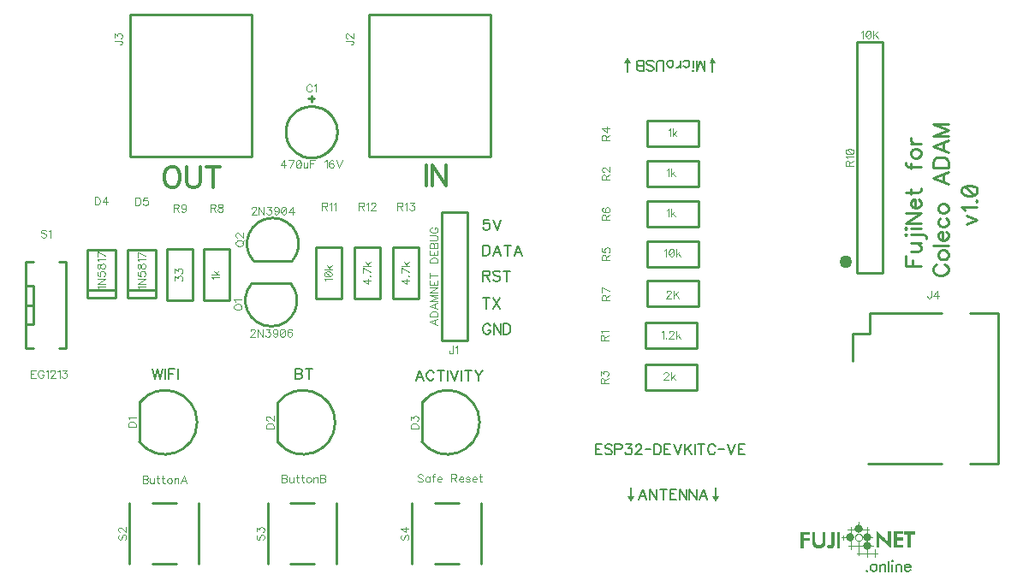
<source format=gbr>
G04 This is an RS-274x file exported by *
G04 gerbv version 2.6.1 *
G04 More information is available about gerbv at *
G04 http://gerbv.geda-project.org/ *
G04 --End of header info--*
%MOIN*%
%FSLAX34Y34*%
%IPPOS*%
G04 --Define apertures--*
%ADD10C,0.0098*%
%ADD11C,0.0030*%
%ADD12C,0.0039*%
%ADD13C,0.0059*%
%ADD14C,0.0500*%
%ADD15O,0.0326X0.0325*%
%ADD16O,0.0326X0.0325*%
%ADD17C,0.0046*%
%ADD18C,0.0062*%
%ADD19C,0.0124*%
%ADD20C,0.0093*%
G04 --Start main section--*
G54D10*
G01X0014945Y0023049D02*
G01X0015181Y0023049D01*
G01X0015063Y0023167D02*
G01X0015063Y0022931D01*
G01X0014063Y0021750D02*
G01X0014065Y0021820D01*
G01X0014065Y0021820D02*
G01X0014073Y0021889D01*
G01X0014073Y0021889D02*
G01X0014085Y0021958D01*
G01X0014085Y0021958D02*
G01X0014102Y0022026D01*
G01X0014102Y0022026D02*
G01X0014123Y0022092D01*
G01X0014123Y0022092D02*
G01X0014149Y0022157D01*
G01X0014149Y0022157D02*
G01X0014180Y0022219D01*
G01X0014180Y0022219D02*
G01X0014215Y0022280D01*
G01X0014215Y0022280D02*
G01X0014254Y0022338D01*
G01X0014254Y0022338D02*
G01X0014297Y0022393D01*
G01X0014297Y0022393D02*
G01X0014344Y0022444D01*
G01X0014344Y0022444D02*
G01X0014394Y0022493D01*
G01X0014394Y0022493D02*
G01X0014447Y0022538D01*
G01X0014447Y0022538D02*
G01X0014504Y0022579D01*
G01X0014504Y0022579D02*
G01X0014563Y0022616D01*
G01X0014563Y0022616D02*
G01X0014624Y0022649D01*
G01X0014624Y0022649D02*
G01X0014688Y0022677D01*
G01X0014688Y0022677D02*
G01X0014754Y0022701D01*
G01X0014754Y0022701D02*
G01X0014821Y0022720D01*
G01X0014821Y0022720D02*
G01X0014889Y0022735D01*
G01X0014889Y0022735D02*
G01X0014958Y0022744D01*
G01X0014958Y0022744D02*
G01X0015028Y0022749D01*
G01X0015028Y0022749D02*
G01X0015098Y0022749D01*
G01X0015098Y0022749D02*
G01X0015167Y0022744D01*
G01X0015167Y0022744D02*
G01X0015236Y0022735D01*
G01X0015236Y0022735D02*
G01X0015305Y0022720D01*
G01X0015305Y0022720D02*
G01X0015372Y0022701D01*
G01X0015372Y0022701D02*
G01X0015437Y0022677D01*
G01X0015437Y0022677D02*
G01X0015501Y0022649D01*
G01X0015501Y0022649D02*
G01X0015563Y0022616D01*
G01X0015563Y0022616D02*
G01X0015622Y0022579D01*
G01X0015622Y0022579D02*
G01X0015679Y0022538D01*
G01X0015679Y0022538D02*
G01X0015732Y0022493D01*
G01X0015732Y0022493D02*
G01X0015782Y0022444D01*
G01X0015782Y0022444D02*
G01X0015829Y0022393D01*
G01X0015829Y0022393D02*
G01X0015872Y0022338D01*
G01X0015872Y0022338D02*
G01X0015911Y0022280D01*
G01X0015911Y0022280D02*
G01X0015946Y0022219D01*
G01X0015946Y0022219D02*
G01X0015976Y0022157D01*
G01X0015976Y0022157D02*
G01X0016003Y0022092D01*
G01X0016003Y0022092D02*
G01X0016024Y0022026D01*
G01X0016024Y0022026D02*
G01X0016041Y0021958D01*
G01X0016041Y0021958D02*
G01X0016053Y0021889D01*
G01X0016053Y0021889D02*
G01X0016060Y0021820D01*
G01X0016060Y0021820D02*
G01X0016063Y0021750D01*
G01X0016063Y0021750D02*
G01X0016060Y0021680D01*
G01X0016060Y0021680D02*
G01X0016053Y0021611D01*
G01X0016053Y0021611D02*
G01X0016041Y0021542D01*
G01X0016041Y0021542D02*
G01X0016024Y0021475D01*
G01X0016024Y0021475D02*
G01X0016003Y0021408D01*
G01X0016003Y0021408D02*
G01X0015976Y0021343D01*
G01X0015976Y0021343D02*
G01X0015946Y0021281D01*
G01X0015946Y0021281D02*
G01X0015911Y0021220D01*
G01X0015911Y0021220D02*
G01X0015872Y0021162D01*
G01X0015872Y0021162D02*
G01X0015829Y0021108D01*
G01X0015829Y0021108D02*
G01X0015782Y0021056D01*
G01X0015782Y0021056D02*
G01X0015732Y0021007D01*
G01X0015732Y0021007D02*
G01X0015679Y0020962D01*
G01X0015679Y0020962D02*
G01X0015622Y0020921D01*
G01X0015622Y0020921D02*
G01X0015563Y0020884D01*
G01X0015563Y0020884D02*
G01X0015501Y0020852D01*
G01X0015501Y0020852D02*
G01X0015437Y0020823D01*
G01X0015437Y0020823D02*
G01X0015372Y0020799D01*
G01X0015372Y0020799D02*
G01X0015305Y0020780D01*
G01X0015305Y0020780D02*
G01X0015236Y0020766D01*
G01X0015236Y0020766D02*
G01X0015167Y0020756D01*
G01X0015167Y0020756D02*
G01X0015098Y0020751D01*
G01X0015098Y0020751D02*
G01X0015028Y0020751D01*
G01X0015028Y0020751D02*
G01X0014958Y0020756D01*
G01X0014958Y0020756D02*
G01X0014889Y0020766D01*
G01X0014889Y0020766D02*
G01X0014821Y0020780D01*
G01X0014821Y0020780D02*
G01X0014754Y0020799D01*
G01X0014754Y0020799D02*
G01X0014688Y0020823D01*
G01X0014688Y0020823D02*
G01X0014624Y0020852D01*
G01X0014624Y0020852D02*
G01X0014563Y0020884D01*
G01X0014563Y0020884D02*
G01X0014504Y0020921D01*
G01X0014504Y0020921D02*
G01X0014447Y0020962D01*
G01X0014447Y0020962D02*
G01X0014394Y0021007D01*
G01X0014394Y0021007D02*
G01X0014344Y0021056D01*
G01X0014344Y0021056D02*
G01X0014297Y0021108D01*
G01X0014297Y0021108D02*
G01X0014254Y0021162D01*
G01X0014254Y0021162D02*
G01X0014215Y0021220D01*
G01X0014215Y0021220D02*
G01X0014180Y0021281D01*
G01X0014180Y0021281D02*
G01X0014149Y0021343D01*
G01X0014149Y0021343D02*
G01X0014123Y0021408D01*
G01X0014123Y0021408D02*
G01X0014102Y0021475D01*
G01X0014102Y0021475D02*
G01X0014085Y0021542D01*
G01X0014085Y0021542D02*
G01X0014073Y0021611D01*
G01X0014073Y0021611D02*
G01X0014065Y0021680D01*
G01X0014065Y0021680D02*
G01X0014063Y0021750D01*
G01X0008364Y0009683D02*
G01X0008364Y0011181D01*
G01X0008367Y0009680D02*
G75*
G03X0008367Y0011184I0000998J0000752D01*
G01X0013740Y0009683D02*
G01X0013740Y0011181D01*
G01X0013742Y0009680D02*
G75*
G03X0013742Y0011184I0000998J0000752D01*
G01X0019364Y0009683D02*
G01X0019364Y0011181D01*
G01X0019367Y0009680D02*
G75*
G03X0019367Y0011184I0000998J0000752D01*
G01X0007439Y0015292D02*
G01X0006337Y0015292D01*
G01X0006337Y0015312D02*
G01X0006337Y0017164D01*
G01X0007439Y0015590D02*
G01X0006337Y0015590D01*
G01X0007439Y0017164D02*
G01X0006337Y0017164D01*
G01X0007439Y0015312D02*
G01X0007439Y0017164D01*
G01X0009013Y0015279D02*
G01X0007911Y0015279D01*
G01X0007911Y0015299D02*
G01X0007911Y0017151D01*
G01X0009013Y0015577D02*
G01X0007911Y0015577D01*
G01X0009013Y0017151D02*
G01X0007911Y0017151D01*
G01X0009013Y0015299D02*
G01X0009013Y0017151D01*
G01X0021125Y0018626D02*
G01X0020125Y0018626D01*
G01X0020125Y0018626D02*
G01X0020125Y0013625D01*
G01X0020125Y0013625D02*
G01X0021125Y0013625D01*
G01X0021125Y0013625D02*
G01X0021125Y0018626D01*
G01X0022046Y0020801D02*
G01X0017322Y0020801D01*
G01X0017322Y0020801D02*
G01X0017322Y0026312D01*
G01X0017322Y0026312D02*
G01X0022046Y0026312D01*
G01X0022046Y0026312D02*
G01X0022046Y0020801D01*
G01X0012734Y0020801D02*
G01X0008009Y0020801D01*
G01X0008009Y0020801D02*
G01X0008009Y0026312D01*
G01X0008009Y0026312D02*
G01X0012734Y0026312D01*
G01X0012734Y0026312D02*
G01X0012734Y0020801D01*
G01X0036755Y0008810D02*
G01X0039590Y0008810D01*
G01X0040692Y0008810D02*
G01X0041795Y0008810D01*
G01X0041795Y0008810D02*
G01X0041795Y0014677D01*
G01X0041795Y0014677D02*
G01X0040692Y0014677D01*
G01X0039590Y0014677D02*
G01X0036795Y0014677D01*
G01X0036795Y0014677D02*
G01X0036795Y0013889D01*
G01X0036795Y0013889D02*
G01X0036126Y0013889D01*
G01X0036126Y0013889D02*
G01X0036126Y0012826D01*
G01X0014257Y0015844D02*
G75*
G02X0012744Y0015844I-000756J-000666D01*
G01X0012744Y0015844D02*
G01X0014257Y0015844D01*
G01X0012807Y0016719D02*
G75*
G02X0014319Y0016719I0000756J0000666D01*
G01X0014319Y0016719D02*
G01X0012807Y0016719D01*
G01X0028065Y0014313D02*
G01X0030061Y0014313D01*
G01X0030061Y0013313D02*
G01X0030061Y0014313D01*
G01X0028065Y0013313D02*
G01X0030061Y0013313D01*
G01X0028065Y0013313D02*
G01X0028065Y0014313D01*
G01X0030124Y0019625D02*
G01X0028127Y0019625D01*
G01X0028127Y0020625D02*
G01X0028127Y0019625D01*
G01X0030124Y0020625D02*
G01X0028127Y0020625D01*
G01X0030124Y0020625D02*
G01X0030124Y0019625D01*
G01X0028065Y0012688D02*
G01X0030061Y0012688D01*
G01X0030061Y0011688D02*
G01X0030061Y0012688D01*
G01X0028065Y0011688D02*
G01X0030061Y0011688D01*
G01X0028065Y0011688D02*
G01X0028065Y0012688D01*
G01X0028127Y0022188D02*
G01X0030124Y0022188D01*
G01X0030124Y0021188D02*
G01X0030124Y0022188D01*
G01X0028127Y0021188D02*
G01X0030124Y0021188D01*
G01X0028127Y0021188D02*
G01X0028127Y0022188D01*
G01X0030124Y0016500D02*
G01X0028127Y0016500D01*
G01X0028127Y0017500D02*
G01X0028127Y0016500D01*
G01X0030124Y0017500D02*
G01X0028127Y0017500D01*
G01X0030124Y0017500D02*
G01X0030124Y0016500D01*
G01X0030124Y0018063D02*
G01X0028127Y0018063D01*
G01X0028127Y0019063D02*
G01X0028127Y0018063D01*
G01X0030124Y0019063D02*
G01X0028127Y0019063D01*
G01X0030124Y0019063D02*
G01X0030124Y0018063D01*
G01X0028127Y0015938D02*
G01X0030124Y0015938D01*
G01X0030124Y0014938D02*
G01X0030124Y0015938D01*
G01X0028127Y0014938D02*
G01X0030124Y0014938D01*
G01X0028127Y0014938D02*
G01X0028127Y0015938D01*
G01X0011875Y0017186D02*
G01X0011875Y0015190D01*
G01X0010875Y0015190D02*
G01X0011875Y0015190D01*
G01X0010875Y0017186D02*
G01X0010875Y0015190D01*
G01X0010875Y0017186D02*
G01X0011875Y0017186D01*
G01X0009438Y0015190D02*
G01X0009438Y0017186D01*
G01X0010438Y0017186D02*
G01X0009438Y0017186D01*
G01X0010438Y0015190D02*
G01X0010438Y0017186D01*
G01X0010438Y0015190D02*
G01X0009438Y0015190D01*
G01X0036313Y0016250D02*
G01X0037313Y0016250D01*
G01X0037313Y0016250D02*
G01X0037313Y0025250D01*
G01X0037313Y0025250D02*
G01X0036313Y0025250D01*
G01X0036313Y0025250D02*
G01X0036313Y0016250D01*
G01X0016250Y0017249D02*
G01X0016250Y0015252D01*
G01X0015250Y0015252D02*
G01X0016250Y0015252D01*
G01X0015250Y0017249D02*
G01X0015250Y0015252D01*
G01X0015250Y0017249D02*
G01X0016250Y0017249D01*
G01X0017750Y0017249D02*
G01X0017750Y0015252D01*
G01X0016750Y0015252D02*
G01X0017750Y0015252D01*
G01X0016750Y0017249D02*
G01X0016750Y0015252D01*
G01X0016750Y0017249D02*
G01X0017750Y0017249D01*
G01X0018250Y0015252D02*
G01X0018250Y0017249D01*
G01X0019250Y0017249D02*
G01X0018250Y0017249D01*
G01X0019250Y0015252D02*
G01X0019250Y0017249D01*
G01X0019250Y0015252D02*
G01X0018250Y0015252D01*
G01X0005503Y0013313D02*
G01X0005250Y0013313D01*
G01X0003938Y0014250D02*
G01X0004253Y0014251D01*
G01X0004253Y0014251D02*
G01X0004253Y0015751D01*
G01X0004253Y0015751D02*
G01X0003938Y0015750D01*
G01X0004253Y0015001D02*
G01X0003938Y0015000D01*
G01X0003941Y0013313D02*
G01X0003938Y0016688D01*
G01X0005503Y0013313D02*
G01X0005500Y0016688D01*
G01X0004253Y0016688D02*
G01X0003938Y0016688D01*
G01X0004253Y0013313D02*
G01X0003938Y0013313D01*
G01X0005503Y0016688D02*
G01X0005250Y0016688D01*
G01X0008864Y0004914D02*
G01X0009802Y0004914D01*
G01X0008864Y0007289D02*
G01X0009802Y0007289D01*
G01X0007989Y0004914D02*
G01X0007989Y0007289D01*
G01X0010677Y0004914D02*
G01X0010677Y0007289D01*
G01X0014240Y0004914D02*
G01X0015177Y0004914D01*
G01X0014240Y0007289D02*
G01X0015177Y0007289D01*
G01X0013365Y0004914D02*
G01X0013365Y0007289D01*
G01X0016052Y0004914D02*
G01X0016052Y0007289D01*
G01X0019864Y0004914D02*
G01X0020802Y0004914D01*
G01X0019864Y0007289D02*
G01X0020802Y0007289D01*
G01X0018989Y0004914D02*
G01X0018989Y0007289D01*
G01X0021677Y0004914D02*
G01X0021677Y0007289D01*
G54D12*
G01X0036691Y0005946D02*
G01X0036904Y0005945D01*
G01X0035926Y0006269D02*
G01X0036789Y0006269D01*
G01X0036061Y0006347D02*
G01X0036061Y0005474D01*
G01X0036374Y0006568D02*
G01X0036374Y0006165D01*
G01X0036693Y0006346D02*
G01X0036693Y0005182D01*
G01X0036315Y0005319D02*
G01X0037119Y0005319D01*
G01X0036375Y0005792D02*
G01X0036374Y0005239D01*
G01X0037021Y0005491D02*
G01X0037021Y0005182D01*
G01X0036927Y0005629D02*
G01X0035974Y0005629D01*
G01X0035711Y0005947D02*
G01X0036058Y0005948D01*
G54D15*
G01X0036054Y0005946D03*
G54D16*
G01X0036692Y0005945D03*
G01X0036373Y0006270D03*
G01X0036691Y0005622D03*
G54D12*
G01X0036234Y0005948D02*
G01X0036234Y0005958D01*
G01X0036234Y0005958D02*
G01X0036235Y0005968D01*
G01X0036235Y0005968D02*
G01X0036237Y0005978D01*
G01X0036237Y0005978D02*
G01X0036239Y0005987D01*
G01X0036239Y0005987D02*
G01X0036242Y0005997D01*
G01X0036242Y0005997D02*
G01X0036246Y0006006D01*
G01X0036246Y0006006D02*
G01X0036250Y0006015D01*
G01X0036250Y0006015D02*
G01X0036255Y0006023D01*
G01X0036255Y0006023D02*
G01X0036260Y0006031D01*
G01X0036260Y0006031D02*
G01X0036266Y0006039D01*
G01X0036266Y0006039D02*
G01X0036272Y0006046D01*
G01X0036272Y0006046D02*
G01X0036279Y0006053D01*
G01X0036279Y0006053D02*
G01X0036287Y0006060D01*
G01X0036287Y0006060D02*
G01X0036295Y0006065D01*
G01X0036295Y0006065D02*
G01X0036303Y0006071D01*
G01X0036303Y0006071D02*
G01X0036311Y0006075D01*
G01X0036311Y0006075D02*
G01X0036320Y0006079D01*
G01X0036320Y0006079D02*
G01X0036329Y0006083D01*
G01X0036329Y0006083D02*
G01X0036339Y0006085D01*
G01X0036339Y0006085D02*
G01X0036348Y0006087D01*
G01X0036348Y0006087D02*
G01X0036358Y0006089D01*
G01X0036358Y0006089D02*
G01X0036367Y0006089D01*
G01X0036367Y0006089D02*
G01X0036377Y0006089D01*
G01X0036377Y0006089D02*
G01X0036387Y0006089D01*
G01X0036387Y0006089D02*
G01X0036396Y0006087D01*
G01X0036396Y0006087D02*
G01X0036406Y0006085D01*
G01X0036406Y0006085D02*
G01X0036415Y0006083D01*
G01X0036415Y0006083D02*
G01X0036424Y0006079D01*
G01X0036424Y0006079D02*
G01X0036433Y0006075D01*
G01X0036433Y0006075D02*
G01X0036441Y0006071D01*
G01X0036441Y0006071D02*
G01X0036450Y0006065D01*
G01X0036450Y0006065D02*
G01X0036458Y0006060D01*
G01X0036458Y0006060D02*
G01X0036465Y0006053D01*
G01X0036465Y0006053D02*
G01X0036472Y0006046D01*
G01X0036472Y0006046D02*
G01X0036478Y0006039D01*
G01X0036478Y0006039D02*
G01X0036484Y0006031D01*
G01X0036484Y0006031D02*
G01X0036490Y0006023D01*
G01X0036490Y0006023D02*
G01X0036495Y0006015D01*
G01X0036495Y0006015D02*
G01X0036499Y0006006D01*
G01X0036499Y0006006D02*
G01X0036502Y0005997D01*
G01X0036502Y0005997D02*
G01X0036505Y0005987D01*
G01X0036505Y0005987D02*
G01X0036508Y0005978D01*
G01X0036508Y0005978D02*
G01X0036509Y0005968D01*
G01X0036509Y0005968D02*
G01X0036510Y0005958D01*
G01X0036510Y0005958D02*
G01X0036511Y0005948D01*
G01X0036511Y0005948D02*
G01X0036510Y0005938D01*
G01X0036510Y0005938D02*
G01X0036509Y0005929D01*
G01X0036509Y0005929D02*
G01X0036508Y0005919D01*
G01X0036508Y0005919D02*
G01X0036505Y0005909D01*
G01X0036505Y0005909D02*
G01X0036502Y0005900D01*
G01X0036502Y0005900D02*
G01X0036499Y0005891D01*
G01X0036499Y0005891D02*
G01X0036495Y0005882D01*
G01X0036495Y0005882D02*
G01X0036490Y0005874D01*
G01X0036490Y0005874D02*
G01X0036484Y0005865D01*
G01X0036484Y0005865D02*
G01X0036478Y0005858D01*
G01X0036478Y0005858D02*
G01X0036472Y0005850D01*
G01X0036472Y0005850D02*
G01X0036465Y0005843D01*
G01X0036465Y0005843D02*
G01X0036458Y0005837D01*
G01X0036458Y0005837D02*
G01X0036450Y0005831D01*
G01X0036450Y0005831D02*
G01X0036441Y0005826D01*
G01X0036441Y0005826D02*
G01X0036433Y0005821D01*
G01X0036433Y0005821D02*
G01X0036424Y0005817D01*
G01X0036424Y0005817D02*
G01X0036415Y0005814D01*
G01X0036415Y0005814D02*
G01X0036406Y0005811D01*
G01X0036406Y0005811D02*
G01X0036396Y0005809D01*
G01X0036396Y0005809D02*
G01X0036387Y0005808D01*
G01X0036387Y0005808D02*
G01X0036377Y0005807D01*
G01X0036377Y0005807D02*
G01X0036367Y0005807D01*
G01X0036367Y0005807D02*
G01X0036358Y0005808D01*
G01X0036358Y0005808D02*
G01X0036348Y0005809D01*
G01X0036348Y0005809D02*
G01X0036339Y0005811D01*
G01X0036339Y0005811D02*
G01X0036329Y0005814D01*
G01X0036329Y0005814D02*
G01X0036320Y0005817D01*
G01X0036320Y0005817D02*
G01X0036311Y0005821D01*
G01X0036311Y0005821D02*
G01X0036303Y0005826D01*
G01X0036303Y0005826D02*
G01X0036295Y0005831D01*
G01X0036295Y0005831D02*
G01X0036287Y0005837D01*
G01X0036287Y0005837D02*
G01X0036279Y0005843D01*
G01X0036279Y0005843D02*
G01X0036272Y0005850D01*
G01X0036272Y0005850D02*
G01X0036266Y0005858D01*
G01X0036266Y0005858D02*
G01X0036260Y0005865D01*
G01X0036260Y0005865D02*
G01X0036255Y0005874D01*
G01X0036255Y0005874D02*
G01X0036250Y0005882D01*
G01X0036250Y0005882D02*
G01X0036246Y0005891D01*
G01X0036246Y0005891D02*
G01X0036242Y0005900D01*
G01X0036242Y0005900D02*
G01X0036239Y0005909D01*
G01X0036239Y0005909D02*
G01X0036237Y0005919D01*
G01X0036237Y0005919D02*
G01X0036235Y0005929D01*
G01X0036235Y0005929D02*
G01X0036234Y0005938D01*
G01X0036234Y0005938D02*
G01X0036234Y0005948D01*
G01X0035759Y0006010D02*
G01X0035759Y0005841D01*
G36*
G01X0027500Y0007313D02*
G01X0027375Y0007563D01*
G01X0027625Y0007563D01*
G01X0027625Y0007563D01*
G01X0027500Y0007313D01*
G37*
G54D13*
G01X0027500Y0007563D02*
G01X0027500Y0007875D01*
G36*
G01X0030813Y0007313D02*
G01X0030688Y0007563D01*
G01X0030938Y0007563D01*
G01X0030938Y0007563D01*
G01X0030813Y0007313D01*
G37*
G01X0030813Y0007563D02*
G01X0030813Y0007875D01*
G36*
G01X0030688Y0024653D02*
G01X0030813Y0024403D01*
G01X0030563Y0024403D01*
G01X0030563Y0024403D01*
G01X0030688Y0024653D01*
G37*
G01X0030688Y0024403D02*
G01X0030688Y0024091D01*
G36*
G01X0027375Y0024653D02*
G01X0027500Y0024403D01*
G01X0027250Y0024403D01*
G01X0027250Y0024403D01*
G01X0027375Y0024653D01*
G37*
G01X0027375Y0024403D02*
G01X0027375Y0024091D01*
G54D14*
G01X0035875Y0016688D03*
G54D11*
G01X0037058Y0006179D02*
G01X0037073Y0006179D01*
G01X0037507Y0006179D02*
G01X0037597Y0006179D01*
G01X0037746Y0006179D02*
G01X0038075Y0006179D01*
G01X0038135Y0006179D02*
G01X0038539Y0006179D01*
G01X0037058Y0006164D02*
G01X0037088Y0006164D01*
G01X0037507Y0006164D02*
G01X0037597Y0006164D01*
G01X0037746Y0006164D02*
G01X0038075Y0006164D01*
G01X0038135Y0006164D02*
G01X0038539Y0006164D01*
G01X0037058Y0006149D02*
G01X0037103Y0006149D01*
G01X0037507Y0006149D02*
G01X0037597Y0006149D01*
G01X0037746Y0006149D02*
G01X0038075Y0006149D01*
G01X0038135Y0006149D02*
G01X0038539Y0006149D01*
G01X0037058Y0006134D02*
G01X0037118Y0006134D01*
G01X0037507Y0006134D02*
G01X0037597Y0006134D01*
G01X0037746Y0006134D02*
G01X0038075Y0006134D01*
G01X0038135Y0006134D02*
G01X0038539Y0006134D01*
G01X0037058Y0006119D02*
G01X0037133Y0006119D01*
G01X0037507Y0006119D02*
G01X0037597Y0006119D01*
G01X0037746Y0006119D02*
G01X0038075Y0006119D01*
G01X0038135Y0006119D02*
G01X0038539Y0006119D01*
G01X0037058Y0006104D02*
G01X0037148Y0006104D01*
G01X0037507Y0006104D02*
G01X0037597Y0006104D01*
G01X0037746Y0006104D02*
G01X0038075Y0006104D01*
G01X0038135Y0006104D02*
G01X0038539Y0006104D01*
G01X0037058Y0006089D02*
G01X0037163Y0006089D01*
G01X0037507Y0006089D02*
G01X0037597Y0006089D01*
G01X0037746Y0006089D02*
G01X0037836Y0006089D01*
G01X0038285Y0006089D02*
G01X0038375Y0006089D01*
G01X0037058Y0006074D02*
G01X0037178Y0006074D01*
G01X0037507Y0006074D02*
G01X0037597Y0006074D01*
G01X0037746Y0006074D02*
G01X0037836Y0006074D01*
G01X0038285Y0006074D02*
G01X0038375Y0006074D01*
G01X0037058Y0006059D02*
G01X0037193Y0006059D01*
G01X0037507Y0006059D02*
G01X0037597Y0006059D01*
G01X0037746Y0006059D02*
G01X0037836Y0006059D01*
G01X0038285Y0006059D02*
G01X0038375Y0006059D01*
G01X0037058Y0006044D02*
G01X0037208Y0006044D01*
G01X0037507Y0006044D02*
G01X0037597Y0006044D01*
G01X0037746Y0006044D02*
G01X0037836Y0006044D01*
G01X0038285Y0006044D02*
G01X0038375Y0006044D01*
G01X0037058Y0006029D02*
G01X0037223Y0006029D01*
G01X0037507Y0006029D02*
G01X0037597Y0006029D01*
G01X0037746Y0006029D02*
G01X0037836Y0006029D01*
G01X0038285Y0006029D02*
G01X0038375Y0006029D01*
G01X0037058Y0006014D02*
G01X0037238Y0006014D01*
G01X0037507Y0006014D02*
G01X0037597Y0006014D01*
G01X0037746Y0006014D02*
G01X0037836Y0006014D01*
G01X0038285Y0006014D02*
G01X0038375Y0006014D01*
G01X0037058Y0005999D02*
G01X0037255Y0005999D01*
G01X0037507Y0005999D02*
G01X0037597Y0005999D01*
G01X0037746Y0005999D02*
G01X0037836Y0005999D01*
G01X0038285Y0005999D02*
G01X0038375Y0005999D01*
G01X0037058Y0005984D02*
G01X0037133Y0005984D01*
G01X0037160Y0005984D02*
G01X0037274Y0005984D01*
G01X0037507Y0005984D02*
G01X0037597Y0005984D01*
G01X0037746Y0005984D02*
G01X0037836Y0005984D01*
G01X0038285Y0005984D02*
G01X0038375Y0005984D01*
G01X0037058Y0005969D02*
G01X0037133Y0005969D01*
G01X0037172Y0005969D02*
G01X0037292Y0005969D01*
G01X0037507Y0005969D02*
G01X0037597Y0005969D01*
G01X0037746Y0005969D02*
G01X0037836Y0005969D01*
G01X0038285Y0005969D02*
G01X0038375Y0005969D01*
G01X0037058Y0005954D02*
G01X0037133Y0005954D01*
G01X0037183Y0005954D02*
G01X0037310Y0005954D01*
G01X0037507Y0005954D02*
G01X0037597Y0005954D01*
G01X0037746Y0005954D02*
G01X0037836Y0005954D01*
G01X0038285Y0005954D02*
G01X0038375Y0005954D01*
G01X0037058Y0005939D02*
G01X0037133Y0005939D01*
G01X0037196Y0005939D02*
G01X0037326Y0005939D01*
G01X0037507Y0005939D02*
G01X0037597Y0005939D01*
G01X0037746Y0005939D02*
G01X0038075Y0005939D01*
G01X0038285Y0005939D02*
G01X0038375Y0005939D01*
G01X0037058Y0005924D02*
G01X0037133Y0005924D01*
G01X0037211Y0005924D02*
G01X0037342Y0005924D01*
G01X0037507Y0005924D02*
G01X0037597Y0005924D01*
G01X0037746Y0005924D02*
G01X0038075Y0005924D01*
G01X0038285Y0005924D02*
G01X0038375Y0005924D01*
G01X0037058Y0005909D02*
G01X0037133Y0005909D01*
G01X0037229Y0005909D02*
G01X0037357Y0005909D01*
G01X0037507Y0005909D02*
G01X0037597Y0005909D01*
G01X0037746Y0005909D02*
G01X0038075Y0005909D01*
G01X0038285Y0005909D02*
G01X0038375Y0005909D01*
G01X0037058Y0005894D02*
G01X0037133Y0005894D01*
G01X0037248Y0005894D02*
G01X0037372Y0005894D01*
G01X0037507Y0005894D02*
G01X0037597Y0005894D01*
G01X0037746Y0005894D02*
G01X0038075Y0005894D01*
G01X0038285Y0005894D02*
G01X0038375Y0005894D01*
G01X0037058Y0005879D02*
G01X0037133Y0005879D01*
G01X0037265Y0005879D02*
G01X0037387Y0005879D01*
G01X0037507Y0005879D02*
G01X0037597Y0005879D01*
G01X0037746Y0005879D02*
G01X0038075Y0005879D01*
G01X0038285Y0005879D02*
G01X0038375Y0005879D01*
G01X0037058Y0005864D02*
G01X0037133Y0005864D01*
G01X0037281Y0005864D02*
G01X0037402Y0005864D01*
G01X0037507Y0005864D02*
G01X0037597Y0005864D01*
G01X0037746Y0005864D02*
G01X0038075Y0005864D01*
G01X0038285Y0005864D02*
G01X0038375Y0005864D01*
G01X0037058Y0005849D02*
G01X0037133Y0005849D01*
G01X0037297Y0005849D02*
G01X0037417Y0005849D01*
G01X0037507Y0005849D02*
G01X0037597Y0005849D01*
G01X0037746Y0005849D02*
G01X0037836Y0005849D01*
G01X0038285Y0005849D02*
G01X0038375Y0005849D01*
G01X0037058Y0005834D02*
G01X0037133Y0005834D01*
G01X0037312Y0005834D02*
G01X0037432Y0005834D01*
G01X0037507Y0005834D02*
G01X0037597Y0005834D01*
G01X0037746Y0005834D02*
G01X0037836Y0005834D01*
G01X0038285Y0005834D02*
G01X0038375Y0005834D01*
G01X0037058Y0005819D02*
G01X0037133Y0005819D01*
G01X0037327Y0005819D02*
G01X0037448Y0005819D01*
G01X0037506Y0005819D02*
G01X0037597Y0005819D01*
G01X0037746Y0005819D02*
G01X0037836Y0005819D01*
G01X0038285Y0005819D02*
G01X0038375Y0005819D01*
G01X0037058Y0005805D02*
G01X0037133Y0005805D01*
G01X0037343Y0005805D02*
G01X0037465Y0005805D01*
G01X0037504Y0005805D02*
G01X0037597Y0005805D01*
G01X0037746Y0005805D02*
G01X0037836Y0005805D01*
G01X0038285Y0005805D02*
G01X0038375Y0005805D01*
G01X0037058Y0005790D02*
G01X0037133Y0005790D01*
G01X0037360Y0005790D02*
G01X0037485Y0005790D01*
G01X0037499Y0005790D02*
G01X0037597Y0005790D01*
G01X0037746Y0005790D02*
G01X0037836Y0005790D01*
G01X0038285Y0005790D02*
G01X0038375Y0005790D01*
G01X0037058Y0005775D02*
G01X0037133Y0005775D01*
G01X0037378Y0005775D02*
G01X0037597Y0005775D01*
G01X0037746Y0005775D02*
G01X0037836Y0005775D01*
G01X0038285Y0005775D02*
G01X0038375Y0005775D01*
G01X0037058Y0005760D02*
G01X0037133Y0005760D01*
G01X0037397Y0005760D02*
G01X0037597Y0005760D01*
G01X0037746Y0005760D02*
G01X0037836Y0005760D01*
G01X0038285Y0005760D02*
G01X0038375Y0005760D01*
G01X0037058Y0005745D02*
G01X0037133Y0005745D01*
G01X0037415Y0005745D02*
G01X0037597Y0005745D01*
G01X0037746Y0005745D02*
G01X0037836Y0005745D01*
G01X0038285Y0005745D02*
G01X0038375Y0005745D01*
G01X0037058Y0005730D02*
G01X0037133Y0005730D01*
G01X0037431Y0005730D02*
G01X0037597Y0005730D01*
G01X0037746Y0005730D02*
G01X0037836Y0005730D01*
G01X0038285Y0005730D02*
G01X0038375Y0005730D01*
G01X0037058Y0005715D02*
G01X0037133Y0005715D01*
G01X0037447Y0005715D02*
G01X0037597Y0005715D01*
G01X0037746Y0005715D02*
G01X0037836Y0005715D01*
G01X0038285Y0005715D02*
G01X0038375Y0005715D01*
G01X0037058Y0005700D02*
G01X0037133Y0005700D01*
G01X0037462Y0005700D02*
G01X0037597Y0005700D01*
G01X0037746Y0005700D02*
G01X0037836Y0005700D01*
G01X0038285Y0005700D02*
G01X0038375Y0005700D01*
G01X0037058Y0005685D02*
G01X0037133Y0005685D01*
G01X0037477Y0005685D02*
G01X0037597Y0005685D01*
G01X0037746Y0005685D02*
G01X0037836Y0005685D01*
G01X0038285Y0005685D02*
G01X0038375Y0005685D01*
G01X0037058Y0005670D02*
G01X0037133Y0005670D01*
G01X0037492Y0005670D02*
G01X0037597Y0005670D01*
G01X0037746Y0005670D02*
G01X0037836Y0005670D01*
G01X0038285Y0005670D02*
G01X0038375Y0005670D01*
G01X0037058Y0005655D02*
G01X0037133Y0005655D01*
G01X0037507Y0005655D02*
G01X0037597Y0005655D01*
G01X0037746Y0005655D02*
G01X0038075Y0005655D01*
G01X0038285Y0005655D02*
G01X0038375Y0005655D01*
G01X0037058Y0005640D02*
G01X0037133Y0005640D01*
G01X0037524Y0005640D02*
G01X0037597Y0005640D01*
G01X0037746Y0005640D02*
G01X0038075Y0005640D01*
G01X0038285Y0005640D02*
G01X0038375Y0005640D01*
G01X0037058Y0005625D02*
G01X0037133Y0005625D01*
G01X0037543Y0005625D02*
G01X0037597Y0005625D01*
G01X0037746Y0005625D02*
G01X0038075Y0005625D01*
G01X0038285Y0005625D02*
G01X0038375Y0005625D01*
G01X0037058Y0005610D02*
G01X0037133Y0005610D01*
G01X0037562Y0005610D02*
G01X0037597Y0005610D01*
G01X0037746Y0005610D02*
G01X0038075Y0005610D01*
G01X0038285Y0005610D02*
G01X0038375Y0005610D01*
G01X0037058Y0005595D02*
G01X0037133Y0005595D01*
G01X0037582Y0005595D02*
G01X0037597Y0005595D01*
G01X0037746Y0005595D02*
G01X0038075Y0005595D01*
G01X0038285Y0005595D02*
G01X0038375Y0005595D01*
G01X0037058Y0005580D02*
G01X0037133Y0005580D01*
G01X0037746Y0005580D02*
G01X0038075Y0005580D01*
G01X0038285Y0005580D02*
G01X0038375Y0005580D01*
G01X0034123Y0006152D02*
G01X0034452Y0006152D01*
G01X0034572Y0006152D02*
G01X0034646Y0006152D01*
G01X0034976Y0006152D02*
G01X0035050Y0006152D01*
G01X0035305Y0006152D02*
G01X0035395Y0006152D01*
G01X0035529Y0006152D02*
G01X0035619Y0006152D01*
G01X0034123Y0006137D02*
G01X0034452Y0006137D01*
G01X0034572Y0006137D02*
G01X0034646Y0006137D01*
G01X0034976Y0006137D02*
G01X0035050Y0006137D01*
G01X0035305Y0006137D02*
G01X0035395Y0006137D01*
G01X0035529Y0006137D02*
G01X0035619Y0006137D01*
G01X0034123Y0006122D02*
G01X0034452Y0006122D01*
G01X0034572Y0006122D02*
G01X0034646Y0006122D01*
G01X0034976Y0006122D02*
G01X0035050Y0006122D01*
G01X0035305Y0006122D02*
G01X0035395Y0006122D01*
G01X0035529Y0006122D02*
G01X0035619Y0006122D01*
G01X0034123Y0006107D02*
G01X0034452Y0006107D01*
G01X0034572Y0006107D02*
G01X0034646Y0006107D01*
G01X0034976Y0006107D02*
G01X0035050Y0006107D01*
G01X0035305Y0006107D02*
G01X0035395Y0006107D01*
G01X0035529Y0006107D02*
G01X0035619Y0006107D01*
G01X0034123Y0006092D02*
G01X0034452Y0006092D01*
G01X0034572Y0006092D02*
G01X0034646Y0006092D01*
G01X0034976Y0006092D02*
G01X0035050Y0006092D01*
G01X0035305Y0006092D02*
G01X0035395Y0006092D01*
G01X0035529Y0006092D02*
G01X0035619Y0006092D01*
G01X0034123Y0006077D02*
G01X0034452Y0006077D01*
G01X0034572Y0006077D02*
G01X0034646Y0006077D01*
G01X0034976Y0006077D02*
G01X0035050Y0006077D01*
G01X0035305Y0006077D02*
G01X0035395Y0006077D01*
G01X0035529Y0006077D02*
G01X0035619Y0006077D01*
G01X0034123Y0006062D02*
G01X0034213Y0006062D01*
G01X0034572Y0006062D02*
G01X0034646Y0006062D01*
G01X0034976Y0006062D02*
G01X0035050Y0006062D01*
G01X0035305Y0006062D02*
G01X0035395Y0006062D01*
G01X0035529Y0006062D02*
G01X0035619Y0006062D01*
G01X0034123Y0006047D02*
G01X0034213Y0006047D01*
G01X0034572Y0006047D02*
G01X0034646Y0006047D01*
G01X0034976Y0006047D02*
G01X0035050Y0006047D01*
G01X0035305Y0006047D02*
G01X0035395Y0006047D01*
G01X0035529Y0006047D02*
G01X0035619Y0006047D01*
G01X0034123Y0006032D02*
G01X0034213Y0006032D01*
G01X0034572Y0006032D02*
G01X0034646Y0006032D01*
G01X0034976Y0006032D02*
G01X0035050Y0006032D01*
G01X0035305Y0006032D02*
G01X0035395Y0006032D01*
G01X0035529Y0006032D02*
G01X0035619Y0006032D01*
G01X0034123Y0006017D02*
G01X0034213Y0006017D01*
G01X0034572Y0006017D02*
G01X0034646Y0006017D01*
G01X0034976Y0006017D02*
G01X0035050Y0006017D01*
G01X0035305Y0006017D02*
G01X0035395Y0006017D01*
G01X0035529Y0006017D02*
G01X0035619Y0006017D01*
G01X0034123Y0006002D02*
G01X0034213Y0006002D01*
G01X0034572Y0006002D02*
G01X0034646Y0006002D01*
G01X0034976Y0006002D02*
G01X0035050Y0006002D01*
G01X0035305Y0006002D02*
G01X0035395Y0006002D01*
G01X0035529Y0006002D02*
G01X0035619Y0006002D01*
G01X0034123Y0005987D02*
G01X0034213Y0005987D01*
G01X0034572Y0005987D02*
G01X0034646Y0005987D01*
G01X0034976Y0005987D02*
G01X0035050Y0005987D01*
G01X0035305Y0005987D02*
G01X0035395Y0005987D01*
G01X0035529Y0005987D02*
G01X0035619Y0005987D01*
G01X0034123Y0005972D02*
G01X0034213Y0005972D01*
G01X0034572Y0005972D02*
G01X0034646Y0005972D01*
G01X0034976Y0005972D02*
G01X0035050Y0005972D01*
G01X0035305Y0005972D02*
G01X0035395Y0005972D01*
G01X0035529Y0005972D02*
G01X0035619Y0005972D01*
G01X0034123Y0005957D02*
G01X0034213Y0005957D01*
G01X0034572Y0005957D02*
G01X0034646Y0005957D01*
G01X0034976Y0005957D02*
G01X0035050Y0005957D01*
G01X0035305Y0005957D02*
G01X0035395Y0005957D01*
G01X0035529Y0005957D02*
G01X0035619Y0005957D01*
G01X0034123Y0005942D02*
G01X0034213Y0005942D01*
G01X0034572Y0005942D02*
G01X0034646Y0005942D01*
G01X0034976Y0005942D02*
G01X0035050Y0005942D01*
G01X0035305Y0005942D02*
G01X0035395Y0005942D01*
G01X0035529Y0005942D02*
G01X0035619Y0005942D01*
G01X0034123Y0005928D02*
G01X0034213Y0005928D01*
G01X0034572Y0005928D02*
G01X0034646Y0005928D01*
G01X0034976Y0005928D02*
G01X0035050Y0005928D01*
G01X0035305Y0005928D02*
G01X0035395Y0005928D01*
G01X0035529Y0005928D02*
G01X0035619Y0005928D01*
G01X0034123Y0005913D02*
G01X0034452Y0005913D01*
G01X0034572Y0005913D02*
G01X0034646Y0005913D01*
G01X0034976Y0005913D02*
G01X0035050Y0005913D01*
G01X0035305Y0005913D02*
G01X0035395Y0005913D01*
G01X0035529Y0005913D02*
G01X0035619Y0005913D01*
G01X0034123Y0005898D02*
G01X0034452Y0005898D01*
G01X0034572Y0005898D02*
G01X0034646Y0005898D01*
G01X0034976Y0005898D02*
G01X0035050Y0005898D01*
G01X0035305Y0005898D02*
G01X0035395Y0005898D01*
G01X0035529Y0005898D02*
G01X0035619Y0005898D01*
G01X0034123Y0005883D02*
G01X0034452Y0005883D01*
G01X0034572Y0005883D02*
G01X0034646Y0005883D01*
G01X0034976Y0005883D02*
G01X0035050Y0005883D01*
G01X0035305Y0005883D02*
G01X0035395Y0005883D01*
G01X0035529Y0005883D02*
G01X0035619Y0005883D01*
G01X0034123Y0005868D02*
G01X0034452Y0005868D01*
G01X0034572Y0005868D02*
G01X0034646Y0005868D01*
G01X0034976Y0005868D02*
G01X0035050Y0005868D01*
G01X0035305Y0005868D02*
G01X0035395Y0005868D01*
G01X0035529Y0005868D02*
G01X0035619Y0005868D01*
G01X0034123Y0005853D02*
G01X0034452Y0005853D01*
G01X0034572Y0005853D02*
G01X0034646Y0005853D01*
G01X0034976Y0005853D02*
G01X0035050Y0005853D01*
G01X0035305Y0005853D02*
G01X0035395Y0005853D01*
G01X0035529Y0005853D02*
G01X0035619Y0005853D01*
G01X0034123Y0005838D02*
G01X0034452Y0005838D01*
G01X0034572Y0005838D02*
G01X0034647Y0005838D01*
G01X0034976Y0005838D02*
G01X0035050Y0005838D01*
G01X0035305Y0005838D02*
G01X0035395Y0005838D01*
G01X0035529Y0005838D02*
G01X0035619Y0005838D01*
G01X0034123Y0005823D02*
G01X0034213Y0005823D01*
G01X0034572Y0005823D02*
G01X0034647Y0005823D01*
G01X0034976Y0005823D02*
G01X0035050Y0005823D01*
G01X0035305Y0005823D02*
G01X0035395Y0005823D01*
G01X0035529Y0005823D02*
G01X0035619Y0005823D01*
G01X0034123Y0005808D02*
G01X0034213Y0005808D01*
G01X0034572Y0005808D02*
G01X0034649Y0005808D01*
G01X0034975Y0005808D02*
G01X0035050Y0005808D01*
G01X0035305Y0005808D02*
G01X0035395Y0005808D01*
G01X0035529Y0005808D02*
G01X0035619Y0005808D01*
G01X0034123Y0005793D02*
G01X0034213Y0005793D01*
G01X0034572Y0005793D02*
G01X0034653Y0005793D01*
G01X0034973Y0005793D02*
G01X0035050Y0005793D01*
G01X0035305Y0005793D02*
G01X0035395Y0005793D01*
G01X0035529Y0005793D02*
G01X0035619Y0005793D01*
G01X0034123Y0005778D02*
G01X0034213Y0005778D01*
G01X0034572Y0005778D02*
G01X0034656Y0005778D01*
G01X0034970Y0005778D02*
G01X0035050Y0005778D01*
G01X0035305Y0005778D02*
G01X0035395Y0005778D01*
G01X0035529Y0005778D02*
G01X0035619Y0005778D01*
G01X0034123Y0005763D02*
G01X0034213Y0005763D01*
G01X0034572Y0005763D02*
G01X0034659Y0005763D01*
G01X0034966Y0005763D02*
G01X0035050Y0005763D01*
G01X0035305Y0005763D02*
G01X0035395Y0005763D01*
G01X0035529Y0005763D02*
G01X0035619Y0005763D01*
G01X0034123Y0005748D02*
G01X0034213Y0005748D01*
G01X0034572Y0005748D02*
G01X0034661Y0005748D01*
G01X0034963Y0005748D02*
G01X0035050Y0005748D01*
G01X0035305Y0005748D02*
G01X0035395Y0005748D01*
G01X0035529Y0005748D02*
G01X0035619Y0005748D01*
G01X0034123Y0005733D02*
G01X0034213Y0005733D01*
G01X0034572Y0005733D02*
G01X0034664Y0005733D01*
G01X0034959Y0005733D02*
G01X0035050Y0005733D01*
G01X0035305Y0005733D02*
G01X0035395Y0005733D01*
G01X0035529Y0005733D02*
G01X0035619Y0005733D01*
G01X0034123Y0005718D02*
G01X0034213Y0005718D01*
G01X0034574Y0005718D02*
G01X0034668Y0005718D01*
G01X0034954Y0005718D02*
G01X0035048Y0005718D01*
G01X0035305Y0005718D02*
G01X0035395Y0005718D01*
G01X0035529Y0005718D02*
G01X0035619Y0005718D01*
G01X0034123Y0005703D02*
G01X0034213Y0005703D01*
G01X0034578Y0005703D02*
G01X0034675Y0005703D01*
G01X0034947Y0005703D02*
G01X0035044Y0005703D01*
G01X0035304Y0005703D02*
G01X0035395Y0005703D01*
G01X0035529Y0005703D02*
G01X0035619Y0005703D01*
G01X0034123Y0005688D02*
G01X0034213Y0005688D01*
G01X0034582Y0005688D02*
G01X0034684Y0005688D01*
G01X0034938Y0005688D02*
G01X0035040Y0005688D01*
G01X0035301Y0005688D02*
G01X0035394Y0005688D01*
G01X0035529Y0005688D02*
G01X0035619Y0005688D01*
G01X0034123Y0005673D02*
G01X0034213Y0005673D01*
G01X0034587Y0005673D02*
G01X0034707Y0005673D01*
G01X0034915Y0005673D02*
G01X0035035Y0005673D01*
G01X0035296Y0005673D02*
G01X0035394Y0005673D01*
G01X0035529Y0005673D02*
G01X0035619Y0005673D01*
G01X0034123Y0005658D02*
G01X0034213Y0005658D01*
G01X0034594Y0005658D02*
G01X0034747Y0005658D01*
G01X0034875Y0005658D02*
G01X0035028Y0005658D01*
G01X0035185Y0005658D02*
G01X0035200Y0005658D01*
G01X0035277Y0005658D02*
G01X0035392Y0005658D01*
G01X0035529Y0005658D02*
G01X0035619Y0005658D01*
G01X0034123Y0005643D02*
G01X0034213Y0005643D01*
G01X0034603Y0005643D02*
G01X0034810Y0005643D01*
G01X0034813Y0005643D02*
G01X0035019Y0005643D01*
G01X0035171Y0005643D02*
G01X0035236Y0005643D01*
G01X0035249Y0005643D02*
G01X0035388Y0005643D01*
G01X0035529Y0005643D02*
G01X0035619Y0005643D01*
G01X0034123Y0005628D02*
G01X0034213Y0005628D01*
G01X0034613Y0005628D02*
G01X0035009Y0005628D01*
G01X0035159Y0005628D02*
G01X0035382Y0005628D01*
G01X0035529Y0005628D02*
G01X0035619Y0005628D01*
G01X0034123Y0005613D02*
G01X0034213Y0005613D01*
G01X0034625Y0005613D02*
G01X0034997Y0005613D01*
G01X0035150Y0005613D02*
G01X0035375Y0005613D01*
G01X0035529Y0005613D02*
G01X0035619Y0005613D01*
G01X0034123Y0005598D02*
G01X0034213Y0005598D01*
G01X0034644Y0005598D02*
G01X0034978Y0005598D01*
G01X0035152Y0005598D02*
G01X0035367Y0005598D01*
G01X0035529Y0005598D02*
G01X0035619Y0005598D01*
G01X0034123Y0005583D02*
G01X0034213Y0005583D01*
G01X0034670Y0005583D02*
G01X0034952Y0005583D01*
G01X0035166Y0005583D02*
G01X0035355Y0005583D01*
G01X0035529Y0005583D02*
G01X0035619Y0005583D01*
G01X0034123Y0005568D02*
G01X0034213Y0005568D01*
G01X0034701Y0005568D02*
G01X0034921Y0005568D01*
G01X0035188Y0005568D02*
G01X0035339Y0005568D01*
G01X0035529Y0005568D02*
G01X0035619Y0005568D01*
G01X0034123Y0005553D02*
G01X0034213Y0005553D01*
G01X0034736Y0005553D02*
G01X0034886Y0005553D01*
G01X0035215Y0005553D02*
G01X0035320Y0005553D01*
G01X0035529Y0005553D02*
G01X0035619Y0005553D01*
G01X0037058Y0006179D02*
G01X0037058Y0006164D01*
G01X0037058Y0006164D02*
G01X0037058Y0006149D01*
G01X0037058Y0006149D02*
G01X0037058Y0006134D01*
G01X0037058Y0006134D02*
G01X0037058Y0006119D01*
G01X0037058Y0006119D02*
G01X0037058Y0006104D01*
G01X0037058Y0006104D02*
G01X0037058Y0006089D01*
G01X0037058Y0006089D02*
G01X0037058Y0006074D01*
G01X0037058Y0006074D02*
G01X0037058Y0006059D01*
G01X0037058Y0006059D02*
G01X0037058Y0006044D01*
G01X0037058Y0006044D02*
G01X0037058Y0006029D01*
G01X0037058Y0006029D02*
G01X0037058Y0006014D01*
G01X0037058Y0006014D02*
G01X0037058Y0005999D01*
G01X0037058Y0005999D02*
G01X0037058Y0005984D01*
G01X0037058Y0005984D02*
G01X0037058Y0005969D01*
G01X0037058Y0005969D02*
G01X0037058Y0005954D01*
G01X0037058Y0005954D02*
G01X0037058Y0005939D01*
G01X0037058Y0005939D02*
G01X0037058Y0005924D01*
G01X0037058Y0005924D02*
G01X0037058Y0005909D01*
G01X0037058Y0005909D02*
G01X0037058Y0005894D01*
G01X0037058Y0005894D02*
G01X0037058Y0005879D01*
G01X0037058Y0005879D02*
G01X0037058Y0005864D01*
G01X0037058Y0005864D02*
G01X0037058Y0005849D01*
G01X0037058Y0005849D02*
G01X0037058Y0005834D01*
G01X0037058Y0005834D02*
G01X0037058Y0005819D01*
G01X0037058Y0005819D02*
G01X0037058Y0005805D01*
G01X0037058Y0005805D02*
G01X0037058Y0005790D01*
G01X0037058Y0005790D02*
G01X0037058Y0005775D01*
G01X0037058Y0005775D02*
G01X0037058Y0005760D01*
G01X0037058Y0005760D02*
G01X0037058Y0005745D01*
G01X0037058Y0005745D02*
G01X0037058Y0005730D01*
G01X0037058Y0005730D02*
G01X0037058Y0005715D01*
G01X0037058Y0005715D02*
G01X0037058Y0005700D01*
G01X0037058Y0005700D02*
G01X0037058Y0005685D01*
G01X0037058Y0005685D02*
G01X0037058Y0005670D01*
G01X0037058Y0005670D02*
G01X0037058Y0005655D01*
G01X0037058Y0005655D02*
G01X0037058Y0005640D01*
G01X0037058Y0005640D02*
G01X0037058Y0005625D01*
G01X0037058Y0005625D02*
G01X0037058Y0005610D01*
G01X0037058Y0005610D02*
G01X0037058Y0005595D01*
G01X0037058Y0005595D02*
G01X0037058Y0005580D01*
G01X0037073Y0006179D02*
G01X0037088Y0006164D01*
G01X0037088Y0006164D02*
G01X0037103Y0006149D01*
G01X0037103Y0006149D02*
G01X0037118Y0006134D01*
G01X0037118Y0006134D02*
G01X0037133Y0006119D01*
G01X0037133Y0006119D02*
G01X0037148Y0006104D01*
G01X0037148Y0006104D02*
G01X0037163Y0006089D01*
G01X0037163Y0006089D02*
G01X0037178Y0006074D01*
G01X0037178Y0006074D02*
G01X0037193Y0006059D01*
G01X0037193Y0006059D02*
G01X0037208Y0006044D01*
G01X0037208Y0006044D02*
G01X0037223Y0006029D01*
G01X0037223Y0006029D02*
G01X0037238Y0006014D01*
G01X0037238Y0006014D02*
G01X0037255Y0005999D01*
G01X0037255Y0005999D02*
G01X0037274Y0005984D01*
G01X0037274Y0005984D02*
G01X0037292Y0005969D01*
G01X0037292Y0005969D02*
G01X0037310Y0005954D01*
G01X0037310Y0005954D02*
G01X0037326Y0005939D01*
G01X0037326Y0005939D02*
G01X0037342Y0005924D01*
G01X0037342Y0005924D02*
G01X0037357Y0005909D01*
G01X0037357Y0005909D02*
G01X0037372Y0005894D01*
G01X0037372Y0005894D02*
G01X0037387Y0005879D01*
G01X0037387Y0005879D02*
G01X0037402Y0005864D01*
G01X0037402Y0005864D02*
G01X0037417Y0005849D01*
G01X0037417Y0005849D02*
G01X0037432Y0005834D01*
G01X0037432Y0005834D02*
G01X0037448Y0005819D01*
G01X0037448Y0005819D02*
G01X0037465Y0005805D01*
G01X0037465Y0005805D02*
G01X0037485Y0005790D01*
G01X0037485Y0005790D02*
G01X0037507Y0005775D01*
G01X0037507Y0006179D02*
G01X0037507Y0006164D01*
G01X0037507Y0006164D02*
G01X0037507Y0006149D01*
G01X0037507Y0006149D02*
G01X0037507Y0006134D01*
G01X0037507Y0006134D02*
G01X0037507Y0006119D01*
G01X0037507Y0006119D02*
G01X0037507Y0006104D01*
G01X0037507Y0006104D02*
G01X0037507Y0006089D01*
G01X0037507Y0006089D02*
G01X0037507Y0006074D01*
G01X0037507Y0006074D02*
G01X0037507Y0006059D01*
G01X0037507Y0006059D02*
G01X0037507Y0006044D01*
G01X0037507Y0006044D02*
G01X0037507Y0006029D01*
G01X0037507Y0006029D02*
G01X0037507Y0006014D01*
G01X0037507Y0006014D02*
G01X0037507Y0005999D01*
G01X0037507Y0005999D02*
G01X0037507Y0005984D01*
G01X0037507Y0005984D02*
G01X0037507Y0005969D01*
G01X0037507Y0005969D02*
G01X0037507Y0005954D01*
G01X0037507Y0005954D02*
G01X0037507Y0005939D01*
G01X0037507Y0005939D02*
G01X0037507Y0005924D01*
G01X0037507Y0005924D02*
G01X0037507Y0005909D01*
G01X0037507Y0005909D02*
G01X0037507Y0005894D01*
G01X0037507Y0005894D02*
G01X0037507Y0005879D01*
G01X0037507Y0005879D02*
G01X0037507Y0005864D01*
G01X0037507Y0005864D02*
G01X0037507Y0005849D01*
G01X0037507Y0005849D02*
G01X0037507Y0005834D01*
G01X0037507Y0005834D02*
G01X0037506Y0005819D01*
G01X0037506Y0005819D02*
G01X0037504Y0005805D01*
G01X0037504Y0005805D02*
G01X0037499Y0005790D01*
G01X0037499Y0005790D02*
G01X0037492Y0005775D01*
G01X0037597Y0006179D02*
G01X0037597Y0006164D01*
G01X0037597Y0006164D02*
G01X0037597Y0006149D01*
G01X0037597Y0006149D02*
G01X0037597Y0006134D01*
G01X0037597Y0006134D02*
G01X0037597Y0006119D01*
G01X0037597Y0006119D02*
G01X0037597Y0006104D01*
G01X0037597Y0006104D02*
G01X0037597Y0006089D01*
G01X0037597Y0006089D02*
G01X0037597Y0006074D01*
G01X0037597Y0006074D02*
G01X0037597Y0006059D01*
G01X0037597Y0006059D02*
G01X0037597Y0006044D01*
G01X0037597Y0006044D02*
G01X0037597Y0006029D01*
G01X0037597Y0006029D02*
G01X0037597Y0006014D01*
G01X0037597Y0006014D02*
G01X0037597Y0005999D01*
G01X0037597Y0005999D02*
G01X0037597Y0005984D01*
G01X0037597Y0005984D02*
G01X0037597Y0005969D01*
G01X0037597Y0005969D02*
G01X0037597Y0005954D01*
G01X0037597Y0005954D02*
G01X0037597Y0005939D01*
G01X0037597Y0005939D02*
G01X0037597Y0005924D01*
G01X0037597Y0005924D02*
G01X0037597Y0005909D01*
G01X0037597Y0005909D02*
G01X0037597Y0005894D01*
G01X0037597Y0005894D02*
G01X0037597Y0005879D01*
G01X0037597Y0005879D02*
G01X0037597Y0005864D01*
G01X0037597Y0005864D02*
G01X0037597Y0005849D01*
G01X0037597Y0005849D02*
G01X0037597Y0005834D01*
G01X0037597Y0005834D02*
G01X0037597Y0005819D01*
G01X0037597Y0005819D02*
G01X0037597Y0005805D01*
G01X0037597Y0005805D02*
G01X0037597Y0005790D01*
G01X0037597Y0005790D02*
G01X0037597Y0005775D01*
G01X0037597Y0005775D02*
G01X0037597Y0005760D01*
G01X0037597Y0005760D02*
G01X0037597Y0005745D01*
G01X0037597Y0005745D02*
G01X0037597Y0005730D01*
G01X0037597Y0005730D02*
G01X0037597Y0005715D01*
G01X0037597Y0005715D02*
G01X0037597Y0005700D01*
G01X0037597Y0005700D02*
G01X0037597Y0005685D01*
G01X0037597Y0005685D02*
G01X0037597Y0005670D01*
G01X0037597Y0005670D02*
G01X0037597Y0005655D01*
G01X0037597Y0005655D02*
G01X0037597Y0005640D01*
G01X0037597Y0005640D02*
G01X0037597Y0005625D01*
G01X0037597Y0005625D02*
G01X0037597Y0005610D01*
G01X0037597Y0005610D02*
G01X0037597Y0005595D01*
G01X0037746Y0006179D02*
G01X0037746Y0006164D01*
G01X0037746Y0006164D02*
G01X0037746Y0006149D01*
G01X0037746Y0006149D02*
G01X0037746Y0006134D01*
G01X0037746Y0006134D02*
G01X0037746Y0006119D01*
G01X0037746Y0006119D02*
G01X0037746Y0006104D01*
G01X0037746Y0006104D02*
G01X0037746Y0006089D01*
G01X0037746Y0006089D02*
G01X0037746Y0006074D01*
G01X0037746Y0006074D02*
G01X0037746Y0006059D01*
G01X0037746Y0006059D02*
G01X0037746Y0006044D01*
G01X0037746Y0006044D02*
G01X0037746Y0006029D01*
G01X0037746Y0006029D02*
G01X0037746Y0006014D01*
G01X0037746Y0006014D02*
G01X0037746Y0005999D01*
G01X0037746Y0005999D02*
G01X0037746Y0005984D01*
G01X0037746Y0005984D02*
G01X0037746Y0005969D01*
G01X0037746Y0005969D02*
G01X0037746Y0005954D01*
G01X0037746Y0005954D02*
G01X0037746Y0005939D01*
G01X0037746Y0005939D02*
G01X0037746Y0005924D01*
G01X0037746Y0005924D02*
G01X0037746Y0005909D01*
G01X0037746Y0005909D02*
G01X0037746Y0005894D01*
G01X0037746Y0005894D02*
G01X0037746Y0005879D01*
G01X0037746Y0005879D02*
G01X0037746Y0005864D01*
G01X0037746Y0005864D02*
G01X0037746Y0005849D01*
G01X0037746Y0005849D02*
G01X0037746Y0005834D01*
G01X0037746Y0005834D02*
G01X0037746Y0005819D01*
G01X0037746Y0005819D02*
G01X0037746Y0005805D01*
G01X0037746Y0005805D02*
G01X0037746Y0005790D01*
G01X0037746Y0005790D02*
G01X0037746Y0005775D01*
G01X0037746Y0005775D02*
G01X0037746Y0005760D01*
G01X0037746Y0005760D02*
G01X0037746Y0005745D01*
G01X0037746Y0005745D02*
G01X0037746Y0005730D01*
G01X0037746Y0005730D02*
G01X0037746Y0005715D01*
G01X0037746Y0005715D02*
G01X0037746Y0005700D01*
G01X0037746Y0005700D02*
G01X0037746Y0005685D01*
G01X0037746Y0005685D02*
G01X0037746Y0005670D01*
G01X0037746Y0005670D02*
G01X0037746Y0005655D01*
G01X0037746Y0005655D02*
G01X0037746Y0005640D01*
G01X0037746Y0005640D02*
G01X0037746Y0005625D01*
G01X0037746Y0005625D02*
G01X0037746Y0005610D01*
G01X0037746Y0005610D02*
G01X0037746Y0005595D01*
G01X0037746Y0005595D02*
G01X0037746Y0005580D01*
G01X0038075Y0006179D02*
G01X0038075Y0006164D01*
G01X0038075Y0006164D02*
G01X0038075Y0006149D01*
G01X0038075Y0006149D02*
G01X0038075Y0006134D01*
G01X0038075Y0006134D02*
G01X0038075Y0006119D01*
G01X0038075Y0006119D02*
G01X0038075Y0006104D01*
G01X0038135Y0006179D02*
G01X0038135Y0006164D01*
G01X0038135Y0006164D02*
G01X0038135Y0006149D01*
G01X0038135Y0006149D02*
G01X0038135Y0006134D01*
G01X0038135Y0006134D02*
G01X0038135Y0006119D01*
G01X0038135Y0006119D02*
G01X0038135Y0006104D01*
G01X0038135Y0006104D02*
G01X0038135Y0006089D01*
G01X0038135Y0006089D02*
G01X0038285Y0006089D01*
G01X0038285Y0006089D02*
G01X0038285Y0006074D01*
G01X0038285Y0006074D02*
G01X0038285Y0006059D01*
G01X0038285Y0006059D02*
G01X0038285Y0006044D01*
G01X0038285Y0006044D02*
G01X0038285Y0006029D01*
G01X0038285Y0006029D02*
G01X0038285Y0006014D01*
G01X0038285Y0006014D02*
G01X0038285Y0005999D01*
G01X0038285Y0005999D02*
G01X0038285Y0005984D01*
G01X0038285Y0005984D02*
G01X0038285Y0005969D01*
G01X0038285Y0005969D02*
G01X0038285Y0005954D01*
G01X0038285Y0005954D02*
G01X0038285Y0005939D01*
G01X0038285Y0005939D02*
G01X0038285Y0005924D01*
G01X0038285Y0005924D02*
G01X0038285Y0005909D01*
G01X0038285Y0005909D02*
G01X0038285Y0005894D01*
G01X0038285Y0005894D02*
G01X0038285Y0005879D01*
G01X0038285Y0005879D02*
G01X0038285Y0005864D01*
G01X0038285Y0005864D02*
G01X0038285Y0005849D01*
G01X0038285Y0005849D02*
G01X0038285Y0005834D01*
G01X0038285Y0005834D02*
G01X0038285Y0005819D01*
G01X0038285Y0005819D02*
G01X0038285Y0005805D01*
G01X0038285Y0005805D02*
G01X0038285Y0005790D01*
G01X0038285Y0005790D02*
G01X0038285Y0005775D01*
G01X0038285Y0005775D02*
G01X0038285Y0005760D01*
G01X0038285Y0005760D02*
G01X0038285Y0005745D01*
G01X0038285Y0005745D02*
G01X0038285Y0005730D01*
G01X0038285Y0005730D02*
G01X0038285Y0005715D01*
G01X0038285Y0005715D02*
G01X0038285Y0005700D01*
G01X0038285Y0005700D02*
G01X0038285Y0005685D01*
G01X0038285Y0005685D02*
G01X0038285Y0005670D01*
G01X0038285Y0005670D02*
G01X0038285Y0005655D01*
G01X0038285Y0005655D02*
G01X0038285Y0005640D01*
G01X0038285Y0005640D02*
G01X0038285Y0005625D01*
G01X0038285Y0005625D02*
G01X0038285Y0005610D01*
G01X0038285Y0005610D02*
G01X0038285Y0005595D01*
G01X0038285Y0005595D02*
G01X0038285Y0005580D01*
G01X0038539Y0006179D02*
G01X0038539Y0006164D01*
G01X0038539Y0006164D02*
G01X0038539Y0006149D01*
G01X0038539Y0006149D02*
G01X0038539Y0006134D01*
G01X0038539Y0006134D02*
G01X0038539Y0006119D01*
G01X0038539Y0006119D02*
G01X0038539Y0006104D01*
G01X0038539Y0006104D02*
G01X0038539Y0006089D01*
G01X0038539Y0006089D02*
G01X0038375Y0006089D01*
G01X0038375Y0006089D02*
G01X0038375Y0006074D01*
G01X0038375Y0006074D02*
G01X0038375Y0006059D01*
G01X0038375Y0006059D02*
G01X0038375Y0006044D01*
G01X0038375Y0006044D02*
G01X0038375Y0006029D01*
G01X0038375Y0006029D02*
G01X0038375Y0006014D01*
G01X0038375Y0006014D02*
G01X0038375Y0005999D01*
G01X0038375Y0005999D02*
G01X0038375Y0005984D01*
G01X0038375Y0005984D02*
G01X0038375Y0005969D01*
G01X0038375Y0005969D02*
G01X0038375Y0005954D01*
G01X0038375Y0005954D02*
G01X0038375Y0005939D01*
G01X0038375Y0005939D02*
G01X0038375Y0005924D01*
G01X0038375Y0005924D02*
G01X0038375Y0005909D01*
G01X0038375Y0005909D02*
G01X0038375Y0005894D01*
G01X0038375Y0005894D02*
G01X0038375Y0005879D01*
G01X0038375Y0005879D02*
G01X0038375Y0005864D01*
G01X0038375Y0005864D02*
G01X0038375Y0005849D01*
G01X0038375Y0005849D02*
G01X0038375Y0005834D01*
G01X0038375Y0005834D02*
G01X0038375Y0005819D01*
G01X0038375Y0005819D02*
G01X0038375Y0005805D01*
G01X0038375Y0005805D02*
G01X0038375Y0005790D01*
G01X0038375Y0005790D02*
G01X0038375Y0005775D01*
G01X0038375Y0005775D02*
G01X0038375Y0005760D01*
G01X0038375Y0005760D02*
G01X0038375Y0005745D01*
G01X0038375Y0005745D02*
G01X0038375Y0005730D01*
G01X0038375Y0005730D02*
G01X0038375Y0005715D01*
G01X0038375Y0005715D02*
G01X0038375Y0005700D01*
G01X0038375Y0005700D02*
G01X0038375Y0005685D01*
G01X0038375Y0005685D02*
G01X0038375Y0005670D01*
G01X0038375Y0005670D02*
G01X0038375Y0005655D01*
G01X0038375Y0005655D02*
G01X0038375Y0005640D01*
G01X0038375Y0005640D02*
G01X0038375Y0005625D01*
G01X0038375Y0005625D02*
G01X0038375Y0005610D01*
G01X0038375Y0005610D02*
G01X0038375Y0005595D01*
G01X0038375Y0005595D02*
G01X0038375Y0005580D01*
G01X0037836Y0006104D02*
G01X0037836Y0006089D01*
G01X0037836Y0006089D02*
G01X0037836Y0006074D01*
G01X0037836Y0006074D02*
G01X0037836Y0006059D01*
G01X0037836Y0006059D02*
G01X0037836Y0006044D01*
G01X0037836Y0006044D02*
G01X0037836Y0006029D01*
G01X0037836Y0006029D02*
G01X0037836Y0006014D01*
G01X0037836Y0006014D02*
G01X0037836Y0005999D01*
G01X0037836Y0005999D02*
G01X0037836Y0005984D01*
G01X0037836Y0005984D02*
G01X0037836Y0005969D01*
G01X0037836Y0005969D02*
G01X0037836Y0005954D01*
G01X0037836Y0005954D02*
G01X0037836Y0005939D01*
G01X0037133Y0005999D02*
G01X0037133Y0005984D01*
G01X0037133Y0005984D02*
G01X0037133Y0005969D01*
G01X0037133Y0005969D02*
G01X0037133Y0005954D01*
G01X0037133Y0005954D02*
G01X0037133Y0005939D01*
G01X0037133Y0005939D02*
G01X0037133Y0005924D01*
G01X0037133Y0005924D02*
G01X0037133Y0005909D01*
G01X0037133Y0005909D02*
G01X0037133Y0005894D01*
G01X0037133Y0005894D02*
G01X0037133Y0005879D01*
G01X0037133Y0005879D02*
G01X0037133Y0005864D01*
G01X0037133Y0005864D02*
G01X0037133Y0005849D01*
G01X0037133Y0005849D02*
G01X0037133Y0005834D01*
G01X0037133Y0005834D02*
G01X0037133Y0005819D01*
G01X0037133Y0005819D02*
G01X0037133Y0005805D01*
G01X0037133Y0005805D02*
G01X0037133Y0005790D01*
G01X0037133Y0005790D02*
G01X0037133Y0005775D01*
G01X0037133Y0005775D02*
G01X0037133Y0005760D01*
G01X0037133Y0005760D02*
G01X0037133Y0005745D01*
G01X0037133Y0005745D02*
G01X0037133Y0005730D01*
G01X0037133Y0005730D02*
G01X0037133Y0005715D01*
G01X0037133Y0005715D02*
G01X0037133Y0005700D01*
G01X0037133Y0005700D02*
G01X0037133Y0005685D01*
G01X0037133Y0005685D02*
G01X0037133Y0005670D01*
G01X0037133Y0005670D02*
G01X0037133Y0005655D01*
G01X0037133Y0005655D02*
G01X0037133Y0005640D01*
G01X0037133Y0005640D02*
G01X0037133Y0005625D01*
G01X0037133Y0005625D02*
G01X0037133Y0005610D01*
G01X0037133Y0005610D02*
G01X0037133Y0005595D01*
G01X0037133Y0005595D02*
G01X0037133Y0005580D01*
G01X0037148Y0005999D02*
G01X0037160Y0005984D01*
G01X0037160Y0005984D02*
G01X0037172Y0005969D01*
G01X0037172Y0005969D02*
G01X0037183Y0005954D01*
G01X0037183Y0005954D02*
G01X0037196Y0005939D01*
G01X0037196Y0005939D02*
G01X0037211Y0005924D01*
G01X0037211Y0005924D02*
G01X0037229Y0005909D01*
G01X0037229Y0005909D02*
G01X0037248Y0005894D01*
G01X0037248Y0005894D02*
G01X0037265Y0005879D01*
G01X0037265Y0005879D02*
G01X0037281Y0005864D01*
G01X0037281Y0005864D02*
G01X0037297Y0005849D01*
G01X0037297Y0005849D02*
G01X0037312Y0005834D01*
G01X0037312Y0005834D02*
G01X0037327Y0005819D01*
G01X0037327Y0005819D02*
G01X0037343Y0005805D01*
G01X0037343Y0005805D02*
G01X0037360Y0005790D01*
G01X0037360Y0005790D02*
G01X0037378Y0005775D01*
G01X0037378Y0005775D02*
G01X0037397Y0005760D01*
G01X0037397Y0005760D02*
G01X0037415Y0005745D01*
G01X0037415Y0005745D02*
G01X0037431Y0005730D01*
G01X0037431Y0005730D02*
G01X0037447Y0005715D01*
G01X0037447Y0005715D02*
G01X0037462Y0005700D01*
G01X0037462Y0005700D02*
G01X0037477Y0005685D01*
G01X0037477Y0005685D02*
G01X0037492Y0005670D01*
G01X0037492Y0005670D02*
G01X0037507Y0005655D01*
G01X0037507Y0005655D02*
G01X0037524Y0005640D01*
G01X0037524Y0005640D02*
G01X0037543Y0005625D01*
G01X0037543Y0005625D02*
G01X0037562Y0005610D01*
G01X0037562Y0005610D02*
G01X0037582Y0005595D01*
G01X0038075Y0005939D02*
G01X0038075Y0005924D01*
G01X0038075Y0005924D02*
G01X0038075Y0005909D01*
G01X0038075Y0005909D02*
G01X0038075Y0005894D01*
G01X0038075Y0005894D02*
G01X0038075Y0005879D01*
G01X0038075Y0005879D02*
G01X0038075Y0005864D01*
G01X0037836Y0005864D02*
G01X0037836Y0005849D01*
G01X0037836Y0005849D02*
G01X0037836Y0005834D01*
G01X0037836Y0005834D02*
G01X0037836Y0005819D01*
G01X0037836Y0005819D02*
G01X0037836Y0005805D01*
G01X0037836Y0005805D02*
G01X0037836Y0005790D01*
G01X0037836Y0005790D02*
G01X0037836Y0005775D01*
G01X0037836Y0005775D02*
G01X0037836Y0005760D01*
G01X0037836Y0005760D02*
G01X0037836Y0005745D01*
G01X0037836Y0005745D02*
G01X0037836Y0005730D01*
G01X0037836Y0005730D02*
G01X0037836Y0005715D01*
G01X0037836Y0005715D02*
G01X0037836Y0005700D01*
G01X0037836Y0005700D02*
G01X0037836Y0005685D01*
G01X0037836Y0005685D02*
G01X0037836Y0005670D01*
G01X0037836Y0005670D02*
G01X0037836Y0005655D01*
G01X0038075Y0005655D02*
G01X0038075Y0005640D01*
G01X0038075Y0005640D02*
G01X0038075Y0005625D01*
G01X0038075Y0005625D02*
G01X0038075Y0005610D01*
G01X0038075Y0005610D02*
G01X0038075Y0005595D01*
G01X0038075Y0005595D02*
G01X0038075Y0005580D01*
G01X0034123Y0006152D02*
G01X0034123Y0006137D01*
G01X0034123Y0006137D02*
G01X0034123Y0006122D01*
G01X0034123Y0006122D02*
G01X0034123Y0006107D01*
G01X0034123Y0006107D02*
G01X0034123Y0006092D01*
G01X0034123Y0006092D02*
G01X0034123Y0006077D01*
G01X0034123Y0006077D02*
G01X0034123Y0006062D01*
G01X0034123Y0006062D02*
G01X0034123Y0006047D01*
G01X0034123Y0006047D02*
G01X0034123Y0006032D01*
G01X0034123Y0006032D02*
G01X0034123Y0006017D01*
G01X0034123Y0006017D02*
G01X0034123Y0006002D01*
G01X0034123Y0006002D02*
G01X0034123Y0005987D01*
G01X0034123Y0005987D02*
G01X0034123Y0005972D01*
G01X0034123Y0005972D02*
G01X0034123Y0005957D01*
G01X0034123Y0005957D02*
G01X0034123Y0005942D01*
G01X0034123Y0005942D02*
G01X0034123Y0005928D01*
G01X0034123Y0005928D02*
G01X0034123Y0005913D01*
G01X0034123Y0005913D02*
G01X0034123Y0005898D01*
G01X0034123Y0005898D02*
G01X0034123Y0005883D01*
G01X0034123Y0005883D02*
G01X0034123Y0005868D01*
G01X0034123Y0005868D02*
G01X0034123Y0005853D01*
G01X0034123Y0005853D02*
G01X0034123Y0005838D01*
G01X0034123Y0005838D02*
G01X0034123Y0005823D01*
G01X0034123Y0005823D02*
G01X0034123Y0005808D01*
G01X0034123Y0005808D02*
G01X0034123Y0005793D01*
G01X0034123Y0005793D02*
G01X0034123Y0005778D01*
G01X0034123Y0005778D02*
G01X0034123Y0005763D01*
G01X0034123Y0005763D02*
G01X0034123Y0005748D01*
G01X0034123Y0005748D02*
G01X0034123Y0005733D01*
G01X0034123Y0005733D02*
G01X0034123Y0005718D01*
G01X0034123Y0005718D02*
G01X0034123Y0005703D01*
G01X0034123Y0005703D02*
G01X0034123Y0005688D01*
G01X0034123Y0005688D02*
G01X0034123Y0005673D01*
G01X0034123Y0005673D02*
G01X0034123Y0005658D01*
G01X0034123Y0005658D02*
G01X0034123Y0005643D01*
G01X0034123Y0005643D02*
G01X0034123Y0005628D01*
G01X0034123Y0005628D02*
G01X0034123Y0005613D01*
G01X0034123Y0005613D02*
G01X0034123Y0005598D01*
G01X0034123Y0005598D02*
G01X0034123Y0005583D01*
G01X0034123Y0005583D02*
G01X0034123Y0005568D01*
G01X0034123Y0005568D02*
G01X0034123Y0005553D01*
G01X0034452Y0006152D02*
G01X0034452Y0006137D01*
G01X0034452Y0006137D02*
G01X0034452Y0006122D01*
G01X0034452Y0006122D02*
G01X0034452Y0006107D01*
G01X0034452Y0006107D02*
G01X0034452Y0006092D01*
G01X0034452Y0006092D02*
G01X0034452Y0006077D01*
G01X0034572Y0006152D02*
G01X0034572Y0006137D01*
G01X0034572Y0006137D02*
G01X0034572Y0006122D01*
G01X0034572Y0006122D02*
G01X0034572Y0006107D01*
G01X0034572Y0006107D02*
G01X0034572Y0006092D01*
G01X0034572Y0006092D02*
G01X0034572Y0006077D01*
G01X0034572Y0006077D02*
G01X0034572Y0006062D01*
G01X0034572Y0006062D02*
G01X0034572Y0006047D01*
G01X0034572Y0006047D02*
G01X0034572Y0006032D01*
G01X0034572Y0006032D02*
G01X0034572Y0006017D01*
G01X0034572Y0006017D02*
G01X0034572Y0006002D01*
G01X0034572Y0006002D02*
G01X0034572Y0005987D01*
G01X0034572Y0005987D02*
G01X0034572Y0005972D01*
G01X0034572Y0005972D02*
G01X0034572Y0005957D01*
G01X0034572Y0005957D02*
G01X0034572Y0005942D01*
G01X0034572Y0005942D02*
G01X0034572Y0005928D01*
G01X0034572Y0005928D02*
G01X0034572Y0005913D01*
G01X0034572Y0005913D02*
G01X0034572Y0005898D01*
G01X0034572Y0005898D02*
G01X0034572Y0005883D01*
G01X0034572Y0005883D02*
G01X0034572Y0005868D01*
G01X0034572Y0005868D02*
G01X0034572Y0005853D01*
G01X0034572Y0005853D02*
G01X0034572Y0005838D01*
G01X0034572Y0005838D02*
G01X0034572Y0005823D01*
G01X0034572Y0005823D02*
G01X0034572Y0005808D01*
G01X0034572Y0005808D02*
G01X0034572Y0005793D01*
G01X0034572Y0005793D02*
G01X0034572Y0005778D01*
G01X0034572Y0005778D02*
G01X0034572Y0005763D01*
G01X0034572Y0005763D02*
G01X0034572Y0005748D01*
G01X0034572Y0005748D02*
G01X0034572Y0005733D01*
G01X0034572Y0005733D02*
G01X0034574Y0005718D01*
G01X0034574Y0005718D02*
G01X0034578Y0005703D01*
G01X0034578Y0005703D02*
G01X0034582Y0005688D01*
G01X0034582Y0005688D02*
G01X0034587Y0005673D01*
G01X0034587Y0005673D02*
G01X0034594Y0005658D01*
G01X0034594Y0005658D02*
G01X0034603Y0005643D01*
G01X0034603Y0005643D02*
G01X0034613Y0005628D01*
G01X0034613Y0005628D02*
G01X0034625Y0005613D01*
G01X0034625Y0005613D02*
G01X0034644Y0005598D01*
G01X0034644Y0005598D02*
G01X0034670Y0005583D01*
G01X0034670Y0005583D02*
G01X0034701Y0005568D01*
G01X0034701Y0005568D02*
G01X0034736Y0005553D01*
G01X0034646Y0006152D02*
G01X0034646Y0006137D01*
G01X0034646Y0006137D02*
G01X0034646Y0006122D01*
G01X0034646Y0006122D02*
G01X0034646Y0006107D01*
G01X0034646Y0006107D02*
G01X0034646Y0006092D01*
G01X0034646Y0006092D02*
G01X0034646Y0006077D01*
G01X0034646Y0006077D02*
G01X0034646Y0006062D01*
G01X0034646Y0006062D02*
G01X0034646Y0006047D01*
G01X0034646Y0006047D02*
G01X0034646Y0006032D01*
G01X0034646Y0006032D02*
G01X0034646Y0006017D01*
G01X0034646Y0006017D02*
G01X0034646Y0006002D01*
G01X0034646Y0006002D02*
G01X0034646Y0005987D01*
G01X0034646Y0005987D02*
G01X0034646Y0005972D01*
G01X0034646Y0005972D02*
G01X0034646Y0005957D01*
G01X0034646Y0005957D02*
G01X0034646Y0005942D01*
G01X0034646Y0005942D02*
G01X0034646Y0005928D01*
G01X0034646Y0005928D02*
G01X0034646Y0005913D01*
G01X0034646Y0005913D02*
G01X0034646Y0005898D01*
G01X0034646Y0005898D02*
G01X0034646Y0005883D01*
G01X0034646Y0005883D02*
G01X0034646Y0005868D01*
G01X0034646Y0005868D02*
G01X0034646Y0005853D01*
G01X0034646Y0005853D02*
G01X0034647Y0005838D01*
G01X0034647Y0005838D02*
G01X0034647Y0005823D01*
G01X0034647Y0005823D02*
G01X0034649Y0005808D01*
G01X0034649Y0005808D02*
G01X0034653Y0005793D01*
G01X0034653Y0005793D02*
G01X0034656Y0005778D01*
G01X0034656Y0005778D02*
G01X0034659Y0005763D01*
G01X0034659Y0005763D02*
G01X0034661Y0005748D01*
G01X0034661Y0005748D02*
G01X0034664Y0005733D01*
G01X0034664Y0005733D02*
G01X0034668Y0005718D01*
G01X0034668Y0005718D02*
G01X0034675Y0005703D01*
G01X0034675Y0005703D02*
G01X0034684Y0005688D01*
G01X0034684Y0005688D02*
G01X0034707Y0005673D01*
G01X0034707Y0005673D02*
G01X0034747Y0005658D01*
G01X0034747Y0005658D02*
G01X0034810Y0005643D01*
G01X0034810Y0005643D02*
G01X0034886Y0005628D01*
G01X0034976Y0006152D02*
G01X0034976Y0006137D01*
G01X0034976Y0006137D02*
G01X0034976Y0006122D01*
G01X0034976Y0006122D02*
G01X0034976Y0006107D01*
G01X0034976Y0006107D02*
G01X0034976Y0006092D01*
G01X0034976Y0006092D02*
G01X0034976Y0006077D01*
G01X0034976Y0006077D02*
G01X0034976Y0006062D01*
G01X0034976Y0006062D02*
G01X0034976Y0006047D01*
G01X0034976Y0006047D02*
G01X0034976Y0006032D01*
G01X0034976Y0006032D02*
G01X0034976Y0006017D01*
G01X0034976Y0006017D02*
G01X0034976Y0006002D01*
G01X0034976Y0006002D02*
G01X0034976Y0005987D01*
G01X0034976Y0005987D02*
G01X0034976Y0005972D01*
G01X0034976Y0005972D02*
G01X0034976Y0005957D01*
G01X0034976Y0005957D02*
G01X0034976Y0005942D01*
G01X0034976Y0005942D02*
G01X0034976Y0005928D01*
G01X0034976Y0005928D02*
G01X0034976Y0005913D01*
G01X0034976Y0005913D02*
G01X0034976Y0005898D01*
G01X0034976Y0005898D02*
G01X0034976Y0005883D01*
G01X0034976Y0005883D02*
G01X0034976Y0005868D01*
G01X0034976Y0005868D02*
G01X0034976Y0005853D01*
G01X0034976Y0005853D02*
G01X0034976Y0005838D01*
G01X0034976Y0005838D02*
G01X0034976Y0005823D01*
G01X0034976Y0005823D02*
G01X0034975Y0005808D01*
G01X0034975Y0005808D02*
G01X0034973Y0005793D01*
G01X0034973Y0005793D02*
G01X0034970Y0005778D01*
G01X0034970Y0005778D02*
G01X0034966Y0005763D01*
G01X0034966Y0005763D02*
G01X0034963Y0005748D01*
G01X0034963Y0005748D02*
G01X0034959Y0005733D01*
G01X0034959Y0005733D02*
G01X0034954Y0005718D01*
G01X0034954Y0005718D02*
G01X0034947Y0005703D01*
G01X0034947Y0005703D02*
G01X0034938Y0005688D01*
G01X0034938Y0005688D02*
G01X0034915Y0005673D01*
G01X0034915Y0005673D02*
G01X0034875Y0005658D01*
G01X0034875Y0005658D02*
G01X0034813Y0005643D01*
G01X0034813Y0005643D02*
G01X0034736Y0005628D01*
G01X0035050Y0006152D02*
G01X0035050Y0006137D01*
G01X0035050Y0006137D02*
G01X0035050Y0006122D01*
G01X0035050Y0006122D02*
G01X0035050Y0006107D01*
G01X0035050Y0006107D02*
G01X0035050Y0006092D01*
G01X0035050Y0006092D02*
G01X0035050Y0006077D01*
G01X0035050Y0006077D02*
G01X0035050Y0006062D01*
G01X0035050Y0006062D02*
G01X0035050Y0006047D01*
G01X0035050Y0006047D02*
G01X0035050Y0006032D01*
G01X0035050Y0006032D02*
G01X0035050Y0006017D01*
G01X0035050Y0006017D02*
G01X0035050Y0006002D01*
G01X0035050Y0006002D02*
G01X0035050Y0005987D01*
G01X0035050Y0005987D02*
G01X0035050Y0005972D01*
G01X0035050Y0005972D02*
G01X0035050Y0005957D01*
G01X0035050Y0005957D02*
G01X0035050Y0005942D01*
G01X0035050Y0005942D02*
G01X0035050Y0005928D01*
G01X0035050Y0005928D02*
G01X0035050Y0005913D01*
G01X0035050Y0005913D02*
G01X0035050Y0005898D01*
G01X0035050Y0005898D02*
G01X0035050Y0005883D01*
G01X0035050Y0005883D02*
G01X0035050Y0005868D01*
G01X0035050Y0005868D02*
G01X0035050Y0005853D01*
G01X0035050Y0005853D02*
G01X0035050Y0005838D01*
G01X0035050Y0005838D02*
G01X0035050Y0005823D01*
G01X0035050Y0005823D02*
G01X0035050Y0005808D01*
G01X0035050Y0005808D02*
G01X0035050Y0005793D01*
G01X0035050Y0005793D02*
G01X0035050Y0005778D01*
G01X0035050Y0005778D02*
G01X0035050Y0005763D01*
G01X0035050Y0005763D02*
G01X0035050Y0005748D01*
G01X0035050Y0005748D02*
G01X0035050Y0005733D01*
G01X0035050Y0005733D02*
G01X0035048Y0005718D01*
G01X0035048Y0005718D02*
G01X0035044Y0005703D01*
G01X0035044Y0005703D02*
G01X0035040Y0005688D01*
G01X0035040Y0005688D02*
G01X0035035Y0005673D01*
G01X0035035Y0005673D02*
G01X0035028Y0005658D01*
G01X0035028Y0005658D02*
G01X0035019Y0005643D01*
G01X0035019Y0005643D02*
G01X0035009Y0005628D01*
G01X0035009Y0005628D02*
G01X0034997Y0005613D01*
G01X0034997Y0005613D02*
G01X0034978Y0005598D01*
G01X0034978Y0005598D02*
G01X0034952Y0005583D01*
G01X0034952Y0005583D02*
G01X0034921Y0005568D01*
G01X0034921Y0005568D02*
G01X0034886Y0005553D01*
G01X0035305Y0006152D02*
G01X0035305Y0006137D01*
G01X0035305Y0006137D02*
G01X0035305Y0006122D01*
G01X0035305Y0006122D02*
G01X0035305Y0006107D01*
G01X0035305Y0006107D02*
G01X0035305Y0006092D01*
G01X0035305Y0006092D02*
G01X0035305Y0006077D01*
G01X0035305Y0006077D02*
G01X0035305Y0006062D01*
G01X0035305Y0006062D02*
G01X0035305Y0006047D01*
G01X0035305Y0006047D02*
G01X0035305Y0006032D01*
G01X0035305Y0006032D02*
G01X0035305Y0006017D01*
G01X0035305Y0006017D02*
G01X0035305Y0006002D01*
G01X0035305Y0006002D02*
G01X0035305Y0005987D01*
G01X0035305Y0005987D02*
G01X0035305Y0005972D01*
G01X0035305Y0005972D02*
G01X0035305Y0005957D01*
G01X0035305Y0005957D02*
G01X0035305Y0005942D01*
G01X0035305Y0005942D02*
G01X0035305Y0005928D01*
G01X0035305Y0005928D02*
G01X0035305Y0005913D01*
G01X0035305Y0005913D02*
G01X0035305Y0005898D01*
G01X0035305Y0005898D02*
G01X0035305Y0005883D01*
G01X0035305Y0005883D02*
G01X0035305Y0005868D01*
G01X0035305Y0005868D02*
G01X0035305Y0005853D01*
G01X0035305Y0005853D02*
G01X0035305Y0005838D01*
G01X0035305Y0005838D02*
G01X0035305Y0005823D01*
G01X0035305Y0005823D02*
G01X0035305Y0005808D01*
G01X0035305Y0005808D02*
G01X0035305Y0005793D01*
G01X0035305Y0005793D02*
G01X0035305Y0005778D01*
G01X0035305Y0005778D02*
G01X0035305Y0005763D01*
G01X0035305Y0005763D02*
G01X0035305Y0005748D01*
G01X0035305Y0005748D02*
G01X0035305Y0005733D01*
G01X0035305Y0005733D02*
G01X0035305Y0005718D01*
G01X0035305Y0005718D02*
G01X0035304Y0005703D01*
G01X0035304Y0005703D02*
G01X0035301Y0005688D01*
G01X0035301Y0005688D02*
G01X0035296Y0005673D01*
G01X0035296Y0005673D02*
G01X0035277Y0005658D01*
G01X0035277Y0005658D02*
G01X0035249Y0005643D01*
G01X0035249Y0005643D02*
G01X0035215Y0005628D01*
G01X0035395Y0006152D02*
G01X0035395Y0006137D01*
G01X0035395Y0006137D02*
G01X0035395Y0006122D01*
G01X0035395Y0006122D02*
G01X0035395Y0006107D01*
G01X0035395Y0006107D02*
G01X0035395Y0006092D01*
G01X0035395Y0006092D02*
G01X0035395Y0006077D01*
G01X0035395Y0006077D02*
G01X0035395Y0006062D01*
G01X0035395Y0006062D02*
G01X0035395Y0006047D01*
G01X0035395Y0006047D02*
G01X0035395Y0006032D01*
G01X0035395Y0006032D02*
G01X0035395Y0006017D01*
G01X0035395Y0006017D02*
G01X0035395Y0006002D01*
G01X0035395Y0006002D02*
G01X0035395Y0005987D01*
G01X0035395Y0005987D02*
G01X0035395Y0005972D01*
G01X0035395Y0005972D02*
G01X0035395Y0005957D01*
G01X0035395Y0005957D02*
G01X0035395Y0005942D01*
G01X0035395Y0005942D02*
G01X0035395Y0005928D01*
G01X0035395Y0005928D02*
G01X0035395Y0005913D01*
G01X0035395Y0005913D02*
G01X0035395Y0005898D01*
G01X0035395Y0005898D02*
G01X0035395Y0005883D01*
G01X0035395Y0005883D02*
G01X0035395Y0005868D01*
G01X0035395Y0005868D02*
G01X0035395Y0005853D01*
G01X0035395Y0005853D02*
G01X0035395Y0005838D01*
G01X0035395Y0005838D02*
G01X0035395Y0005823D01*
G01X0035395Y0005823D02*
G01X0035395Y0005808D01*
G01X0035395Y0005808D02*
G01X0035395Y0005793D01*
G01X0035395Y0005793D02*
G01X0035395Y0005778D01*
G01X0035395Y0005778D02*
G01X0035395Y0005763D01*
G01X0035395Y0005763D02*
G01X0035395Y0005748D01*
G01X0035395Y0005748D02*
G01X0035395Y0005733D01*
G01X0035395Y0005733D02*
G01X0035395Y0005718D01*
G01X0035395Y0005718D02*
G01X0035395Y0005703D01*
G01X0035395Y0005703D02*
G01X0035394Y0005688D01*
G01X0035394Y0005688D02*
G01X0035394Y0005673D01*
G01X0035394Y0005673D02*
G01X0035392Y0005658D01*
G01X0035392Y0005658D02*
G01X0035388Y0005643D01*
G01X0035388Y0005643D02*
G01X0035382Y0005628D01*
G01X0035382Y0005628D02*
G01X0035375Y0005613D01*
G01X0035375Y0005613D02*
G01X0035367Y0005598D01*
G01X0035367Y0005598D02*
G01X0035355Y0005583D01*
G01X0035355Y0005583D02*
G01X0035339Y0005568D01*
G01X0035339Y0005568D02*
G01X0035320Y0005553D01*
G01X0035529Y0006152D02*
G01X0035529Y0006137D01*
G01X0035529Y0006137D02*
G01X0035529Y0006122D01*
G01X0035529Y0006122D02*
G01X0035529Y0006107D01*
G01X0035529Y0006107D02*
G01X0035529Y0006092D01*
G01X0035529Y0006092D02*
G01X0035529Y0006077D01*
G01X0035529Y0006077D02*
G01X0035529Y0006062D01*
G01X0035529Y0006062D02*
G01X0035529Y0006047D01*
G01X0035529Y0006047D02*
G01X0035529Y0006032D01*
G01X0035529Y0006032D02*
G01X0035529Y0006017D01*
G01X0035529Y0006017D02*
G01X0035529Y0006002D01*
G01X0035529Y0006002D02*
G01X0035529Y0005987D01*
G01X0035529Y0005987D02*
G01X0035529Y0005972D01*
G01X0035529Y0005972D02*
G01X0035529Y0005957D01*
G01X0035529Y0005957D02*
G01X0035529Y0005942D01*
G01X0035529Y0005942D02*
G01X0035529Y0005928D01*
G01X0035529Y0005928D02*
G01X0035529Y0005913D01*
G01X0035529Y0005913D02*
G01X0035529Y0005898D01*
G01X0035529Y0005898D02*
G01X0035529Y0005883D01*
G01X0035529Y0005883D02*
G01X0035529Y0005868D01*
G01X0035529Y0005868D02*
G01X0035529Y0005853D01*
G01X0035529Y0005853D02*
G01X0035529Y0005838D01*
G01X0035529Y0005838D02*
G01X0035529Y0005823D01*
G01X0035529Y0005823D02*
G01X0035529Y0005808D01*
G01X0035529Y0005808D02*
G01X0035529Y0005793D01*
G01X0035529Y0005793D02*
G01X0035529Y0005778D01*
G01X0035529Y0005778D02*
G01X0035529Y0005763D01*
G01X0035529Y0005763D02*
G01X0035529Y0005748D01*
G01X0035529Y0005748D02*
G01X0035529Y0005733D01*
G01X0035529Y0005733D02*
G01X0035529Y0005718D01*
G01X0035529Y0005718D02*
G01X0035529Y0005703D01*
G01X0035529Y0005703D02*
G01X0035529Y0005688D01*
G01X0035529Y0005688D02*
G01X0035529Y0005673D01*
G01X0035529Y0005673D02*
G01X0035529Y0005658D01*
G01X0035529Y0005658D02*
G01X0035529Y0005643D01*
G01X0035529Y0005643D02*
G01X0035529Y0005628D01*
G01X0035529Y0005628D02*
G01X0035529Y0005613D01*
G01X0035529Y0005613D02*
G01X0035529Y0005598D01*
G01X0035529Y0005598D02*
G01X0035529Y0005583D01*
G01X0035529Y0005583D02*
G01X0035529Y0005568D01*
G01X0035529Y0005568D02*
G01X0035529Y0005553D01*
G01X0035619Y0006152D02*
G01X0035619Y0006137D01*
G01X0035619Y0006137D02*
G01X0035619Y0006122D01*
G01X0035619Y0006122D02*
G01X0035619Y0006107D01*
G01X0035619Y0006107D02*
G01X0035619Y0006092D01*
G01X0035619Y0006092D02*
G01X0035619Y0006077D01*
G01X0035619Y0006077D02*
G01X0035619Y0006062D01*
G01X0035619Y0006062D02*
G01X0035619Y0006047D01*
G01X0035619Y0006047D02*
G01X0035619Y0006032D01*
G01X0035619Y0006032D02*
G01X0035619Y0006017D01*
G01X0035619Y0006017D02*
G01X0035619Y0006002D01*
G01X0035619Y0006002D02*
G01X0035619Y0005987D01*
G01X0035619Y0005987D02*
G01X0035619Y0005972D01*
G01X0035619Y0005972D02*
G01X0035619Y0005957D01*
G01X0035619Y0005957D02*
G01X0035619Y0005942D01*
G01X0035619Y0005942D02*
G01X0035619Y0005928D01*
G01X0035619Y0005928D02*
G01X0035619Y0005913D01*
G01X0035619Y0005913D02*
G01X0035619Y0005898D01*
G01X0035619Y0005898D02*
G01X0035619Y0005883D01*
G01X0035619Y0005883D02*
G01X0035619Y0005868D01*
G01X0035619Y0005868D02*
G01X0035619Y0005853D01*
G01X0035619Y0005853D02*
G01X0035619Y0005838D01*
G01X0035619Y0005838D02*
G01X0035619Y0005823D01*
G01X0035619Y0005823D02*
G01X0035619Y0005808D01*
G01X0035619Y0005808D02*
G01X0035619Y0005793D01*
G01X0035619Y0005793D02*
G01X0035619Y0005778D01*
G01X0035619Y0005778D02*
G01X0035619Y0005763D01*
G01X0035619Y0005763D02*
G01X0035619Y0005748D01*
G01X0035619Y0005748D02*
G01X0035619Y0005733D01*
G01X0035619Y0005733D02*
G01X0035619Y0005718D01*
G01X0035619Y0005718D02*
G01X0035619Y0005703D01*
G01X0035619Y0005703D02*
G01X0035619Y0005688D01*
G01X0035619Y0005688D02*
G01X0035619Y0005673D01*
G01X0035619Y0005673D02*
G01X0035619Y0005658D01*
G01X0035619Y0005658D02*
G01X0035619Y0005643D01*
G01X0035619Y0005643D02*
G01X0035619Y0005628D01*
G01X0035619Y0005628D02*
G01X0035619Y0005613D01*
G01X0035619Y0005613D02*
G01X0035619Y0005598D01*
G01X0035619Y0005598D02*
G01X0035619Y0005583D01*
G01X0035619Y0005583D02*
G01X0035619Y0005568D01*
G01X0035619Y0005568D02*
G01X0035619Y0005553D01*
G01X0034213Y0006077D02*
G01X0034213Y0006062D01*
G01X0034213Y0006062D02*
G01X0034213Y0006047D01*
G01X0034213Y0006047D02*
G01X0034213Y0006032D01*
G01X0034213Y0006032D02*
G01X0034213Y0006017D01*
G01X0034213Y0006017D02*
G01X0034213Y0006002D01*
G01X0034213Y0006002D02*
G01X0034213Y0005987D01*
G01X0034213Y0005987D02*
G01X0034213Y0005972D01*
G01X0034213Y0005972D02*
G01X0034213Y0005957D01*
G01X0034213Y0005957D02*
G01X0034213Y0005942D01*
G01X0034213Y0005942D02*
G01X0034213Y0005928D01*
G01X0034213Y0005928D02*
G01X0034213Y0005913D01*
G01X0034452Y0005913D02*
G01X0034452Y0005898D01*
G01X0034452Y0005898D02*
G01X0034452Y0005883D01*
G01X0034452Y0005883D02*
G01X0034452Y0005868D01*
G01X0034452Y0005868D02*
G01X0034452Y0005853D01*
G01X0034452Y0005853D02*
G01X0034452Y0005838D01*
G01X0034213Y0005838D02*
G01X0034213Y0005823D01*
G01X0034213Y0005823D02*
G01X0034213Y0005808D01*
G01X0034213Y0005808D02*
G01X0034213Y0005793D01*
G01X0034213Y0005793D02*
G01X0034213Y0005778D01*
G01X0034213Y0005778D02*
G01X0034213Y0005763D01*
G01X0034213Y0005763D02*
G01X0034213Y0005748D01*
G01X0034213Y0005748D02*
G01X0034213Y0005733D01*
G01X0034213Y0005733D02*
G01X0034213Y0005718D01*
G01X0034213Y0005718D02*
G01X0034213Y0005703D01*
G01X0034213Y0005703D02*
G01X0034213Y0005688D01*
G01X0034213Y0005688D02*
G01X0034213Y0005673D01*
G01X0034213Y0005673D02*
G01X0034213Y0005658D01*
G01X0034213Y0005658D02*
G01X0034213Y0005643D01*
G01X0034213Y0005643D02*
G01X0034213Y0005628D01*
G01X0034213Y0005628D02*
G01X0034213Y0005613D01*
G01X0034213Y0005613D02*
G01X0034213Y0005598D01*
G01X0034213Y0005598D02*
G01X0034213Y0005583D01*
G01X0034213Y0005583D02*
G01X0034213Y0005568D01*
G01X0034213Y0005568D02*
G01X0034213Y0005553D01*
G01X0035185Y0005658D02*
G01X0035171Y0005643D01*
G01X0035171Y0005643D02*
G01X0035159Y0005628D01*
G01X0035159Y0005628D02*
G01X0035150Y0005613D01*
G01X0035150Y0005613D02*
G01X0035152Y0005598D01*
G01X0035152Y0005598D02*
G01X0035166Y0005583D01*
G01X0035166Y0005583D02*
G01X0035188Y0005568D01*
G01X0035188Y0005568D02*
G01X0035215Y0005553D01*
G01X0035200Y0005658D02*
G01X0035236Y0005643D01*
G01X0035236Y0005643D02*
G01X0035275Y0005628D01*
G54D17*
G01X0015088Y0023535D02*
G01X0015074Y0023564D01*
G01X0015074Y0023564D02*
G01X0015045Y0023592D01*
G01X0015045Y0023592D02*
G01X0015017Y0023607D01*
G01X0015017Y0023607D02*
G01X0014959Y0023607D01*
G01X0014959Y0023607D02*
G01X0014930Y0023592D01*
G01X0014930Y0023592D02*
G01X0014902Y0023564D01*
G01X0014902Y0023564D02*
G01X0014887Y0023535D01*
G01X0014887Y0023535D02*
G01X0014873Y0023492D01*
G01X0014873Y0023492D02*
G01X0014873Y0023420D01*
G01X0014873Y0023420D02*
G01X0014887Y0023377D01*
G01X0014887Y0023377D02*
G01X0014902Y0023348D01*
G01X0014902Y0023348D02*
G01X0014930Y0023320D01*
G01X0014930Y0023320D02*
G01X0014959Y0023305D01*
G01X0014959Y0023305D02*
G01X0015017Y0023305D01*
G01X0015017Y0023305D02*
G01X0015045Y0023320D01*
G01X0015045Y0023320D02*
G01X0015074Y0023348D01*
G01X0015074Y0023348D02*
G01X0015088Y0023377D01*
G01X0015181Y0023549D02*
G01X0015210Y0023564D01*
G01X0015210Y0023564D02*
G01X0015253Y0023606D01*
G01X0015253Y0023606D02*
G01X0015253Y0023305D01*
G01X0014012Y0020347D02*
G01X0014012Y0020648D01*
G01X0014012Y0020648D02*
G01X0013868Y0020448D01*
G01X0013868Y0020448D02*
G01X0014083Y0020448D01*
G01X0014233Y0020347D02*
G01X0014377Y0020648D01*
G01X0014377Y0020648D02*
G01X0014176Y0020648D01*
G01X0014556Y0020648D02*
G01X0014513Y0020634D01*
G01X0014513Y0020634D02*
G01X0014484Y0020591D01*
G01X0014484Y0020591D02*
G01X0014470Y0020519D01*
G01X0014470Y0020519D02*
G01X0014470Y0020476D01*
G01X0014470Y0020476D02*
G01X0014484Y0020405D01*
G01X0014484Y0020405D02*
G01X0014513Y0020361D01*
G01X0014513Y0020361D02*
G01X0014556Y0020347D01*
G01X0014556Y0020347D02*
G01X0014584Y0020347D01*
G01X0014584Y0020347D02*
G01X0014627Y0020361D01*
G01X0014627Y0020361D02*
G01X0014656Y0020405D01*
G01X0014656Y0020405D02*
G01X0014670Y0020476D01*
G01X0014670Y0020476D02*
G01X0014670Y0020519D01*
G01X0014670Y0020519D02*
G01X0014656Y0020591D01*
G01X0014656Y0020591D02*
G01X0014627Y0020634D01*
G01X0014627Y0020634D02*
G01X0014584Y0020648D01*
G01X0014584Y0020648D02*
G01X0014556Y0020648D01*
G01X0014656Y0020591D02*
G01X0014484Y0020405D01*
G01X0014763Y0020548D02*
G01X0014763Y0020405D01*
G01X0014763Y0020405D02*
G01X0014777Y0020362D01*
G01X0014777Y0020362D02*
G01X0014806Y0020347D01*
G01X0014806Y0020347D02*
G01X0014849Y0020347D01*
G01X0014849Y0020347D02*
G01X0014878Y0020362D01*
G01X0014878Y0020362D02*
G01X0014921Y0020405D01*
G01X0014921Y0020548D02*
G01X0014921Y0020347D01*
G01X0015200Y0020649D02*
G01X0015014Y0020649D01*
G01X0015014Y0020649D02*
G01X0015014Y0020347D01*
G01X0015014Y0020505D02*
G01X0015128Y0020505D01*
G01X0015585Y0020591D02*
G01X0015613Y0020606D01*
G01X0015613Y0020606D02*
G01X0015657Y0020648D01*
G01X0015657Y0020648D02*
G01X0015657Y0020347D01*
G01X0015921Y0020606D02*
G01X0015907Y0020634D01*
G01X0015907Y0020634D02*
G01X0015864Y0020648D01*
G01X0015864Y0020648D02*
G01X0015835Y0020648D01*
G01X0015835Y0020648D02*
G01X0015792Y0020634D01*
G01X0015792Y0020634D02*
G01X0015763Y0020591D01*
G01X0015763Y0020591D02*
G01X0015749Y0020519D01*
G01X0015749Y0020519D02*
G01X0015749Y0020448D01*
G01X0015749Y0020448D02*
G01X0015763Y0020390D01*
G01X0015763Y0020390D02*
G01X0015792Y0020361D01*
G01X0015792Y0020361D02*
G01X0015835Y0020347D01*
G01X0015835Y0020347D02*
G01X0015850Y0020347D01*
G01X0015850Y0020347D02*
G01X0015892Y0020361D01*
G01X0015892Y0020361D02*
G01X0015921Y0020390D01*
G01X0015921Y0020390D02*
G01X0015936Y0020433D01*
G01X0015936Y0020433D02*
G01X0015936Y0020448D01*
G01X0015936Y0020448D02*
G01X0015921Y0020491D01*
G01X0015921Y0020491D02*
G01X0015892Y0020519D01*
G01X0015892Y0020519D02*
G01X0015850Y0020534D01*
G01X0015850Y0020534D02*
G01X0015835Y0020534D01*
G01X0015835Y0020534D02*
G01X0015792Y0020519D01*
G01X0015792Y0020519D02*
G01X0015763Y0020491D01*
G01X0015763Y0020491D02*
G01X0015749Y0020448D01*
G01X0016028Y0020649D02*
G01X0016143Y0020347D01*
G01X0016143Y0020347D02*
G01X0016258Y0020649D01*
G01X0007925Y0010249D02*
G01X0008227Y0010249D01*
G01X0008227Y0010249D02*
G01X0008227Y0010350D01*
G01X0008227Y0010350D02*
G01X0008212Y0010393D01*
G01X0008212Y0010393D02*
G01X0008183Y0010422D01*
G01X0008183Y0010422D02*
G01X0008155Y0010436D01*
G01X0008155Y0010436D02*
G01X0008112Y0010450D01*
G01X0008112Y0010450D02*
G01X0008040Y0010450D01*
G01X0008040Y0010450D02*
G01X0007997Y0010436D01*
G01X0007997Y0010436D02*
G01X0007968Y0010422D01*
G01X0007968Y0010422D02*
G01X0007939Y0010393D01*
G01X0007939Y0010393D02*
G01X0007925Y0010350D01*
G01X0007925Y0010350D02*
G01X0007925Y0010249D01*
G01X0007983Y0010543D02*
G01X0007968Y0010572D01*
G01X0007968Y0010572D02*
G01X0007925Y0010615D01*
G01X0007925Y0010615D02*
G01X0008227Y0010615D01*
G01X0013300Y0010185D02*
G01X0013602Y0010185D01*
G01X0013602Y0010185D02*
G01X0013602Y0010285D01*
G01X0013602Y0010285D02*
G01X0013587Y0010328D01*
G01X0013587Y0010328D02*
G01X0013559Y0010357D01*
G01X0013559Y0010357D02*
G01X0013530Y0010371D01*
G01X0013530Y0010371D02*
G01X0013487Y0010386D01*
G01X0013487Y0010386D02*
G01X0013415Y0010386D01*
G01X0013415Y0010386D02*
G01X0013372Y0010371D01*
G01X0013372Y0010371D02*
G01X0013343Y0010357D01*
G01X0013343Y0010357D02*
G01X0013315Y0010328D01*
G01X0013315Y0010328D02*
G01X0013300Y0010285D01*
G01X0013300Y0010285D02*
G01X0013300Y0010185D01*
G01X0013372Y0010493D02*
G01X0013358Y0010493D01*
G01X0013358Y0010493D02*
G01X0013329Y0010507D01*
G01X0013329Y0010507D02*
G01X0013315Y0010521D01*
G01X0013315Y0010521D02*
G01X0013301Y0010550D01*
G01X0013301Y0010550D02*
G01X0013301Y0010608D01*
G01X0013301Y0010608D02*
G01X0013315Y0010636D01*
G01X0013315Y0010636D02*
G01X0013329Y0010650D01*
G01X0013329Y0010650D02*
G01X0013358Y0010665D01*
G01X0013358Y0010665D02*
G01X0013387Y0010665D01*
G01X0013387Y0010665D02*
G01X0013415Y0010650D01*
G01X0013415Y0010650D02*
G01X0013458Y0010622D01*
G01X0013458Y0010622D02*
G01X0013602Y0010478D01*
G01X0013602Y0010478D02*
G01X0013602Y0010679D01*
G01X0018925Y0010185D02*
G01X0019227Y0010185D01*
G01X0019227Y0010185D02*
G01X0019227Y0010285D01*
G01X0019227Y0010285D02*
G01X0019212Y0010328D01*
G01X0019212Y0010328D02*
G01X0019183Y0010357D01*
G01X0019183Y0010357D02*
G01X0019155Y0010371D01*
G01X0019155Y0010371D02*
G01X0019112Y0010386D01*
G01X0019112Y0010386D02*
G01X0019040Y0010386D01*
G01X0019040Y0010386D02*
G01X0018997Y0010371D01*
G01X0018997Y0010371D02*
G01X0018968Y0010357D01*
G01X0018968Y0010357D02*
G01X0018939Y0010328D01*
G01X0018939Y0010328D02*
G01X0018925Y0010285D01*
G01X0018925Y0010285D02*
G01X0018925Y0010185D01*
G01X0018925Y0010507D02*
G01X0018925Y0010665D01*
G01X0018925Y0010665D02*
G01X0019040Y0010579D01*
G01X0019040Y0010579D02*
G01X0019040Y0010622D01*
G01X0019040Y0010622D02*
G01X0019054Y0010650D01*
G01X0019054Y0010650D02*
G01X0019069Y0010665D01*
G01X0019069Y0010665D02*
G01X0019112Y0010679D01*
G01X0019112Y0010679D02*
G01X0019140Y0010679D01*
G01X0019140Y0010679D02*
G01X0019183Y0010665D01*
G01X0019183Y0010665D02*
G01X0019212Y0010636D01*
G01X0019212Y0010636D02*
G01X0019227Y0010593D01*
G01X0019227Y0010593D02*
G01X0019227Y0010550D01*
G01X0019227Y0010550D02*
G01X0019212Y0010507D01*
G01X0019212Y0010507D02*
G01X0019198Y0010493D01*
G01X0019198Y0010493D02*
G01X0019169Y0010478D01*
G01X0006634Y0019207D02*
G01X0006634Y0018905D01*
G01X0006634Y0018905D02*
G01X0006734Y0018905D01*
G01X0006734Y0018905D02*
G01X0006777Y0018920D01*
G01X0006777Y0018920D02*
G01X0006806Y0018949D01*
G01X0006806Y0018949D02*
G01X0006820Y0018977D01*
G01X0006820Y0018977D02*
G01X0006835Y0019020D01*
G01X0006835Y0019020D02*
G01X0006835Y0019092D01*
G01X0006835Y0019092D02*
G01X0006820Y0019135D01*
G01X0006820Y0019135D02*
G01X0006806Y0019164D01*
G01X0006806Y0019164D02*
G01X0006777Y0019193D01*
G01X0006777Y0019193D02*
G01X0006734Y0019207D01*
G01X0006734Y0019207D02*
G01X0006634Y0019207D01*
G01X0007071Y0018905D02*
G01X0007071Y0019207D01*
G01X0007071Y0019207D02*
G01X0006927Y0019006D01*
G01X0006927Y0019006D02*
G01X0007143Y0019006D01*
G01X0006784Y0015661D02*
G01X0006769Y0015690D01*
G01X0006769Y0015690D02*
G01X0006726Y0015733D01*
G01X0006726Y0015733D02*
G01X0007027Y0015733D01*
G01X0006726Y0016027D02*
G01X0007027Y0016027D01*
G01X0007027Y0016027D02*
G01X0006726Y0015826D01*
G01X0006726Y0015826D02*
G01X0007027Y0015826D01*
G01X0006726Y0016292D02*
G01X0006726Y0016148D01*
G01X0006726Y0016148D02*
G01X0006855Y0016134D01*
G01X0006855Y0016134D02*
G01X0006841Y0016148D01*
G01X0006841Y0016148D02*
G01X0006826Y0016191D01*
G01X0006826Y0016191D02*
G01X0006826Y0016234D01*
G01X0006826Y0016234D02*
G01X0006841Y0016277D01*
G01X0006841Y0016277D02*
G01X0006869Y0016306D01*
G01X0006869Y0016306D02*
G01X0006913Y0016320D01*
G01X0006913Y0016320D02*
G01X0006941Y0016320D01*
G01X0006941Y0016320D02*
G01X0006984Y0016306D01*
G01X0006984Y0016306D02*
G01X0007013Y0016277D01*
G01X0007013Y0016277D02*
G01X0007027Y0016234D01*
G01X0007027Y0016234D02*
G01X0007027Y0016191D01*
G01X0007027Y0016191D02*
G01X0007013Y0016148D01*
G01X0007013Y0016148D02*
G01X0006998Y0016134D01*
G01X0006998Y0016134D02*
G01X0006970Y0016119D01*
G01X0006726Y0016485D02*
G01X0006740Y0016442D01*
G01X0006740Y0016442D02*
G01X0006769Y0016427D01*
G01X0006769Y0016427D02*
G01X0006798Y0016427D01*
G01X0006798Y0016427D02*
G01X0006826Y0016442D01*
G01X0006826Y0016442D02*
G01X0006841Y0016470D01*
G01X0006841Y0016470D02*
G01X0006855Y0016528D01*
G01X0006855Y0016528D02*
G01X0006869Y0016571D01*
G01X0006869Y0016571D02*
G01X0006898Y0016599D01*
G01X0006898Y0016599D02*
G01X0006927Y0016614D01*
G01X0006927Y0016614D02*
G01X0006970Y0016614D01*
G01X0006970Y0016614D02*
G01X0006998Y0016599D01*
G01X0006998Y0016599D02*
G01X0007013Y0016585D01*
G01X0007013Y0016585D02*
G01X0007027Y0016542D01*
G01X0007027Y0016542D02*
G01X0007027Y0016485D01*
G01X0007027Y0016485D02*
G01X0007013Y0016442D01*
G01X0007013Y0016442D02*
G01X0006998Y0016427D01*
G01X0006998Y0016427D02*
G01X0006970Y0016413D01*
G01X0006970Y0016413D02*
G01X0006927Y0016413D01*
G01X0006927Y0016413D02*
G01X0006898Y0016427D01*
G01X0006898Y0016427D02*
G01X0006869Y0016456D01*
G01X0006869Y0016456D02*
G01X0006855Y0016499D01*
G01X0006855Y0016499D02*
G01X0006841Y0016556D01*
G01X0006841Y0016556D02*
G01X0006826Y0016585D01*
G01X0006826Y0016585D02*
G01X0006798Y0016599D01*
G01X0006798Y0016599D02*
G01X0006769Y0016599D01*
G01X0006769Y0016599D02*
G01X0006740Y0016585D01*
G01X0006740Y0016585D02*
G01X0006726Y0016542D01*
G01X0006726Y0016542D02*
G01X0006726Y0016485D01*
G01X0006784Y0016706D02*
G01X0006769Y0016735D01*
G01X0006769Y0016735D02*
G01X0006726Y0016778D01*
G01X0006726Y0016778D02*
G01X0007027Y0016778D01*
G01X0007027Y0016928D02*
G01X0006726Y0017072D01*
G01X0006726Y0017072D02*
G01X0006726Y0016871D01*
G01X0008215Y0019194D02*
G01X0008215Y0018892D01*
G01X0008215Y0018892D02*
G01X0008315Y0018892D01*
G01X0008315Y0018892D02*
G01X0008358Y0018907D01*
G01X0008358Y0018907D02*
G01X0008387Y0018935D01*
G01X0008387Y0018935D02*
G01X0008402Y0018964D01*
G01X0008402Y0018964D02*
G01X0008416Y0019007D01*
G01X0008416Y0019007D02*
G01X0008416Y0019079D01*
G01X0008416Y0019079D02*
G01X0008402Y0019122D01*
G01X0008402Y0019122D02*
G01X0008387Y0019150D01*
G01X0008387Y0019150D02*
G01X0008358Y0019179D01*
G01X0008358Y0019179D02*
G01X0008315Y0019194D01*
G01X0008315Y0019194D02*
G01X0008215Y0019194D01*
G01X0008681Y0019193D02*
G01X0008537Y0019193D01*
G01X0008537Y0019193D02*
G01X0008523Y0019064D01*
G01X0008523Y0019064D02*
G01X0008537Y0019079D01*
G01X0008537Y0019079D02*
G01X0008580Y0019093D01*
G01X0008580Y0019093D02*
G01X0008623Y0019093D01*
G01X0008623Y0019093D02*
G01X0008666Y0019079D01*
G01X0008666Y0019079D02*
G01X0008695Y0019050D01*
G01X0008695Y0019050D02*
G01X0008709Y0019007D01*
G01X0008709Y0019007D02*
G01X0008709Y0018978D01*
G01X0008709Y0018978D02*
G01X0008695Y0018935D01*
G01X0008695Y0018935D02*
G01X0008666Y0018906D01*
G01X0008666Y0018906D02*
G01X0008623Y0018892D01*
G01X0008623Y0018892D02*
G01X0008580Y0018892D01*
G01X0008580Y0018892D02*
G01X0008537Y0018906D01*
G01X0008537Y0018906D02*
G01X0008523Y0018921D01*
G01X0008523Y0018921D02*
G01X0008508Y0018950D01*
G01X0008356Y0015659D02*
G01X0008341Y0015688D01*
G01X0008341Y0015688D02*
G01X0008299Y0015731D01*
G01X0008299Y0015731D02*
G01X0008600Y0015731D01*
G01X0008298Y0016024D02*
G01X0008600Y0016024D01*
G01X0008600Y0016024D02*
G01X0008298Y0015823D01*
G01X0008298Y0015823D02*
G01X0008600Y0015823D01*
G01X0008299Y0016289D02*
G01X0008299Y0016146D01*
G01X0008299Y0016146D02*
G01X0008428Y0016131D01*
G01X0008428Y0016131D02*
G01X0008413Y0016146D01*
G01X0008413Y0016146D02*
G01X0008399Y0016189D01*
G01X0008399Y0016189D02*
G01X0008399Y0016232D01*
G01X0008399Y0016232D02*
G01X0008413Y0016275D01*
G01X0008413Y0016275D02*
G01X0008442Y0016304D01*
G01X0008442Y0016304D02*
G01X0008485Y0016318D01*
G01X0008485Y0016318D02*
G01X0008514Y0016318D01*
G01X0008514Y0016318D02*
G01X0008557Y0016304D01*
G01X0008557Y0016304D02*
G01X0008586Y0016275D01*
G01X0008586Y0016275D02*
G01X0008600Y0016232D01*
G01X0008600Y0016232D02*
G01X0008600Y0016189D01*
G01X0008600Y0016189D02*
G01X0008586Y0016146D01*
G01X0008586Y0016146D02*
G01X0008571Y0016131D01*
G01X0008571Y0016131D02*
G01X0008542Y0016117D01*
G01X0008299Y0016482D02*
G01X0008313Y0016439D01*
G01X0008313Y0016439D02*
G01X0008341Y0016425D01*
G01X0008341Y0016425D02*
G01X0008370Y0016425D01*
G01X0008370Y0016425D02*
G01X0008399Y0016439D01*
G01X0008399Y0016439D02*
G01X0008413Y0016468D01*
G01X0008413Y0016468D02*
G01X0008428Y0016525D01*
G01X0008428Y0016525D02*
G01X0008442Y0016568D01*
G01X0008442Y0016568D02*
G01X0008471Y0016597D01*
G01X0008471Y0016597D02*
G01X0008499Y0016611D01*
G01X0008499Y0016611D02*
G01X0008542Y0016611D01*
G01X0008542Y0016611D02*
G01X0008571Y0016597D01*
G01X0008571Y0016597D02*
G01X0008586Y0016583D01*
G01X0008586Y0016583D02*
G01X0008600Y0016540D01*
G01X0008600Y0016540D02*
G01X0008600Y0016482D01*
G01X0008600Y0016482D02*
G01X0008586Y0016439D01*
G01X0008586Y0016439D02*
G01X0008571Y0016425D01*
G01X0008571Y0016425D02*
G01X0008542Y0016411D01*
G01X0008542Y0016411D02*
G01X0008499Y0016411D01*
G01X0008499Y0016411D02*
G01X0008471Y0016425D01*
G01X0008471Y0016425D02*
G01X0008442Y0016454D01*
G01X0008442Y0016454D02*
G01X0008428Y0016496D01*
G01X0008428Y0016496D02*
G01X0008413Y0016554D01*
G01X0008413Y0016554D02*
G01X0008399Y0016583D01*
G01X0008399Y0016583D02*
G01X0008370Y0016597D01*
G01X0008370Y0016597D02*
G01X0008341Y0016597D01*
G01X0008341Y0016597D02*
G01X0008313Y0016583D01*
G01X0008313Y0016583D02*
G01X0008299Y0016540D01*
G01X0008299Y0016540D02*
G01X0008299Y0016482D01*
G01X0008356Y0016704D02*
G01X0008341Y0016733D01*
G01X0008341Y0016733D02*
G01X0008299Y0016776D01*
G01X0008299Y0016776D02*
G01X0008600Y0016776D01*
G01X0008600Y0016926D02*
G01X0008299Y0017069D01*
G01X0008299Y0017069D02*
G01X0008299Y0016868D01*
G01X0020577Y0013406D02*
G01X0020577Y0013177D01*
G01X0020577Y0013177D02*
G01X0020563Y0013134D01*
G01X0020563Y0013134D02*
G01X0020548Y0013120D01*
G01X0020548Y0013120D02*
G01X0020520Y0013105D01*
G01X0020520Y0013105D02*
G01X0020491Y0013105D01*
G01X0020491Y0013105D02*
G01X0020462Y0013120D01*
G01X0020462Y0013120D02*
G01X0020448Y0013134D01*
G01X0020448Y0013134D02*
G01X0020433Y0013177D01*
G01X0020433Y0013177D02*
G01X0020433Y0013206D01*
G01X0020670Y0013349D02*
G01X0020698Y0013363D01*
G01X0020698Y0013363D02*
G01X0020742Y0013406D01*
G01X0020742Y0013406D02*
G01X0020742Y0013105D01*
G01X0019987Y0014458D02*
G01X0019686Y0014343D01*
G01X0019686Y0014343D02*
G01X0019987Y0014229D01*
G01X0019887Y0014272D02*
G01X0019887Y0014415D01*
G01X0019686Y0014551D02*
G01X0019987Y0014551D01*
G01X0019987Y0014551D02*
G01X0019987Y0014652D01*
G01X0019987Y0014652D02*
G01X0019973Y0014695D01*
G01X0019973Y0014695D02*
G01X0019944Y0014724D01*
G01X0019944Y0014724D02*
G01X0019915Y0014738D01*
G01X0019915Y0014738D02*
G01X0019873Y0014752D01*
G01X0019873Y0014752D02*
G01X0019801Y0014752D01*
G01X0019801Y0014752D02*
G01X0019758Y0014738D01*
G01X0019758Y0014738D02*
G01X0019729Y0014724D01*
G01X0019729Y0014724D02*
G01X0019700Y0014695D01*
G01X0019700Y0014695D02*
G01X0019686Y0014652D01*
G01X0019686Y0014652D02*
G01X0019686Y0014551D01*
G01X0019987Y0015074D02*
G01X0019686Y0014959D01*
G01X0019686Y0014959D02*
G01X0019987Y0014845D01*
G01X0019887Y0014888D02*
G01X0019887Y0015031D01*
G01X0019987Y0015397D02*
G01X0019686Y0015397D01*
G01X0019686Y0015397D02*
G01X0019987Y0015282D01*
G01X0019987Y0015282D02*
G01X0019686Y0015167D01*
G01X0019686Y0015167D02*
G01X0019987Y0015167D01*
G01X0019686Y0015690D02*
G01X0019987Y0015690D01*
G01X0019987Y0015690D02*
G01X0019686Y0015489D01*
G01X0019686Y0015489D02*
G01X0019987Y0015489D01*
G01X0019686Y0015969D02*
G01X0019686Y0015783D01*
G01X0019686Y0015783D02*
G01X0019987Y0015783D01*
G01X0019987Y0015783D02*
G01X0019987Y0015969D01*
G01X0019830Y0015783D02*
G01X0019830Y0015898D01*
G01X0019686Y0016162D02*
G01X0019987Y0016162D01*
G01X0019686Y0016062D02*
G01X0019686Y0016263D01*
G01X0019686Y0016647D02*
G01X0019987Y0016647D01*
G01X0019987Y0016647D02*
G01X0019987Y0016748D01*
G01X0019987Y0016748D02*
G01X0019973Y0016791D01*
G01X0019973Y0016791D02*
G01X0019944Y0016819D01*
G01X0019944Y0016819D02*
G01X0019915Y0016834D01*
G01X0019915Y0016834D02*
G01X0019873Y0016848D01*
G01X0019873Y0016848D02*
G01X0019801Y0016848D01*
G01X0019801Y0016848D02*
G01X0019758Y0016834D01*
G01X0019758Y0016834D02*
G01X0019729Y0016819D01*
G01X0019729Y0016819D02*
G01X0019700Y0016791D01*
G01X0019700Y0016791D02*
G01X0019686Y0016748D01*
G01X0019686Y0016748D02*
G01X0019686Y0016647D01*
G01X0019686Y0017127D02*
G01X0019686Y0016941D01*
G01X0019686Y0016941D02*
G01X0019987Y0016941D01*
G01X0019987Y0016941D02*
G01X0019987Y0017127D01*
G01X0019830Y0016941D02*
G01X0019830Y0017055D01*
G01X0019686Y0017220D02*
G01X0019987Y0017220D01*
G01X0019987Y0017220D02*
G01X0019987Y0017349D01*
G01X0019987Y0017349D02*
G01X0019973Y0017392D01*
G01X0019973Y0017392D02*
G01X0019959Y0017406D01*
G01X0019959Y0017406D02*
G01X0019930Y0017421D01*
G01X0019930Y0017421D02*
G01X0019887Y0017421D01*
G01X0019887Y0017421D02*
G01X0019858Y0017406D01*
G01X0019858Y0017406D02*
G01X0019844Y0017392D01*
G01X0019844Y0017392D02*
G01X0019830Y0017349D01*
G01X0019830Y0017349D02*
G01X0019815Y0017392D01*
G01X0019815Y0017392D02*
G01X0019801Y0017406D01*
G01X0019801Y0017406D02*
G01X0019772Y0017421D01*
G01X0019772Y0017421D02*
G01X0019743Y0017421D01*
G01X0019743Y0017421D02*
G01X0019715Y0017406D01*
G01X0019715Y0017406D02*
G01X0019700Y0017392D01*
G01X0019700Y0017392D02*
G01X0019686Y0017349D01*
G01X0019686Y0017349D02*
G01X0019686Y0017220D01*
G01X0019830Y0017220D02*
G01X0019830Y0017349D01*
G01X0019686Y0017513D02*
G01X0019901Y0017513D01*
G01X0019901Y0017513D02*
G01X0019944Y0017527D01*
G01X0019944Y0017527D02*
G01X0019973Y0017556D01*
G01X0019973Y0017556D02*
G01X0019987Y0017599D01*
G01X0019987Y0017599D02*
G01X0019987Y0017628D01*
G01X0019987Y0017628D02*
G01X0019973Y0017671D01*
G01X0019973Y0017671D02*
G01X0019944Y0017700D01*
G01X0019944Y0017700D02*
G01X0019901Y0017714D01*
G01X0019901Y0017714D02*
G01X0019686Y0017714D01*
G01X0019758Y0018022D02*
G01X0019729Y0018008D01*
G01X0019729Y0018008D02*
G01X0019700Y0017979D01*
G01X0019700Y0017979D02*
G01X0019686Y0017950D01*
G01X0019686Y0017950D02*
G01X0019686Y0017893D01*
G01X0019686Y0017893D02*
G01X0019700Y0017864D01*
G01X0019700Y0017864D02*
G01X0019729Y0017836D01*
G01X0019729Y0017836D02*
G01X0019758Y0017821D01*
G01X0019758Y0017821D02*
G01X0019801Y0017807D01*
G01X0019801Y0017807D02*
G01X0019873Y0017807D01*
G01X0019873Y0017807D02*
G01X0019915Y0017821D01*
G01X0019915Y0017821D02*
G01X0019944Y0017836D01*
G01X0019944Y0017836D02*
G01X0019973Y0017864D01*
G01X0019973Y0017864D02*
G01X0019987Y0017893D01*
G01X0019987Y0017893D02*
G01X0019987Y0017950D01*
G01X0019987Y0017950D02*
G01X0019973Y0017979D01*
G01X0019973Y0017979D02*
G01X0019944Y0018008D01*
G01X0019944Y0018008D02*
G01X0019915Y0018022D01*
G01X0019915Y0018022D02*
G01X0019873Y0018022D01*
G01X0019873Y0018022D02*
G01X0019873Y0017950D01*
G01X0016390Y0025294D02*
G01X0016620Y0025294D01*
G01X0016620Y0025294D02*
G01X0016663Y0025280D01*
G01X0016663Y0025280D02*
G01X0016677Y0025265D01*
G01X0016677Y0025265D02*
G01X0016692Y0025237D01*
G01X0016692Y0025237D02*
G01X0016692Y0025208D01*
G01X0016692Y0025208D02*
G01X0016677Y0025179D01*
G01X0016677Y0025179D02*
G01X0016663Y0025165D01*
G01X0016663Y0025165D02*
G01X0016620Y0025150D01*
G01X0016620Y0025150D02*
G01X0016591Y0025150D01*
G01X0016462Y0025401D02*
G01X0016448Y0025401D01*
G01X0016448Y0025401D02*
G01X0016419Y0025415D01*
G01X0016419Y0025415D02*
G01X0016405Y0025430D01*
G01X0016405Y0025430D02*
G01X0016391Y0025459D01*
G01X0016391Y0025459D02*
G01X0016391Y0025516D01*
G01X0016391Y0025516D02*
G01X0016405Y0025544D01*
G01X0016405Y0025544D02*
G01X0016419Y0025559D01*
G01X0016419Y0025559D02*
G01X0016448Y0025573D01*
G01X0016448Y0025573D02*
G01X0016476Y0025573D01*
G01X0016476Y0025573D02*
G01X0016505Y0025559D01*
G01X0016505Y0025559D02*
G01X0016548Y0025530D01*
G01X0016548Y0025530D02*
G01X0016692Y0025387D01*
G01X0016692Y0025387D02*
G01X0016692Y0025588D01*
G01X0007390Y0025294D02*
G01X0007620Y0025294D01*
G01X0007620Y0025294D02*
G01X0007663Y0025280D01*
G01X0007663Y0025280D02*
G01X0007677Y0025265D01*
G01X0007677Y0025265D02*
G01X0007692Y0025237D01*
G01X0007692Y0025237D02*
G01X0007692Y0025208D01*
G01X0007692Y0025208D02*
G01X0007677Y0025179D01*
G01X0007677Y0025179D02*
G01X0007663Y0025165D01*
G01X0007663Y0025165D02*
G01X0007620Y0025150D01*
G01X0007620Y0025150D02*
G01X0007591Y0025150D01*
G01X0007391Y0025415D02*
G01X0007391Y0025573D01*
G01X0007391Y0025573D02*
G01X0007505Y0025487D01*
G01X0007505Y0025487D02*
G01X0007505Y0025530D01*
G01X0007505Y0025530D02*
G01X0007520Y0025559D01*
G01X0007520Y0025559D02*
G01X0007534Y0025573D01*
G01X0007534Y0025573D02*
G01X0007577Y0025588D01*
G01X0007577Y0025588D02*
G01X0007605Y0025588D01*
G01X0007605Y0025588D02*
G01X0007649Y0025573D01*
G01X0007649Y0025573D02*
G01X0007677Y0025544D01*
G01X0007677Y0025544D02*
G01X0007692Y0025501D01*
G01X0007692Y0025501D02*
G01X0007692Y0025458D01*
G01X0007692Y0025458D02*
G01X0007677Y0025415D01*
G01X0007677Y0025415D02*
G01X0007663Y0025401D01*
G01X0007663Y0025401D02*
G01X0007634Y0025387D01*
G01X0039193Y0015569D02*
G01X0039193Y0015340D01*
G01X0039193Y0015340D02*
G01X0039179Y0015297D01*
G01X0039179Y0015297D02*
G01X0039164Y0015282D01*
G01X0039164Y0015282D02*
G01X0039135Y0015268D01*
G01X0039135Y0015268D02*
G01X0039107Y0015268D01*
G01X0039107Y0015268D02*
G01X0039078Y0015282D01*
G01X0039078Y0015282D02*
G01X0039064Y0015297D01*
G01X0039064Y0015297D02*
G01X0039049Y0015340D01*
G01X0039049Y0015340D02*
G01X0039049Y0015368D01*
G01X0039429Y0015268D02*
G01X0039429Y0015569D01*
G01X0039429Y0015569D02*
G01X0039285Y0015368D01*
G01X0039285Y0015368D02*
G01X0039501Y0015368D01*
G01X0012054Y0014897D02*
G01X0012067Y0014868D01*
G01X0012067Y0014868D02*
G01X0012096Y0014839D01*
G01X0012096Y0014839D02*
G01X0012125Y0014825D01*
G01X0012125Y0014825D02*
G01X0012168Y0014810D01*
G01X0012168Y0014810D02*
G01X0012240Y0014810D01*
G01X0012240Y0014810D02*
G01X0012283Y0014825D01*
G01X0012283Y0014825D02*
G01X0012312Y0014839D01*
G01X0012312Y0014839D02*
G01X0012340Y0014868D01*
G01X0012340Y0014868D02*
G01X0012355Y0014897D01*
G01X0012355Y0014897D02*
G01X0012355Y0014954D01*
G01X0012355Y0014954D02*
G01X0012340Y0014983D01*
G01X0012340Y0014983D02*
G01X0012312Y0015011D01*
G01X0012312Y0015011D02*
G01X0012283Y0015026D01*
G01X0012283Y0015026D02*
G01X0012240Y0015040D01*
G01X0012240Y0015040D02*
G01X0012168Y0015040D01*
G01X0012168Y0015040D02*
G01X0012125Y0015026D01*
G01X0012125Y0015026D02*
G01X0012096Y0015011D01*
G01X0012096Y0015011D02*
G01X0012067Y0014983D01*
G01X0012067Y0014983D02*
G01X0012054Y0014954D01*
G01X0012054Y0014954D02*
G01X0012054Y0014897D01*
G01X0012297Y0014940D02*
G01X0012384Y0015026D01*
G01X0012111Y0015133D02*
G01X0012097Y0015162D01*
G01X0012097Y0015162D02*
G01X0012054Y0015205D01*
G01X0012054Y0015205D02*
G01X0012355Y0015205D01*
G01X0012695Y0013997D02*
G01X0012695Y0014012D01*
G01X0012695Y0014012D02*
G01X0012709Y0014041D01*
G01X0012709Y0014041D02*
G01X0012723Y0014055D01*
G01X0012723Y0014055D02*
G01X0012752Y0014069D01*
G01X0012752Y0014069D02*
G01X0012810Y0014069D01*
G01X0012810Y0014069D02*
G01X0012838Y0014055D01*
G01X0012838Y0014055D02*
G01X0012852Y0014041D01*
G01X0012852Y0014041D02*
G01X0012867Y0014012D01*
G01X0012867Y0014012D02*
G01X0012867Y0013983D01*
G01X0012867Y0013983D02*
G01X0012852Y0013954D01*
G01X0012852Y0013954D02*
G01X0012824Y0013912D01*
G01X0012824Y0013912D02*
G01X0012680Y0013768D01*
G01X0012680Y0013768D02*
G01X0012881Y0013768D01*
G01X0013175Y0014069D02*
G01X0013175Y0013768D01*
G01X0013175Y0013768D02*
G01X0012974Y0014069D01*
G01X0012974Y0014069D02*
G01X0012974Y0013768D01*
G01X0013296Y0014069D02*
G01X0013454Y0014069D01*
G01X0013454Y0014069D02*
G01X0013368Y0013954D01*
G01X0013368Y0013954D02*
G01X0013411Y0013954D01*
G01X0013411Y0013954D02*
G01X0013440Y0013940D01*
G01X0013440Y0013940D02*
G01X0013454Y0013926D01*
G01X0013454Y0013926D02*
G01X0013468Y0013883D01*
G01X0013468Y0013883D02*
G01X0013468Y0013854D01*
G01X0013468Y0013854D02*
G01X0013454Y0013811D01*
G01X0013454Y0013811D02*
G01X0013425Y0013782D01*
G01X0013425Y0013782D02*
G01X0013382Y0013768D01*
G01X0013382Y0013768D02*
G01X0013339Y0013768D01*
G01X0013339Y0013768D02*
G01X0013296Y0013782D01*
G01X0013296Y0013782D02*
G01X0013282Y0013797D01*
G01X0013282Y0013797D02*
G01X0013268Y0013825D01*
G01X0013748Y0013969D02*
G01X0013733Y0013926D01*
G01X0013733Y0013926D02*
G01X0013705Y0013897D01*
G01X0013705Y0013897D02*
G01X0013662Y0013883D01*
G01X0013662Y0013883D02*
G01X0013647Y0013883D01*
G01X0013647Y0013883D02*
G01X0013604Y0013897D01*
G01X0013604Y0013897D02*
G01X0013576Y0013926D01*
G01X0013576Y0013926D02*
G01X0013561Y0013969D01*
G01X0013561Y0013969D02*
G01X0013561Y0013983D01*
G01X0013561Y0013983D02*
G01X0013576Y0014026D01*
G01X0013576Y0014026D02*
G01X0013604Y0014055D01*
G01X0013604Y0014055D02*
G01X0013647Y0014069D01*
G01X0013647Y0014069D02*
G01X0013662Y0014069D01*
G01X0013662Y0014069D02*
G01X0013705Y0014055D01*
G01X0013705Y0014055D02*
G01X0013733Y0014026D01*
G01X0013733Y0014026D02*
G01X0013748Y0013969D01*
G01X0013748Y0013969D02*
G01X0013748Y0013897D01*
G01X0013748Y0013897D02*
G01X0013733Y0013825D01*
G01X0013733Y0013825D02*
G01X0013705Y0013782D01*
G01X0013705Y0013782D02*
G01X0013662Y0013768D01*
G01X0013662Y0013768D02*
G01X0013633Y0013768D01*
G01X0013633Y0013768D02*
G01X0013590Y0013782D01*
G01X0013590Y0013782D02*
G01X0013576Y0013811D01*
G01X0013927Y0014069D02*
G01X0013884Y0014055D01*
G01X0013884Y0014055D02*
G01X0013855Y0014012D01*
G01X0013855Y0014012D02*
G01X0013840Y0013940D01*
G01X0013840Y0013940D02*
G01X0013840Y0013897D01*
G01X0013840Y0013897D02*
G01X0013855Y0013825D01*
G01X0013855Y0013825D02*
G01X0013884Y0013782D01*
G01X0013884Y0013782D02*
G01X0013927Y0013768D01*
G01X0013927Y0013768D02*
G01X0013955Y0013768D01*
G01X0013955Y0013768D02*
G01X0013998Y0013782D01*
G01X0013998Y0013782D02*
G01X0014027Y0013825D01*
G01X0014027Y0013825D02*
G01X0014041Y0013897D01*
G01X0014041Y0013897D02*
G01X0014041Y0013940D01*
G01X0014041Y0013940D02*
G01X0014027Y0014012D01*
G01X0014027Y0014012D02*
G01X0013998Y0014055D01*
G01X0013998Y0014055D02*
G01X0013955Y0014069D01*
G01X0013955Y0014069D02*
G01X0013927Y0014069D01*
G01X0014027Y0014012D02*
G01X0013855Y0013825D01*
G01X0014306Y0014026D02*
G01X0014292Y0014055D01*
G01X0014292Y0014055D02*
G01X0014249Y0014069D01*
G01X0014249Y0014069D02*
G01X0014220Y0014069D01*
G01X0014220Y0014069D02*
G01X0014177Y0014055D01*
G01X0014177Y0014055D02*
G01X0014148Y0014012D01*
G01X0014148Y0014012D02*
G01X0014134Y0013940D01*
G01X0014134Y0013940D02*
G01X0014134Y0013868D01*
G01X0014134Y0013868D02*
G01X0014148Y0013811D01*
G01X0014148Y0013811D02*
G01X0014177Y0013782D01*
G01X0014177Y0013782D02*
G01X0014220Y0013768D01*
G01X0014220Y0013768D02*
G01X0014235Y0013768D01*
G01X0014235Y0013768D02*
G01X0014277Y0013782D01*
G01X0014277Y0013782D02*
G01X0014306Y0013811D01*
G01X0014306Y0013811D02*
G01X0014320Y0013854D01*
G01X0014320Y0013854D02*
G01X0014320Y0013868D01*
G01X0014320Y0013868D02*
G01X0014306Y0013912D01*
G01X0014306Y0013912D02*
G01X0014277Y0013940D01*
G01X0014277Y0013940D02*
G01X0014235Y0013954D01*
G01X0014235Y0013954D02*
G01X0014220Y0013954D01*
G01X0014220Y0013954D02*
G01X0014177Y0013940D01*
G01X0014177Y0013940D02*
G01X0014148Y0013912D01*
G01X0014148Y0013912D02*
G01X0014134Y0013868D01*
G01X0012116Y0017380D02*
G01X0012130Y0017352D01*
G01X0012130Y0017352D02*
G01X0012159Y0017323D01*
G01X0012159Y0017323D02*
G01X0012188Y0017308D01*
G01X0012188Y0017308D02*
G01X0012231Y0017294D01*
G01X0012231Y0017294D02*
G01X0012302Y0017294D01*
G01X0012302Y0017294D02*
G01X0012346Y0017308D01*
G01X0012346Y0017308D02*
G01X0012374Y0017323D01*
G01X0012374Y0017323D02*
G01X0012403Y0017352D01*
G01X0012403Y0017352D02*
G01X0012417Y0017380D01*
G01X0012417Y0017380D02*
G01X0012417Y0017437D01*
G01X0012417Y0017437D02*
G01X0012403Y0017466D01*
G01X0012403Y0017466D02*
G01X0012374Y0017495D01*
G01X0012374Y0017495D02*
G01X0012346Y0017509D01*
G01X0012346Y0017509D02*
G01X0012302Y0017524D01*
G01X0012302Y0017524D02*
G01X0012231Y0017524D01*
G01X0012231Y0017524D02*
G01X0012188Y0017509D01*
G01X0012188Y0017509D02*
G01X0012159Y0017495D01*
G01X0012159Y0017495D02*
G01X0012130Y0017466D01*
G01X0012130Y0017466D02*
G01X0012116Y0017437D01*
G01X0012116Y0017437D02*
G01X0012116Y0017380D01*
G01X0012360Y0017423D02*
G01X0012446Y0017509D01*
G01X0012188Y0017631D02*
G01X0012174Y0017631D01*
G01X0012174Y0017631D02*
G01X0012145Y0017645D01*
G01X0012145Y0017645D02*
G01X0012131Y0017659D01*
G01X0012131Y0017659D02*
G01X0012116Y0017688D01*
G01X0012116Y0017688D02*
G01X0012116Y0017746D01*
G01X0012116Y0017746D02*
G01X0012131Y0017774D01*
G01X0012131Y0017774D02*
G01X0012145Y0017788D01*
G01X0012145Y0017788D02*
G01X0012174Y0017803D01*
G01X0012174Y0017803D02*
G01X0012202Y0017803D01*
G01X0012202Y0017803D02*
G01X0012231Y0017788D01*
G01X0012231Y0017788D02*
G01X0012274Y0017760D01*
G01X0012274Y0017760D02*
G01X0012417Y0017616D01*
G01X0012417Y0017616D02*
G01X0012417Y0017817D01*
G01X0012743Y0018759D02*
G01X0012743Y0018774D01*
G01X0012743Y0018774D02*
G01X0012757Y0018803D01*
G01X0012757Y0018803D02*
G01X0012771Y0018817D01*
G01X0012771Y0018817D02*
G01X0012800Y0018831D01*
G01X0012800Y0018831D02*
G01X0012858Y0018831D01*
G01X0012858Y0018831D02*
G01X0012886Y0018817D01*
G01X0012886Y0018817D02*
G01X0012900Y0018803D01*
G01X0012900Y0018803D02*
G01X0012915Y0018774D01*
G01X0012915Y0018774D02*
G01X0012915Y0018745D01*
G01X0012915Y0018745D02*
G01X0012900Y0018716D01*
G01X0012900Y0018716D02*
G01X0012872Y0018674D01*
G01X0012872Y0018674D02*
G01X0012728Y0018530D01*
G01X0012728Y0018530D02*
G01X0012929Y0018530D01*
G01X0013223Y0018831D02*
G01X0013223Y0018530D01*
G01X0013223Y0018530D02*
G01X0013022Y0018831D01*
G01X0013022Y0018831D02*
G01X0013022Y0018530D01*
G01X0013344Y0018831D02*
G01X0013502Y0018831D01*
G01X0013502Y0018831D02*
G01X0013416Y0018716D01*
G01X0013416Y0018716D02*
G01X0013459Y0018716D01*
G01X0013459Y0018716D02*
G01X0013488Y0018702D01*
G01X0013488Y0018702D02*
G01X0013502Y0018688D01*
G01X0013502Y0018688D02*
G01X0013517Y0018645D01*
G01X0013517Y0018645D02*
G01X0013517Y0018616D01*
G01X0013517Y0018616D02*
G01X0013502Y0018573D01*
G01X0013502Y0018573D02*
G01X0013473Y0018544D01*
G01X0013473Y0018544D02*
G01X0013430Y0018530D01*
G01X0013430Y0018530D02*
G01X0013387Y0018530D01*
G01X0013387Y0018530D02*
G01X0013344Y0018544D01*
G01X0013344Y0018544D02*
G01X0013330Y0018559D01*
G01X0013330Y0018559D02*
G01X0013316Y0018587D01*
G01X0013796Y0018731D02*
G01X0013781Y0018688D01*
G01X0013781Y0018688D02*
G01X0013753Y0018659D01*
G01X0013753Y0018659D02*
G01X0013710Y0018645D01*
G01X0013710Y0018645D02*
G01X0013695Y0018645D01*
G01X0013695Y0018645D02*
G01X0013652Y0018659D01*
G01X0013652Y0018659D02*
G01X0013624Y0018688D01*
G01X0013624Y0018688D02*
G01X0013609Y0018731D01*
G01X0013609Y0018731D02*
G01X0013609Y0018745D01*
G01X0013609Y0018745D02*
G01X0013624Y0018788D01*
G01X0013624Y0018788D02*
G01X0013652Y0018817D01*
G01X0013652Y0018817D02*
G01X0013695Y0018831D01*
G01X0013695Y0018831D02*
G01X0013710Y0018831D01*
G01X0013710Y0018831D02*
G01X0013753Y0018817D01*
G01X0013753Y0018817D02*
G01X0013781Y0018788D01*
G01X0013781Y0018788D02*
G01X0013796Y0018731D01*
G01X0013796Y0018731D02*
G01X0013796Y0018659D01*
G01X0013796Y0018659D02*
G01X0013781Y0018587D01*
G01X0013781Y0018587D02*
G01X0013753Y0018544D01*
G01X0013753Y0018544D02*
G01X0013710Y0018530D01*
G01X0013710Y0018530D02*
G01X0013681Y0018530D01*
G01X0013681Y0018530D02*
G01X0013638Y0018544D01*
G01X0013638Y0018544D02*
G01X0013624Y0018573D01*
G01X0013975Y0018831D02*
G01X0013932Y0018817D01*
G01X0013932Y0018817D02*
G01X0013903Y0018774D01*
G01X0013903Y0018774D02*
G01X0013889Y0018702D01*
G01X0013889Y0018702D02*
G01X0013889Y0018659D01*
G01X0013889Y0018659D02*
G01X0013903Y0018587D01*
G01X0013903Y0018587D02*
G01X0013932Y0018544D01*
G01X0013932Y0018544D02*
G01X0013975Y0018530D01*
G01X0013975Y0018530D02*
G01X0014003Y0018530D01*
G01X0014003Y0018530D02*
G01X0014046Y0018544D01*
G01X0014046Y0018544D02*
G01X0014075Y0018587D01*
G01X0014075Y0018587D02*
G01X0014089Y0018659D01*
G01X0014089Y0018659D02*
G01X0014089Y0018702D01*
G01X0014089Y0018702D02*
G01X0014075Y0018774D01*
G01X0014075Y0018774D02*
G01X0014046Y0018817D01*
G01X0014046Y0018817D02*
G01X0014003Y0018831D01*
G01X0014003Y0018831D02*
G01X0013975Y0018831D01*
G01X0014075Y0018774D02*
G01X0013903Y0018587D01*
G01X0014326Y0018530D02*
G01X0014326Y0018831D01*
G01X0014326Y0018831D02*
G01X0014182Y0018630D01*
G01X0014182Y0018630D02*
G01X0014397Y0018630D01*
G01X0026467Y0013630D02*
G01X0026467Y0013759D01*
G01X0026467Y0013759D02*
G01X0026453Y0013802D01*
G01X0026453Y0013802D02*
G01X0026438Y0013817D01*
G01X0026438Y0013817D02*
G01X0026410Y0013831D01*
G01X0026410Y0013831D02*
G01X0026381Y0013831D01*
G01X0026381Y0013831D02*
G01X0026352Y0013817D01*
G01X0026352Y0013817D02*
G01X0026338Y0013802D01*
G01X0026338Y0013802D02*
G01X0026324Y0013759D01*
G01X0026324Y0013759D02*
G01X0026324Y0013630D01*
G01X0026324Y0013630D02*
G01X0026625Y0013630D01*
G01X0026467Y0013731D02*
G01X0026625Y0013831D01*
G01X0026381Y0013924D02*
G01X0026367Y0013953D01*
G01X0026367Y0013953D02*
G01X0026324Y0013996D01*
G01X0026324Y0013996D02*
G01X0026625Y0013996D01*
G01X0028694Y0013944D02*
G01X0028723Y0013959D01*
G01X0028723Y0013959D02*
G01X0028766Y0014002D01*
G01X0028766Y0014002D02*
G01X0028766Y0013701D01*
G01X0028873Y0013730D02*
G01X0028859Y0013715D01*
G01X0028859Y0013715D02*
G01X0028873Y0013701D01*
G01X0028873Y0013701D02*
G01X0028888Y0013715D01*
G01X0028888Y0013715D02*
G01X0028873Y0013730D01*
G01X0028995Y0013930D02*
G01X0028995Y0013944D01*
G01X0028995Y0013944D02*
G01X0029009Y0013973D01*
G01X0029009Y0013973D02*
G01X0029023Y0013988D01*
G01X0029023Y0013988D02*
G01X0029052Y0014002D01*
G01X0029052Y0014002D02*
G01X0029109Y0014002D01*
G01X0029109Y0014002D02*
G01X0029138Y0013988D01*
G01X0029138Y0013988D02*
G01X0029152Y0013973D01*
G01X0029152Y0013973D02*
G01X0029167Y0013944D01*
G01X0029167Y0013944D02*
G01X0029167Y0013916D01*
G01X0029167Y0013916D02*
G01X0029152Y0013887D01*
G01X0029152Y0013887D02*
G01X0029124Y0013844D01*
G01X0029124Y0013844D02*
G01X0028980Y0013701D01*
G01X0028980Y0013701D02*
G01X0029181Y0013701D01*
G01X0029274Y0014002D02*
G01X0029274Y0013701D01*
G01X0029417Y0013902D02*
G01X0029274Y0013758D01*
G01X0029331Y0013815D02*
G01X0029432Y0013701D01*
G01X0026530Y0019878D02*
G01X0026530Y0020007D01*
G01X0026530Y0020007D02*
G01X0026515Y0020050D01*
G01X0026515Y0020050D02*
G01X0026501Y0020065D01*
G01X0026501Y0020065D02*
G01X0026472Y0020079D01*
G01X0026472Y0020079D02*
G01X0026443Y0020079D01*
G01X0026443Y0020079D02*
G01X0026415Y0020065D01*
G01X0026415Y0020065D02*
G01X0026400Y0020050D01*
G01X0026400Y0020050D02*
G01X0026386Y0020007D01*
G01X0026386Y0020007D02*
G01X0026386Y0019878D01*
G01X0026386Y0019878D02*
G01X0026687Y0019878D01*
G01X0026530Y0019979D02*
G01X0026687Y0020079D01*
G01X0026458Y0020186D02*
G01X0026444Y0020186D01*
G01X0026444Y0020186D02*
G01X0026415Y0020201D01*
G01X0026415Y0020201D02*
G01X0026401Y0020215D01*
G01X0026401Y0020215D02*
G01X0026386Y0020244D01*
G01X0026386Y0020244D02*
G01X0026386Y0020301D01*
G01X0026386Y0020301D02*
G01X0026401Y0020330D01*
G01X0026401Y0020330D02*
G01X0026415Y0020344D01*
G01X0026415Y0020344D02*
G01X0026444Y0020358D01*
G01X0026444Y0020358D02*
G01X0026472Y0020358D01*
G01X0026472Y0020358D02*
G01X0026501Y0020344D01*
G01X0026501Y0020344D02*
G01X0026544Y0020315D01*
G01X0026544Y0020315D02*
G01X0026687Y0020172D01*
G01X0026687Y0020172D02*
G01X0026687Y0020373D01*
G01X0028902Y0020257D02*
G01X0028930Y0020272D01*
G01X0028930Y0020272D02*
G01X0028974Y0020314D01*
G01X0028974Y0020314D02*
G01X0028974Y0020013D01*
G01X0029066Y0020315D02*
G01X0029066Y0020013D01*
G01X0029210Y0020214D02*
G01X0029066Y0020071D01*
G01X0029124Y0020128D02*
G01X0029224Y0020013D01*
G01X0026467Y0011941D02*
G01X0026467Y0012070D01*
G01X0026467Y0012070D02*
G01X0026453Y0012113D01*
G01X0026453Y0012113D02*
G01X0026438Y0012127D01*
G01X0026438Y0012127D02*
G01X0026410Y0012142D01*
G01X0026410Y0012142D02*
G01X0026381Y0012142D01*
G01X0026381Y0012142D02*
G01X0026352Y0012127D01*
G01X0026352Y0012127D02*
G01X0026338Y0012113D01*
G01X0026338Y0012113D02*
G01X0026324Y0012070D01*
G01X0026324Y0012070D02*
G01X0026324Y0011941D01*
G01X0026324Y0011941D02*
G01X0026625Y0011941D01*
G01X0026467Y0012041D02*
G01X0026625Y0012142D01*
G01X0026324Y0012263D02*
G01X0026324Y0012421D01*
G01X0026324Y0012421D02*
G01X0026439Y0012335D01*
G01X0026439Y0012335D02*
G01X0026439Y0012378D01*
G01X0026439Y0012378D02*
G01X0026453Y0012406D01*
G01X0026453Y0012406D02*
G01X0026467Y0012421D01*
G01X0026467Y0012421D02*
G01X0026510Y0012435D01*
G01X0026510Y0012435D02*
G01X0026539Y0012435D01*
G01X0026539Y0012435D02*
G01X0026582Y0012421D01*
G01X0026582Y0012421D02*
G01X0026611Y0012392D01*
G01X0026611Y0012392D02*
G01X0026625Y0012349D01*
G01X0026625Y0012349D02*
G01X0026625Y0012306D01*
G01X0026625Y0012306D02*
G01X0026611Y0012263D01*
G01X0026611Y0012263D02*
G01X0026596Y0012249D01*
G01X0026596Y0012249D02*
G01X0026568Y0012234D01*
G01X0028789Y0012305D02*
G01X0028789Y0012319D01*
G01X0028789Y0012319D02*
G01X0028803Y0012348D01*
G01X0028803Y0012348D02*
G01X0028818Y0012363D01*
G01X0028818Y0012363D02*
G01X0028847Y0012377D01*
G01X0028847Y0012377D02*
G01X0028904Y0012377D01*
G01X0028904Y0012377D02*
G01X0028932Y0012363D01*
G01X0028932Y0012363D02*
G01X0028947Y0012348D01*
G01X0028947Y0012348D02*
G01X0028961Y0012319D01*
G01X0028961Y0012319D02*
G01X0028961Y0012291D01*
G01X0028961Y0012291D02*
G01X0028947Y0012262D01*
G01X0028947Y0012262D02*
G01X0028918Y0012219D01*
G01X0028918Y0012219D02*
G01X0028775Y0012076D01*
G01X0028775Y0012076D02*
G01X0028976Y0012076D01*
G01X0029068Y0012377D02*
G01X0029068Y0012076D01*
G01X0029212Y0012277D02*
G01X0029068Y0012133D01*
G01X0029126Y0012190D02*
G01X0029226Y0012076D01*
G01X0026530Y0021433D02*
G01X0026530Y0021562D01*
G01X0026530Y0021562D02*
G01X0026515Y0021606D01*
G01X0026515Y0021606D02*
G01X0026501Y0021620D01*
G01X0026501Y0021620D02*
G01X0026472Y0021634D01*
G01X0026472Y0021634D02*
G01X0026443Y0021634D01*
G01X0026443Y0021634D02*
G01X0026415Y0021620D01*
G01X0026415Y0021620D02*
G01X0026400Y0021606D01*
G01X0026400Y0021606D02*
G01X0026386Y0021562D01*
G01X0026386Y0021562D02*
G01X0026386Y0021433D01*
G01X0026386Y0021433D02*
G01X0026687Y0021433D01*
G01X0026530Y0021534D02*
G01X0026687Y0021634D01*
G01X0026687Y0021871D02*
G01X0026386Y0021871D01*
G01X0026386Y0021871D02*
G01X0026587Y0021727D01*
G01X0026587Y0021727D02*
G01X0026587Y0021942D01*
G01X0028964Y0021820D02*
G01X0028993Y0021834D01*
G01X0028993Y0021834D02*
G01X0029036Y0021877D01*
G01X0029036Y0021877D02*
G01X0029036Y0021576D01*
G01X0029129Y0021877D02*
G01X0029129Y0021576D01*
G01X0029272Y0021777D02*
G01X0029129Y0021633D01*
G01X0029186Y0021691D02*
G01X0029287Y0021576D01*
G01X0026530Y0016753D02*
G01X0026530Y0016882D01*
G01X0026530Y0016882D02*
G01X0026515Y0016925D01*
G01X0026515Y0016925D02*
G01X0026501Y0016940D01*
G01X0026501Y0016940D02*
G01X0026472Y0016954D01*
G01X0026472Y0016954D02*
G01X0026443Y0016954D01*
G01X0026443Y0016954D02*
G01X0026415Y0016940D01*
G01X0026415Y0016940D02*
G01X0026400Y0016925D01*
G01X0026400Y0016925D02*
G01X0026386Y0016882D01*
G01X0026386Y0016882D02*
G01X0026386Y0016753D01*
G01X0026386Y0016753D02*
G01X0026687Y0016753D01*
G01X0026530Y0016854D02*
G01X0026687Y0016954D01*
G01X0026386Y0017219D02*
G01X0026386Y0017076D01*
G01X0026386Y0017076D02*
G01X0026515Y0017061D01*
G01X0026515Y0017061D02*
G01X0026501Y0017076D01*
G01X0026501Y0017076D02*
G01X0026486Y0017119D01*
G01X0026486Y0017119D02*
G01X0026486Y0017161D01*
G01X0026486Y0017161D02*
G01X0026501Y0017205D01*
G01X0026501Y0017205D02*
G01X0026530Y0017233D01*
G01X0026530Y0017233D02*
G01X0026573Y0017248D01*
G01X0026573Y0017248D02*
G01X0026601Y0017248D01*
G01X0026601Y0017248D02*
G01X0026644Y0017233D01*
G01X0026644Y0017233D02*
G01X0026673Y0017205D01*
G01X0026673Y0017205D02*
G01X0026687Y0017161D01*
G01X0026687Y0017161D02*
G01X0026687Y0017119D01*
G01X0026687Y0017119D02*
G01X0026673Y0017076D01*
G01X0026673Y0017076D02*
G01X0026659Y0017061D01*
G01X0026659Y0017061D02*
G01X0026630Y0017047D01*
G01X0028817Y0017132D02*
G01X0028846Y0017147D01*
G01X0028846Y0017147D02*
G01X0028889Y0017189D01*
G01X0028889Y0017189D02*
G01X0028889Y0016888D01*
G01X0029068Y0017189D02*
G01X0029025Y0017175D01*
G01X0029025Y0017175D02*
G01X0028996Y0017132D01*
G01X0028996Y0017132D02*
G01X0028982Y0017060D01*
G01X0028982Y0017060D02*
G01X0028982Y0017017D01*
G01X0028982Y0017017D02*
G01X0028996Y0016946D01*
G01X0028996Y0016946D02*
G01X0029025Y0016903D01*
G01X0029025Y0016903D02*
G01X0029068Y0016888D01*
G01X0029068Y0016888D02*
G01X0029097Y0016888D01*
G01X0029097Y0016888D02*
G01X0029140Y0016903D01*
G01X0029140Y0016903D02*
G01X0029168Y0016946D01*
G01X0029168Y0016946D02*
G01X0029183Y0017017D01*
G01X0029183Y0017017D02*
G01X0029183Y0017060D01*
G01X0029183Y0017060D02*
G01X0029168Y0017132D01*
G01X0029168Y0017132D02*
G01X0029140Y0017175D01*
G01X0029140Y0017175D02*
G01X0029097Y0017189D01*
G01X0029097Y0017189D02*
G01X0029068Y0017189D01*
G01X0029168Y0017132D02*
G01X0028996Y0016946D01*
G01X0029276Y0017190D02*
G01X0029276Y0016888D01*
G01X0029419Y0017089D02*
G01X0029276Y0016946D01*
G01X0029333Y0017003D02*
G01X0029433Y0016888D01*
G01X0026530Y0018323D02*
G01X0026530Y0018452D01*
G01X0026530Y0018452D02*
G01X0026515Y0018495D01*
G01X0026515Y0018495D02*
G01X0026501Y0018510D01*
G01X0026501Y0018510D02*
G01X0026472Y0018524D01*
G01X0026472Y0018524D02*
G01X0026443Y0018524D01*
G01X0026443Y0018524D02*
G01X0026415Y0018510D01*
G01X0026415Y0018510D02*
G01X0026400Y0018495D01*
G01X0026400Y0018495D02*
G01X0026386Y0018452D01*
G01X0026386Y0018452D02*
G01X0026386Y0018323D01*
G01X0026386Y0018323D02*
G01X0026687Y0018323D01*
G01X0026530Y0018423D02*
G01X0026687Y0018524D01*
G01X0026429Y0018789D02*
G01X0026401Y0018774D01*
G01X0026401Y0018774D02*
G01X0026386Y0018731D01*
G01X0026386Y0018731D02*
G01X0026386Y0018703D01*
G01X0026386Y0018703D02*
G01X0026401Y0018660D01*
G01X0026401Y0018660D02*
G01X0026444Y0018631D01*
G01X0026444Y0018631D02*
G01X0026515Y0018616D01*
G01X0026515Y0018616D02*
G01X0026587Y0018616D01*
G01X0026587Y0018616D02*
G01X0026644Y0018631D01*
G01X0026644Y0018631D02*
G01X0026673Y0018660D01*
G01X0026673Y0018660D02*
G01X0026687Y0018703D01*
G01X0026687Y0018703D02*
G01X0026687Y0018717D01*
G01X0026687Y0018717D02*
G01X0026673Y0018760D01*
G01X0026673Y0018760D02*
G01X0026644Y0018789D01*
G01X0026644Y0018789D02*
G01X0026601Y0018803D01*
G01X0026601Y0018803D02*
G01X0026587Y0018803D01*
G01X0026587Y0018803D02*
G01X0026544Y0018789D01*
G01X0026544Y0018789D02*
G01X0026515Y0018760D01*
G01X0026515Y0018760D02*
G01X0026501Y0018717D01*
G01X0026501Y0018717D02*
G01X0026501Y0018703D01*
G01X0026501Y0018703D02*
G01X0026515Y0018660D01*
G01X0026515Y0018660D02*
G01X0026544Y0018631D01*
G01X0026544Y0018631D02*
G01X0026587Y0018616D01*
G01X0028902Y0018694D02*
G01X0028930Y0018709D01*
G01X0028930Y0018709D02*
G01X0028974Y0018752D01*
G01X0028974Y0018752D02*
G01X0028974Y0018451D01*
G01X0029066Y0018752D02*
G01X0029066Y0018451D01*
G01X0029210Y0018652D02*
G01X0029066Y0018508D01*
G01X0029124Y0018565D02*
G01X0029224Y0018451D01*
G01X0026530Y0015191D02*
G01X0026530Y0015320D01*
G01X0026530Y0015320D02*
G01X0026515Y0015363D01*
G01X0026515Y0015363D02*
G01X0026501Y0015377D01*
G01X0026501Y0015377D02*
G01X0026472Y0015392D01*
G01X0026472Y0015392D02*
G01X0026443Y0015392D01*
G01X0026443Y0015392D02*
G01X0026415Y0015377D01*
G01X0026415Y0015377D02*
G01X0026400Y0015363D01*
G01X0026400Y0015363D02*
G01X0026386Y0015320D01*
G01X0026386Y0015320D02*
G01X0026386Y0015191D01*
G01X0026386Y0015191D02*
G01X0026687Y0015191D01*
G01X0026530Y0015291D02*
G01X0026687Y0015392D01*
G01X0026687Y0015542D02*
G01X0026386Y0015685D01*
G01X0026386Y0015685D02*
G01X0026386Y0015484D01*
G01X0028893Y0015493D02*
G01X0028893Y0015507D01*
G01X0028893Y0015507D02*
G01X0028907Y0015536D01*
G01X0028907Y0015536D02*
G01X0028921Y0015550D01*
G01X0028921Y0015550D02*
G01X0028950Y0015564D01*
G01X0028950Y0015564D02*
G01X0029007Y0015564D01*
G01X0029007Y0015564D02*
G01X0029036Y0015550D01*
G01X0029036Y0015550D02*
G01X0029050Y0015536D01*
G01X0029050Y0015536D02*
G01X0029065Y0015507D01*
G01X0029065Y0015507D02*
G01X0029065Y0015478D01*
G01X0029065Y0015478D02*
G01X0029050Y0015450D01*
G01X0029050Y0015450D02*
G01X0029022Y0015407D01*
G01X0029022Y0015407D02*
G01X0028878Y0015263D01*
G01X0028878Y0015263D02*
G01X0029079Y0015263D01*
G01X0029172Y0015565D02*
G01X0029172Y0015263D01*
G01X0029373Y0015565D02*
G01X0029172Y0015364D01*
G01X0029243Y0015436D02*
G01X0029373Y0015263D01*
G01X0011128Y0018784D02*
G01X0011257Y0018784D01*
G01X0011257Y0018784D02*
G01X0011300Y0018798D01*
G01X0011300Y0018798D02*
G01X0011315Y0018812D01*
G01X0011315Y0018812D02*
G01X0011329Y0018841D01*
G01X0011329Y0018841D02*
G01X0011329Y0018870D01*
G01X0011329Y0018870D02*
G01X0011315Y0018898D01*
G01X0011315Y0018898D02*
G01X0011300Y0018913D01*
G01X0011300Y0018913D02*
G01X0011257Y0018927D01*
G01X0011257Y0018927D02*
G01X0011128Y0018927D01*
G01X0011128Y0018927D02*
G01X0011128Y0018626D01*
G01X0011229Y0018784D02*
G01X0011329Y0018626D01*
G01X0011493Y0018927D02*
G01X0011451Y0018913D01*
G01X0011451Y0018913D02*
G01X0011436Y0018884D01*
G01X0011436Y0018884D02*
G01X0011436Y0018855D01*
G01X0011436Y0018855D02*
G01X0011451Y0018827D01*
G01X0011451Y0018827D02*
G01X0011479Y0018812D01*
G01X0011479Y0018812D02*
G01X0011537Y0018798D01*
G01X0011537Y0018798D02*
G01X0011580Y0018784D01*
G01X0011580Y0018784D02*
G01X0011608Y0018755D01*
G01X0011608Y0018755D02*
G01X0011622Y0018726D01*
G01X0011622Y0018726D02*
G01X0011622Y0018683D01*
G01X0011622Y0018683D02*
G01X0011608Y0018655D01*
G01X0011608Y0018655D02*
G01X0011594Y0018640D01*
G01X0011594Y0018640D02*
G01X0011551Y0018626D01*
G01X0011551Y0018626D02*
G01X0011493Y0018626D01*
G01X0011493Y0018626D02*
G01X0011451Y0018640D01*
G01X0011451Y0018640D02*
G01X0011436Y0018655D01*
G01X0011436Y0018655D02*
G01X0011422Y0018683D01*
G01X0011422Y0018683D02*
G01X0011422Y0018726D01*
G01X0011422Y0018726D02*
G01X0011436Y0018755D01*
G01X0011436Y0018755D02*
G01X0011465Y0018784D01*
G01X0011465Y0018784D02*
G01X0011508Y0018798D01*
G01X0011508Y0018798D02*
G01X0011565Y0018812D01*
G01X0011565Y0018812D02*
G01X0011594Y0018827D01*
G01X0011594Y0018827D02*
G01X0011608Y0018855D01*
G01X0011608Y0018855D02*
G01X0011608Y0018884D01*
G01X0011608Y0018884D02*
G01X0011594Y0018913D01*
G01X0011594Y0018913D02*
G01X0011551Y0018927D01*
G01X0011551Y0018927D02*
G01X0011493Y0018927D01*
G01X0011244Y0016027D02*
G01X0011229Y0016055D01*
G01X0011229Y0016055D02*
G01X0011186Y0016099D01*
G01X0011186Y0016099D02*
G01X0011487Y0016099D01*
G01X0011186Y0016191D02*
G01X0011487Y0016191D01*
G01X0011286Y0016335D02*
G01X0011430Y0016191D01*
G01X0011373Y0016249D02*
G01X0011487Y0016349D01*
G01X0009698Y0018784D02*
G01X0009827Y0018784D01*
G01X0009827Y0018784D02*
G01X0009870Y0018798D01*
G01X0009870Y0018798D02*
G01X0009884Y0018812D01*
G01X0009884Y0018812D02*
G01X0009899Y0018841D01*
G01X0009899Y0018841D02*
G01X0009899Y0018870D01*
G01X0009899Y0018870D02*
G01X0009884Y0018898D01*
G01X0009884Y0018898D02*
G01X0009870Y0018913D01*
G01X0009870Y0018913D02*
G01X0009827Y0018927D01*
G01X0009827Y0018927D02*
G01X0009698Y0018927D01*
G01X0009698Y0018927D02*
G01X0009698Y0018626D01*
G01X0009798Y0018784D02*
G01X0009899Y0018626D01*
G01X0010178Y0018827D02*
G01X0010163Y0018784D01*
G01X0010163Y0018784D02*
G01X0010135Y0018755D01*
G01X0010135Y0018755D02*
G01X0010092Y0018740D01*
G01X0010092Y0018740D02*
G01X0010078Y0018740D01*
G01X0010078Y0018740D02*
G01X0010034Y0018755D01*
G01X0010034Y0018755D02*
G01X0010006Y0018784D01*
G01X0010006Y0018784D02*
G01X0009991Y0018827D01*
G01X0009991Y0018827D02*
G01X0009991Y0018841D01*
G01X0009991Y0018841D02*
G01X0010006Y0018884D01*
G01X0010006Y0018884D02*
G01X0010034Y0018913D01*
G01X0010034Y0018913D02*
G01X0010078Y0018927D01*
G01X0010078Y0018927D02*
G01X0010092Y0018927D01*
G01X0010092Y0018927D02*
G01X0010135Y0018913D01*
G01X0010135Y0018913D02*
G01X0010163Y0018884D01*
G01X0010163Y0018884D02*
G01X0010178Y0018827D01*
G01X0010178Y0018827D02*
G01X0010178Y0018755D01*
G01X0010178Y0018755D02*
G01X0010163Y0018683D01*
G01X0010163Y0018683D02*
G01X0010135Y0018640D01*
G01X0010135Y0018640D02*
G01X0010092Y0018626D01*
G01X0010092Y0018626D02*
G01X0010063Y0018626D01*
G01X0010063Y0018626D02*
G01X0010020Y0018640D01*
G01X0010020Y0018640D02*
G01X0010006Y0018669D01*
G01X0009749Y0015969D02*
G01X0009749Y0016127D01*
G01X0009749Y0016127D02*
G01X0009864Y0016041D01*
G01X0009864Y0016041D02*
G01X0009864Y0016084D01*
G01X0009864Y0016084D02*
G01X0009878Y0016113D01*
G01X0009878Y0016113D02*
G01X0009892Y0016127D01*
G01X0009892Y0016127D02*
G01X0009935Y0016142D01*
G01X0009935Y0016142D02*
G01X0009964Y0016142D01*
G01X0009964Y0016142D02*
G01X0010007Y0016127D01*
G01X0010007Y0016127D02*
G01X0010036Y0016098D01*
G01X0010036Y0016098D02*
G01X0010050Y0016055D01*
G01X0010050Y0016055D02*
G01X0010050Y0016012D01*
G01X0010050Y0016012D02*
G01X0010036Y0015969D01*
G01X0010036Y0015969D02*
G01X0010021Y0015955D01*
G01X0010021Y0015955D02*
G01X0009993Y0015941D01*
G01X0009749Y0016263D02*
G01X0009749Y0016421D01*
G01X0009749Y0016421D02*
G01X0009864Y0016335D01*
G01X0009864Y0016335D02*
G01X0009864Y0016378D01*
G01X0009864Y0016378D02*
G01X0009878Y0016406D01*
G01X0009878Y0016406D02*
G01X0009892Y0016421D01*
G01X0009892Y0016421D02*
G01X0009935Y0016435D01*
G01X0009935Y0016435D02*
G01X0009964Y0016435D01*
G01X0009964Y0016435D02*
G01X0010007Y0016421D01*
G01X0010007Y0016421D02*
G01X0010036Y0016392D01*
G01X0010036Y0016392D02*
G01X0010050Y0016349D01*
G01X0010050Y0016349D02*
G01X0010050Y0016306D01*
G01X0010050Y0016306D02*
G01X0010036Y0016263D01*
G01X0010036Y0016263D02*
G01X0010021Y0016249D01*
G01X0010021Y0016249D02*
G01X0009993Y0016234D01*
G01X0036017Y0020421D02*
G01X0036017Y0020550D01*
G01X0036017Y0020550D02*
G01X0036002Y0020593D01*
G01X0036002Y0020593D02*
G01X0035988Y0020607D01*
G01X0035988Y0020607D02*
G01X0035960Y0020622D01*
G01X0035960Y0020622D02*
G01X0035931Y0020622D01*
G01X0035931Y0020622D02*
G01X0035902Y0020607D01*
G01X0035902Y0020607D02*
G01X0035888Y0020593D01*
G01X0035888Y0020593D02*
G01X0035873Y0020550D01*
G01X0035873Y0020550D02*
G01X0035873Y0020421D01*
G01X0035873Y0020421D02*
G01X0036175Y0020421D01*
G01X0036017Y0020521D02*
G01X0036175Y0020622D01*
G01X0035931Y0020714D02*
G01X0035917Y0020743D01*
G01X0035917Y0020743D02*
G01X0035874Y0020786D01*
G01X0035874Y0020786D02*
G01X0036175Y0020786D01*
G01X0035874Y0020965D02*
G01X0035888Y0020922D01*
G01X0035888Y0020922D02*
G01X0035931Y0020893D01*
G01X0035931Y0020893D02*
G01X0036003Y0020879D01*
G01X0036003Y0020879D02*
G01X0036046Y0020879D01*
G01X0036046Y0020879D02*
G01X0036118Y0020893D01*
G01X0036118Y0020893D02*
G01X0036161Y0020922D01*
G01X0036161Y0020922D02*
G01X0036175Y0020965D01*
G01X0036175Y0020965D02*
G01X0036175Y0020994D01*
G01X0036175Y0020994D02*
G01X0036161Y0021037D01*
G01X0036161Y0021037D02*
G01X0036118Y0021065D01*
G01X0036118Y0021065D02*
G01X0036046Y0021080D01*
G01X0036046Y0021080D02*
G01X0036003Y0021080D01*
G01X0036003Y0021080D02*
G01X0035931Y0021065D01*
G01X0035931Y0021065D02*
G01X0035888Y0021037D01*
G01X0035888Y0021037D02*
G01X0035874Y0020994D01*
G01X0035874Y0020994D02*
G01X0035874Y0020965D01*
G01X0035931Y0021065D02*
G01X0036118Y0020893D01*
G01X0036483Y0025632D02*
G01X0036512Y0025647D01*
G01X0036512Y0025647D02*
G01X0036555Y0025689D01*
G01X0036555Y0025689D02*
G01X0036555Y0025388D01*
G01X0036734Y0025689D02*
G01X0036691Y0025675D01*
G01X0036691Y0025675D02*
G01X0036662Y0025632D01*
G01X0036662Y0025632D02*
G01X0036648Y0025560D01*
G01X0036648Y0025560D02*
G01X0036648Y0025517D01*
G01X0036648Y0025517D02*
G01X0036662Y0025446D01*
G01X0036662Y0025446D02*
G01X0036691Y0025403D01*
G01X0036691Y0025403D02*
G01X0036734Y0025388D01*
G01X0036734Y0025388D02*
G01X0036763Y0025388D01*
G01X0036763Y0025388D02*
G01X0036806Y0025403D01*
G01X0036806Y0025403D02*
G01X0036834Y0025446D01*
G01X0036834Y0025446D02*
G01X0036849Y0025517D01*
G01X0036849Y0025517D02*
G01X0036849Y0025560D01*
G01X0036849Y0025560D02*
G01X0036834Y0025632D01*
G01X0036834Y0025632D02*
G01X0036806Y0025675D01*
G01X0036806Y0025675D02*
G01X0036763Y0025689D01*
G01X0036763Y0025689D02*
G01X0036734Y0025689D01*
G01X0036834Y0025632D02*
G01X0036662Y0025446D01*
G01X0036941Y0025690D02*
G01X0036941Y0025388D01*
G01X0037142Y0025690D02*
G01X0036941Y0025489D01*
G01X0037013Y0025561D02*
G01X0037142Y0025388D01*
G01X0015485Y0018846D02*
G01X0015614Y0018846D01*
G01X0015614Y0018846D02*
G01X0015657Y0018861D01*
G01X0015657Y0018861D02*
G01X0015672Y0018875D01*
G01X0015672Y0018875D02*
G01X0015686Y0018903D01*
G01X0015686Y0018903D02*
G01X0015686Y0018932D01*
G01X0015686Y0018932D02*
G01X0015672Y0018961D01*
G01X0015672Y0018961D02*
G01X0015657Y0018975D01*
G01X0015657Y0018975D02*
G01X0015614Y0018990D01*
G01X0015614Y0018990D02*
G01X0015485Y0018990D01*
G01X0015485Y0018990D02*
G01X0015485Y0018688D01*
G01X0015586Y0018846D02*
G01X0015686Y0018688D01*
G01X0015779Y0018932D02*
G01X0015808Y0018947D01*
G01X0015808Y0018947D02*
G01X0015851Y0018989D01*
G01X0015851Y0018989D02*
G01X0015851Y0018688D01*
G01X0015943Y0018932D02*
G01X0015972Y0018947D01*
G01X0015972Y0018947D02*
G01X0016015Y0018989D01*
G01X0016015Y0018989D02*
G01X0016015Y0018688D01*
G01X0015619Y0015942D02*
G01X0015604Y0015971D01*
G01X0015604Y0015971D02*
G01X0015561Y0016014D01*
G01X0015561Y0016014D02*
G01X0015862Y0016014D01*
G01X0015561Y0016193D02*
G01X0015576Y0016150D01*
G01X0015576Y0016150D02*
G01X0015619Y0016121D01*
G01X0015619Y0016121D02*
G01X0015690Y0016107D01*
G01X0015690Y0016107D02*
G01X0015733Y0016107D01*
G01X0015733Y0016107D02*
G01X0015805Y0016121D01*
G01X0015805Y0016121D02*
G01X0015848Y0016150D01*
G01X0015848Y0016150D02*
G01X0015862Y0016193D01*
G01X0015862Y0016193D02*
G01X0015862Y0016222D01*
G01X0015862Y0016222D02*
G01X0015848Y0016265D01*
G01X0015848Y0016265D02*
G01X0015805Y0016293D01*
G01X0015805Y0016293D02*
G01X0015733Y0016308D01*
G01X0015733Y0016308D02*
G01X0015690Y0016308D01*
G01X0015690Y0016308D02*
G01X0015619Y0016293D01*
G01X0015619Y0016293D02*
G01X0015576Y0016265D01*
G01X0015576Y0016265D02*
G01X0015561Y0016222D01*
G01X0015561Y0016222D02*
G01X0015561Y0016193D01*
G01X0015619Y0016293D02*
G01X0015805Y0016121D01*
G01X0015561Y0016401D02*
G01X0015862Y0016401D01*
G01X0015661Y0016544D02*
G01X0015805Y0016401D01*
G01X0015748Y0016458D02*
G01X0015862Y0016558D01*
G01X0016921Y0018846D02*
G01X0017050Y0018846D01*
G01X0017050Y0018846D02*
G01X0017093Y0018861D01*
G01X0017093Y0018861D02*
G01X0017107Y0018875D01*
G01X0017107Y0018875D02*
G01X0017122Y0018903D01*
G01X0017122Y0018903D02*
G01X0017122Y0018932D01*
G01X0017122Y0018932D02*
G01X0017107Y0018961D01*
G01X0017107Y0018961D02*
G01X0017093Y0018975D01*
G01X0017093Y0018975D02*
G01X0017050Y0018990D01*
G01X0017050Y0018990D02*
G01X0016921Y0018990D01*
G01X0016921Y0018990D02*
G01X0016921Y0018688D01*
G01X0017021Y0018846D02*
G01X0017122Y0018688D01*
G01X0017214Y0018932D02*
G01X0017243Y0018947D01*
G01X0017243Y0018947D02*
G01X0017286Y0018989D01*
G01X0017286Y0018989D02*
G01X0017286Y0018688D01*
G01X0017394Y0018918D02*
G01X0017394Y0018932D01*
G01X0017394Y0018932D02*
G01X0017408Y0018961D01*
G01X0017408Y0018961D02*
G01X0017422Y0018975D01*
G01X0017422Y0018975D02*
G01X0017451Y0018989D01*
G01X0017451Y0018989D02*
G01X0017508Y0018989D01*
G01X0017508Y0018989D02*
G01X0017537Y0018975D01*
G01X0017537Y0018975D02*
G01X0017551Y0018961D01*
G01X0017551Y0018961D02*
G01X0017566Y0018932D01*
G01X0017566Y0018932D02*
G01X0017566Y0018903D01*
G01X0017566Y0018903D02*
G01X0017551Y0018875D01*
G01X0017551Y0018875D02*
G01X0017523Y0018832D01*
G01X0017523Y0018832D02*
G01X0017379Y0018688D01*
G01X0017379Y0018688D02*
G01X0017580Y0018688D01*
G01X0017362Y0015954D02*
G01X0017061Y0015954D01*
G01X0017061Y0015954D02*
G01X0017262Y0015810D01*
G01X0017262Y0015810D02*
G01X0017262Y0016025D01*
G01X0017334Y0016132D02*
G01X0017348Y0016118D01*
G01X0017348Y0016118D02*
G01X0017362Y0016132D01*
G01X0017362Y0016132D02*
G01X0017348Y0016147D01*
G01X0017348Y0016147D02*
G01X0017334Y0016132D01*
G01X0017362Y0016297D02*
G01X0017061Y0016440D01*
G01X0017061Y0016440D02*
G01X0017061Y0016239D01*
G01X0017061Y0016533D02*
G01X0017362Y0016533D01*
G01X0017161Y0016676D02*
G01X0017305Y0016533D01*
G01X0017248Y0016590D02*
G01X0017362Y0016691D01*
G01X0018421Y0018846D02*
G01X0018550Y0018846D01*
G01X0018550Y0018846D02*
G01X0018593Y0018861D01*
G01X0018593Y0018861D02*
G01X0018607Y0018875D01*
G01X0018607Y0018875D02*
G01X0018622Y0018903D01*
G01X0018622Y0018903D02*
G01X0018622Y0018932D01*
G01X0018622Y0018932D02*
G01X0018607Y0018961D01*
G01X0018607Y0018961D02*
G01X0018593Y0018975D01*
G01X0018593Y0018975D02*
G01X0018550Y0018990D01*
G01X0018550Y0018990D02*
G01X0018421Y0018990D01*
G01X0018421Y0018990D02*
G01X0018421Y0018688D01*
G01X0018521Y0018846D02*
G01X0018622Y0018688D01*
G01X0018714Y0018932D02*
G01X0018743Y0018947D01*
G01X0018743Y0018947D02*
G01X0018786Y0018989D01*
G01X0018786Y0018989D02*
G01X0018786Y0018688D01*
G01X0018908Y0018989D02*
G01X0019065Y0018989D01*
G01X0019065Y0018989D02*
G01X0018979Y0018875D01*
G01X0018979Y0018875D02*
G01X0019023Y0018875D01*
G01X0019023Y0018875D02*
G01X0019051Y0018860D01*
G01X0019051Y0018860D02*
G01X0019065Y0018846D01*
G01X0019065Y0018846D02*
G01X0019080Y0018803D01*
G01X0019080Y0018803D02*
G01X0019080Y0018774D01*
G01X0019080Y0018774D02*
G01X0019065Y0018731D01*
G01X0019065Y0018731D02*
G01X0019037Y0018703D01*
G01X0019037Y0018703D02*
G01X0018994Y0018688D01*
G01X0018994Y0018688D02*
G01X0018951Y0018688D01*
G01X0018951Y0018688D02*
G01X0018908Y0018703D01*
G01X0018908Y0018703D02*
G01X0018894Y0018717D01*
G01X0018894Y0018717D02*
G01X0018879Y0018746D01*
G01X0018862Y0015954D02*
G01X0018561Y0015954D01*
G01X0018561Y0015954D02*
G01X0018762Y0015810D01*
G01X0018762Y0015810D02*
G01X0018762Y0016025D01*
G01X0018834Y0016132D02*
G01X0018848Y0016118D01*
G01X0018848Y0016118D02*
G01X0018862Y0016132D01*
G01X0018862Y0016132D02*
G01X0018848Y0016147D01*
G01X0018848Y0016147D02*
G01X0018834Y0016132D01*
G01X0018862Y0016297D02*
G01X0018561Y0016440D01*
G01X0018561Y0016440D02*
G01X0018561Y0016239D01*
G01X0018561Y0016533D02*
G01X0018862Y0016533D01*
G01X0018661Y0016676D02*
G01X0018805Y0016533D01*
G01X0018748Y0016590D02*
G01X0018862Y0016691D01*
G01X0004739Y0017889D02*
G01X0004710Y0017918D01*
G01X0004710Y0017918D02*
G01X0004667Y0017932D01*
G01X0004667Y0017932D02*
G01X0004610Y0017932D01*
G01X0004610Y0017932D02*
G01X0004567Y0017918D01*
G01X0004567Y0017918D02*
G01X0004538Y0017889D01*
G01X0004538Y0017889D02*
G01X0004538Y0017860D01*
G01X0004538Y0017860D02*
G01X0004552Y0017831D01*
G01X0004552Y0017831D02*
G01X0004567Y0017817D01*
G01X0004567Y0017817D02*
G01X0004595Y0017803D01*
G01X0004595Y0017803D02*
G01X0004681Y0017774D01*
G01X0004681Y0017774D02*
G01X0004710Y0017760D01*
G01X0004710Y0017760D02*
G01X0004725Y0017745D01*
G01X0004725Y0017745D02*
G01X0004739Y0017717D01*
G01X0004739Y0017717D02*
G01X0004739Y0017674D01*
G01X0004739Y0017674D02*
G01X0004710Y0017645D01*
G01X0004710Y0017645D02*
G01X0004667Y0017630D01*
G01X0004667Y0017630D02*
G01X0004610Y0017630D01*
G01X0004610Y0017630D02*
G01X0004567Y0017645D01*
G01X0004567Y0017645D02*
G01X0004538Y0017674D01*
G01X0004831Y0017874D02*
G01X0004860Y0017889D01*
G01X0004860Y0017889D02*
G01X0004903Y0017932D01*
G01X0004903Y0017932D02*
G01X0004903Y0017630D01*
G01X0004327Y0012469D02*
G01X0004140Y0012469D01*
G01X0004140Y0012469D02*
G01X0004140Y0012168D01*
G01X0004140Y0012168D02*
G01X0004327Y0012168D01*
G01X0004140Y0012325D02*
G01X0004255Y0012325D01*
G01X0004635Y0012397D02*
G01X0004620Y0012426D01*
G01X0004620Y0012426D02*
G01X0004591Y0012455D01*
G01X0004591Y0012455D02*
G01X0004563Y0012469D01*
G01X0004563Y0012469D02*
G01X0004506Y0012469D01*
G01X0004506Y0012469D02*
G01X0004477Y0012455D01*
G01X0004477Y0012455D02*
G01X0004448Y0012426D01*
G01X0004448Y0012426D02*
G01X0004434Y0012397D01*
G01X0004434Y0012397D02*
G01X0004419Y0012354D01*
G01X0004419Y0012354D02*
G01X0004419Y0012282D01*
G01X0004419Y0012282D02*
G01X0004434Y0012239D01*
G01X0004434Y0012239D02*
G01X0004448Y0012211D01*
G01X0004448Y0012211D02*
G01X0004477Y0012182D01*
G01X0004477Y0012182D02*
G01X0004506Y0012168D01*
G01X0004506Y0012168D02*
G01X0004563Y0012168D01*
G01X0004563Y0012168D02*
G01X0004591Y0012182D01*
G01X0004591Y0012182D02*
G01X0004620Y0012211D01*
G01X0004620Y0012211D02*
G01X0004635Y0012239D01*
G01X0004635Y0012239D02*
G01X0004635Y0012282D01*
G01X0004635Y0012282D02*
G01X0004563Y0012282D01*
G01X0004727Y0012411D02*
G01X0004756Y0012426D01*
G01X0004756Y0012426D02*
G01X0004799Y0012469D01*
G01X0004799Y0012469D02*
G01X0004799Y0012168D01*
G01X0004906Y0012397D02*
G01X0004906Y0012411D01*
G01X0004906Y0012411D02*
G01X0004921Y0012440D01*
G01X0004921Y0012440D02*
G01X0004935Y0012454D01*
G01X0004935Y0012454D02*
G01X0004964Y0012469D01*
G01X0004964Y0012469D02*
G01X0005021Y0012469D01*
G01X0005021Y0012469D02*
G01X0005050Y0012454D01*
G01X0005050Y0012454D02*
G01X0005064Y0012440D01*
G01X0005064Y0012440D02*
G01X0005078Y0012411D01*
G01X0005078Y0012411D02*
G01X0005078Y0012383D01*
G01X0005078Y0012383D02*
G01X0005064Y0012354D01*
G01X0005064Y0012354D02*
G01X0005035Y0012311D01*
G01X0005035Y0012311D02*
G01X0004892Y0012168D01*
G01X0004892Y0012168D02*
G01X0005093Y0012168D01*
G01X0005185Y0012411D02*
G01X0005214Y0012426D01*
G01X0005214Y0012426D02*
G01X0005257Y0012469D01*
G01X0005257Y0012469D02*
G01X0005257Y0012168D01*
G01X0005379Y0012469D02*
G01X0005536Y0012469D01*
G01X0005536Y0012469D02*
G01X0005450Y0012354D01*
G01X0005450Y0012354D02*
G01X0005494Y0012354D01*
G01X0005494Y0012354D02*
G01X0005522Y0012340D01*
G01X0005522Y0012340D02*
G01X0005536Y0012325D01*
G01X0005536Y0012325D02*
G01X0005551Y0012282D01*
G01X0005551Y0012282D02*
G01X0005551Y0012254D01*
G01X0005551Y0012254D02*
G01X0005536Y0012211D01*
G01X0005536Y0012211D02*
G01X0005508Y0012182D01*
G01X0005508Y0012182D02*
G01X0005465Y0012168D01*
G01X0005465Y0012168D02*
G01X0005422Y0012168D01*
G01X0005422Y0012168D02*
G01X0005379Y0012182D01*
G01X0005379Y0012182D02*
G01X0005365Y0012196D01*
G01X0005365Y0012196D02*
G01X0005350Y0012225D01*
G01X0007593Y0006055D02*
G01X0007564Y0006026D01*
G01X0007564Y0006026D02*
G01X0007550Y0005983D01*
G01X0007550Y0005983D02*
G01X0007550Y0005926D01*
G01X0007550Y0005926D02*
G01X0007564Y0005883D01*
G01X0007564Y0005883D02*
G01X0007593Y0005854D01*
G01X0007593Y0005854D02*
G01X0007622Y0005854D01*
G01X0007622Y0005854D02*
G01X0007651Y0005869D01*
G01X0007651Y0005869D02*
G01X0007665Y0005883D01*
G01X0007665Y0005883D02*
G01X0007679Y0005911D01*
G01X0007679Y0005911D02*
G01X0007708Y0005998D01*
G01X0007708Y0005998D02*
G01X0007722Y0006026D01*
G01X0007722Y0006026D02*
G01X0007737Y0006041D01*
G01X0007737Y0006041D02*
G01X0007765Y0006055D01*
G01X0007765Y0006055D02*
G01X0007808Y0006055D01*
G01X0007808Y0006055D02*
G01X0007837Y0006026D01*
G01X0007837Y0006026D02*
G01X0007852Y0005983D01*
G01X0007852Y0005983D02*
G01X0007852Y0005926D01*
G01X0007852Y0005926D02*
G01X0007837Y0005883D01*
G01X0007837Y0005883D02*
G01X0007808Y0005854D01*
G01X0007622Y0006162D02*
G01X0007608Y0006162D01*
G01X0007608Y0006162D02*
G01X0007579Y0006176D01*
G01X0007579Y0006176D02*
G01X0007565Y0006191D01*
G01X0007565Y0006191D02*
G01X0007550Y0006220D01*
G01X0007550Y0006220D02*
G01X0007550Y0006277D01*
G01X0007550Y0006277D02*
G01X0007565Y0006305D01*
G01X0007565Y0006305D02*
G01X0007579Y0006320D01*
G01X0007579Y0006320D02*
G01X0007608Y0006334D01*
G01X0007608Y0006334D02*
G01X0007636Y0006334D01*
G01X0007636Y0006334D02*
G01X0007665Y0006320D01*
G01X0007665Y0006320D02*
G01X0007708Y0006291D01*
G01X0007708Y0006291D02*
G01X0007852Y0006148D01*
G01X0007852Y0006148D02*
G01X0007852Y0006349D01*
G01X0008491Y0008355D02*
G01X0008491Y0008053D01*
G01X0008491Y0008053D02*
G01X0008621Y0008053D01*
G01X0008621Y0008053D02*
G01X0008664Y0008068D01*
G01X0008664Y0008068D02*
G01X0008678Y0008082D01*
G01X0008678Y0008082D02*
G01X0008692Y0008111D01*
G01X0008692Y0008111D02*
G01X0008692Y0008154D01*
G01X0008692Y0008154D02*
G01X0008678Y0008183D01*
G01X0008678Y0008183D02*
G01X0008664Y0008197D01*
G01X0008664Y0008197D02*
G01X0008621Y0008211D01*
G01X0008621Y0008211D02*
G01X0008664Y0008226D01*
G01X0008664Y0008226D02*
G01X0008678Y0008240D01*
G01X0008678Y0008240D02*
G01X0008692Y0008269D01*
G01X0008692Y0008269D02*
G01X0008692Y0008298D01*
G01X0008692Y0008298D02*
G01X0008678Y0008326D01*
G01X0008678Y0008326D02*
G01X0008664Y0008341D01*
G01X0008664Y0008341D02*
G01X0008621Y0008355D01*
G01X0008621Y0008355D02*
G01X0008491Y0008355D01*
G01X0008491Y0008211D02*
G01X0008621Y0008211D01*
G01X0008785Y0008254D02*
G01X0008785Y0008111D01*
G01X0008785Y0008111D02*
G01X0008799Y0008068D01*
G01X0008799Y0008068D02*
G01X0008828Y0008053D01*
G01X0008828Y0008053D02*
G01X0008871Y0008053D01*
G01X0008871Y0008053D02*
G01X0008900Y0008068D01*
G01X0008900Y0008068D02*
G01X0008943Y0008111D01*
G01X0008943Y0008254D02*
G01X0008943Y0008053D01*
G01X0009078Y0008355D02*
G01X0009078Y0008111D01*
G01X0009078Y0008111D02*
G01X0009093Y0008068D01*
G01X0009093Y0008068D02*
G01X0009122Y0008053D01*
G01X0009122Y0008053D02*
G01X0009150Y0008053D01*
G01X0009035Y0008254D02*
G01X0009136Y0008254D01*
G01X0009286Y0008355D02*
G01X0009286Y0008111D01*
G01X0009286Y0008111D02*
G01X0009300Y0008068D01*
G01X0009300Y0008068D02*
G01X0009329Y0008053D01*
G01X0009329Y0008053D02*
G01X0009357Y0008053D01*
G01X0009243Y0008254D02*
G01X0009343Y0008254D01*
G01X0009522Y0008254D02*
G01X0009493Y0008240D01*
G01X0009493Y0008240D02*
G01X0009464Y0008211D01*
G01X0009464Y0008211D02*
G01X0009450Y0008168D01*
G01X0009450Y0008168D02*
G01X0009450Y0008140D01*
G01X0009450Y0008140D02*
G01X0009464Y0008097D01*
G01X0009464Y0008097D02*
G01X0009493Y0008068D01*
G01X0009493Y0008068D02*
G01X0009522Y0008053D01*
G01X0009522Y0008053D02*
G01X0009565Y0008053D01*
G01X0009565Y0008053D02*
G01X0009594Y0008068D01*
G01X0009594Y0008068D02*
G01X0009622Y0008097D01*
G01X0009622Y0008097D02*
G01X0009637Y0008140D01*
G01X0009637Y0008140D02*
G01X0009637Y0008168D01*
G01X0009637Y0008168D02*
G01X0009622Y0008211D01*
G01X0009622Y0008211D02*
G01X0009594Y0008240D01*
G01X0009594Y0008240D02*
G01X0009565Y0008254D01*
G01X0009565Y0008254D02*
G01X0009522Y0008254D01*
G01X0009729Y0008254D02*
G01X0009729Y0008053D01*
G01X0009729Y0008197D02*
G01X0009773Y0008240D01*
G01X0009773Y0008240D02*
G01X0009801Y0008254D01*
G01X0009801Y0008254D02*
G01X0009844Y0008254D01*
G01X0009844Y0008254D02*
G01X0009873Y0008240D01*
G01X0009873Y0008240D02*
G01X0009887Y0008197D01*
G01X0009887Y0008197D02*
G01X0009887Y0008053D01*
G01X0010210Y0008053D02*
G01X0010095Y0008355D01*
G01X0010095Y0008355D02*
G01X0009980Y0008053D01*
G01X0010023Y0008154D02*
G01X0010167Y0008154D01*
G01X0012968Y0006055D02*
G01X0012940Y0006026D01*
G01X0012940Y0006026D02*
G01X0012925Y0005983D01*
G01X0012925Y0005983D02*
G01X0012925Y0005926D01*
G01X0012925Y0005926D02*
G01X0012940Y0005883D01*
G01X0012940Y0005883D02*
G01X0012968Y0005854D01*
G01X0012968Y0005854D02*
G01X0012997Y0005854D01*
G01X0012997Y0005854D02*
G01X0013026Y0005869D01*
G01X0013026Y0005869D02*
G01X0013040Y0005883D01*
G01X0013040Y0005883D02*
G01X0013054Y0005911D01*
G01X0013054Y0005911D02*
G01X0013083Y0005998D01*
G01X0013083Y0005998D02*
G01X0013097Y0006026D01*
G01X0013097Y0006026D02*
G01X0013112Y0006041D01*
G01X0013112Y0006041D02*
G01X0013141Y0006055D01*
G01X0013141Y0006055D02*
G01X0013184Y0006055D01*
G01X0013184Y0006055D02*
G01X0013212Y0006026D01*
G01X0013212Y0006026D02*
G01X0013227Y0005983D01*
G01X0013227Y0005983D02*
G01X0013227Y0005926D01*
G01X0013227Y0005926D02*
G01X0013212Y0005883D01*
G01X0013212Y0005883D02*
G01X0013184Y0005854D01*
G01X0012926Y0006176D02*
G01X0012926Y0006334D01*
G01X0012926Y0006334D02*
G01X0013040Y0006248D01*
G01X0013040Y0006248D02*
G01X0013040Y0006291D01*
G01X0013040Y0006291D02*
G01X0013055Y0006320D01*
G01X0013055Y0006320D02*
G01X0013069Y0006334D01*
G01X0013069Y0006334D02*
G01X0013112Y0006349D01*
G01X0013112Y0006349D02*
G01X0013141Y0006349D01*
G01X0013141Y0006349D02*
G01X0013184Y0006334D01*
G01X0013184Y0006334D02*
G01X0013212Y0006305D01*
G01X0013212Y0006305D02*
G01X0013227Y0006262D01*
G01X0013227Y0006262D02*
G01X0013227Y0006219D01*
G01X0013227Y0006219D02*
G01X0013212Y0006176D01*
G01X0013212Y0006176D02*
G01X0013198Y0006162D01*
G01X0013198Y0006162D02*
G01X0013169Y0006148D01*
G01X0013915Y0008389D02*
G01X0013915Y0008088D01*
G01X0013915Y0008088D02*
G01X0014045Y0008088D01*
G01X0014045Y0008088D02*
G01X0014088Y0008103D01*
G01X0014088Y0008103D02*
G01X0014102Y0008117D01*
G01X0014102Y0008117D02*
G01X0014116Y0008145D01*
G01X0014116Y0008145D02*
G01X0014116Y0008188D01*
G01X0014116Y0008188D02*
G01X0014102Y0008217D01*
G01X0014102Y0008217D02*
G01X0014088Y0008232D01*
G01X0014088Y0008232D02*
G01X0014045Y0008246D01*
G01X0014045Y0008246D02*
G01X0014088Y0008260D01*
G01X0014088Y0008260D02*
G01X0014102Y0008275D01*
G01X0014102Y0008275D02*
G01X0014116Y0008303D01*
G01X0014116Y0008303D02*
G01X0014116Y0008332D01*
G01X0014116Y0008332D02*
G01X0014102Y0008361D01*
G01X0014102Y0008361D02*
G01X0014088Y0008375D01*
G01X0014088Y0008375D02*
G01X0014045Y0008389D01*
G01X0014045Y0008389D02*
G01X0013915Y0008389D01*
G01X0013915Y0008246D02*
G01X0014045Y0008246D01*
G01X0014209Y0008289D02*
G01X0014209Y0008145D01*
G01X0014209Y0008145D02*
G01X0014223Y0008103D01*
G01X0014223Y0008103D02*
G01X0014252Y0008088D01*
G01X0014252Y0008088D02*
G01X0014295Y0008088D01*
G01X0014295Y0008088D02*
G01X0014324Y0008103D01*
G01X0014324Y0008103D02*
G01X0014367Y0008145D01*
G01X0014367Y0008289D02*
G01X0014367Y0008088D01*
G01X0014503Y0008389D02*
G01X0014503Y0008145D01*
G01X0014503Y0008145D02*
G01X0014517Y0008103D01*
G01X0014517Y0008103D02*
G01X0014546Y0008088D01*
G01X0014546Y0008088D02*
G01X0014574Y0008088D01*
G01X0014459Y0008289D02*
G01X0014560Y0008289D01*
G01X0014710Y0008389D02*
G01X0014710Y0008145D01*
G01X0014710Y0008145D02*
G01X0014724Y0008103D01*
G01X0014724Y0008103D02*
G01X0014753Y0008088D01*
G01X0014753Y0008088D02*
G01X0014782Y0008088D01*
G01X0014667Y0008289D02*
G01X0014767Y0008289D01*
G01X0014946Y0008289D02*
G01X0014917Y0008275D01*
G01X0014917Y0008275D02*
G01X0014888Y0008246D01*
G01X0014888Y0008246D02*
G01X0014874Y0008203D01*
G01X0014874Y0008203D02*
G01X0014874Y0008174D01*
G01X0014874Y0008174D02*
G01X0014888Y0008131D01*
G01X0014888Y0008131D02*
G01X0014917Y0008103D01*
G01X0014917Y0008103D02*
G01X0014946Y0008088D01*
G01X0014946Y0008088D02*
G01X0014989Y0008088D01*
G01X0014989Y0008088D02*
G01X0015018Y0008103D01*
G01X0015018Y0008103D02*
G01X0015046Y0008131D01*
G01X0015046Y0008131D02*
G01X0015061Y0008174D01*
G01X0015061Y0008174D02*
G01X0015061Y0008203D01*
G01X0015061Y0008203D02*
G01X0015046Y0008246D01*
G01X0015046Y0008246D02*
G01X0015018Y0008275D01*
G01X0015018Y0008275D02*
G01X0014989Y0008289D01*
G01X0014989Y0008289D02*
G01X0014946Y0008289D01*
G01X0015154Y0008289D02*
G01X0015154Y0008088D01*
G01X0015154Y0008232D02*
G01X0015197Y0008275D01*
G01X0015197Y0008275D02*
G01X0015226Y0008289D01*
G01X0015226Y0008289D02*
G01X0015268Y0008289D01*
G01X0015268Y0008289D02*
G01X0015297Y0008275D01*
G01X0015297Y0008275D02*
G01X0015311Y0008232D01*
G01X0015311Y0008232D02*
G01X0015311Y0008088D01*
G01X0015404Y0008389D02*
G01X0015404Y0008088D01*
G01X0015404Y0008088D02*
G01X0015533Y0008088D01*
G01X0015533Y0008088D02*
G01X0015576Y0008103D01*
G01X0015576Y0008103D02*
G01X0015591Y0008117D01*
G01X0015591Y0008117D02*
G01X0015605Y0008145D01*
G01X0015605Y0008145D02*
G01X0015605Y0008188D01*
G01X0015605Y0008188D02*
G01X0015591Y0008217D01*
G01X0015591Y0008217D02*
G01X0015576Y0008232D01*
G01X0015576Y0008232D02*
G01X0015533Y0008246D01*
G01X0015533Y0008246D02*
G01X0015576Y0008260D01*
G01X0015576Y0008260D02*
G01X0015591Y0008275D01*
G01X0015591Y0008275D02*
G01X0015605Y0008303D01*
G01X0015605Y0008303D02*
G01X0015605Y0008332D01*
G01X0015605Y0008332D02*
G01X0015591Y0008361D01*
G01X0015591Y0008361D02*
G01X0015576Y0008375D01*
G01X0015576Y0008375D02*
G01X0015533Y0008389D01*
G01X0015533Y0008389D02*
G01X0015404Y0008389D01*
G01X0015404Y0008246D02*
G01X0015533Y0008246D01*
G01X0018593Y0006048D02*
G01X0018564Y0006019D01*
G01X0018564Y0006019D02*
G01X0018550Y0005976D01*
G01X0018550Y0005976D02*
G01X0018550Y0005919D01*
G01X0018550Y0005919D02*
G01X0018564Y0005876D01*
G01X0018564Y0005876D02*
G01X0018593Y0005847D01*
G01X0018593Y0005847D02*
G01X0018622Y0005847D01*
G01X0018622Y0005847D02*
G01X0018650Y0005861D01*
G01X0018650Y0005861D02*
G01X0018665Y0005876D01*
G01X0018665Y0005876D02*
G01X0018679Y0005904D01*
G01X0018679Y0005904D02*
G01X0018708Y0005990D01*
G01X0018708Y0005990D02*
G01X0018722Y0006019D01*
G01X0018722Y0006019D02*
G01X0018737Y0006034D01*
G01X0018737Y0006034D02*
G01X0018765Y0006048D01*
G01X0018765Y0006048D02*
G01X0018808Y0006048D01*
G01X0018808Y0006048D02*
G01X0018837Y0006019D01*
G01X0018837Y0006019D02*
G01X0018851Y0005976D01*
G01X0018851Y0005976D02*
G01X0018851Y0005919D01*
G01X0018851Y0005919D02*
G01X0018837Y0005876D01*
G01X0018837Y0005876D02*
G01X0018808Y0005847D01*
G01X0018851Y0006284D02*
G01X0018550Y0006284D01*
G01X0018550Y0006284D02*
G01X0018751Y0006140D01*
G01X0018751Y0006140D02*
G01X0018751Y0006356D01*
G01X0019400Y0008364D02*
G01X0019371Y0008392D01*
G01X0019371Y0008392D02*
G01X0019328Y0008407D01*
G01X0019328Y0008407D02*
G01X0019271Y0008407D01*
G01X0019271Y0008407D02*
G01X0019228Y0008392D01*
G01X0019228Y0008392D02*
G01X0019199Y0008364D01*
G01X0019199Y0008364D02*
G01X0019199Y0008335D01*
G01X0019199Y0008335D02*
G01X0019213Y0008306D01*
G01X0019213Y0008306D02*
G01X0019228Y0008292D01*
G01X0019228Y0008292D02*
G01X0019256Y0008278D01*
G01X0019256Y0008278D02*
G01X0019342Y0008249D01*
G01X0019342Y0008249D02*
G01X0019371Y0008235D01*
G01X0019371Y0008235D02*
G01X0019386Y0008220D01*
G01X0019386Y0008220D02*
G01X0019400Y0008192D01*
G01X0019400Y0008192D02*
G01X0019400Y0008148D01*
G01X0019400Y0008148D02*
G01X0019371Y0008120D01*
G01X0019371Y0008120D02*
G01X0019328Y0008105D01*
G01X0019328Y0008105D02*
G01X0019271Y0008105D01*
G01X0019271Y0008105D02*
G01X0019228Y0008120D01*
G01X0019228Y0008120D02*
G01X0019199Y0008148D01*
G01X0019665Y0008306D02*
G01X0019665Y0008105D01*
G01X0019665Y0008263D02*
G01X0019636Y0008292D01*
G01X0019636Y0008292D02*
G01X0019607Y0008306D01*
G01X0019607Y0008306D02*
G01X0019564Y0008306D01*
G01X0019564Y0008306D02*
G01X0019536Y0008292D01*
G01X0019536Y0008292D02*
G01X0019507Y0008263D01*
G01X0019507Y0008263D02*
G01X0019492Y0008220D01*
G01X0019492Y0008220D02*
G01X0019492Y0008192D01*
G01X0019492Y0008192D02*
G01X0019507Y0008148D01*
G01X0019507Y0008148D02*
G01X0019536Y0008120D01*
G01X0019536Y0008120D02*
G01X0019564Y0008105D01*
G01X0019564Y0008105D02*
G01X0019607Y0008105D01*
G01X0019607Y0008105D02*
G01X0019636Y0008120D01*
G01X0019636Y0008120D02*
G01X0019665Y0008148D01*
G01X0019872Y0008407D02*
G01X0019843Y0008407D01*
G01X0019843Y0008407D02*
G01X0019815Y0008392D01*
G01X0019815Y0008392D02*
G01X0019800Y0008349D01*
G01X0019800Y0008349D02*
G01X0019800Y0008105D01*
G01X0019757Y0008306D02*
G01X0019858Y0008306D01*
G01X0019965Y0008220D02*
G01X0020137Y0008220D01*
G01X0020137Y0008220D02*
G01X0020137Y0008249D01*
G01X0020137Y0008249D02*
G01X0020122Y0008278D01*
G01X0020122Y0008278D02*
G01X0020108Y0008292D01*
G01X0020108Y0008292D02*
G01X0020079Y0008306D01*
G01X0020079Y0008306D02*
G01X0020036Y0008306D01*
G01X0020036Y0008306D02*
G01X0020008Y0008292D01*
G01X0020008Y0008292D02*
G01X0019979Y0008263D01*
G01X0019979Y0008263D02*
G01X0019965Y0008220D01*
G01X0019965Y0008220D02*
G01X0019965Y0008192D01*
G01X0019965Y0008192D02*
G01X0019979Y0008148D01*
G01X0019979Y0008148D02*
G01X0020008Y0008120D01*
G01X0020008Y0008120D02*
G01X0020036Y0008105D01*
G01X0020036Y0008105D02*
G01X0020079Y0008105D01*
G01X0020079Y0008105D02*
G01X0020108Y0008120D01*
G01X0020108Y0008120D02*
G01X0020137Y0008148D01*
G01X0020521Y0008263D02*
G01X0020650Y0008263D01*
G01X0020650Y0008263D02*
G01X0020693Y0008278D01*
G01X0020693Y0008278D02*
G01X0020708Y0008292D01*
G01X0020708Y0008292D02*
G01X0020722Y0008321D01*
G01X0020722Y0008321D02*
G01X0020722Y0008349D01*
G01X0020722Y0008349D02*
G01X0020708Y0008378D01*
G01X0020708Y0008378D02*
G01X0020693Y0008392D01*
G01X0020693Y0008392D02*
G01X0020650Y0008407D01*
G01X0020650Y0008407D02*
G01X0020521Y0008407D01*
G01X0020521Y0008407D02*
G01X0020521Y0008105D01*
G01X0020621Y0008263D02*
G01X0020722Y0008105D01*
G01X0020815Y0008220D02*
G01X0020987Y0008220D01*
G01X0020987Y0008220D02*
G01X0020987Y0008249D01*
G01X0020987Y0008249D02*
G01X0020972Y0008278D01*
G01X0020972Y0008278D02*
G01X0020958Y0008292D01*
G01X0020958Y0008292D02*
G01X0020929Y0008306D01*
G01X0020929Y0008306D02*
G01X0020886Y0008306D01*
G01X0020886Y0008306D02*
G01X0020858Y0008292D01*
G01X0020858Y0008292D02*
G01X0020829Y0008263D01*
G01X0020829Y0008263D02*
G01X0020815Y0008220D01*
G01X0020815Y0008220D02*
G01X0020815Y0008192D01*
G01X0020815Y0008192D02*
G01X0020829Y0008148D01*
G01X0020829Y0008148D02*
G01X0020858Y0008120D01*
G01X0020858Y0008120D02*
G01X0020886Y0008105D01*
G01X0020886Y0008105D02*
G01X0020929Y0008105D01*
G01X0020929Y0008105D02*
G01X0020958Y0008120D01*
G01X0020958Y0008120D02*
G01X0020987Y0008148D01*
G01X0021237Y0008263D02*
G01X0021223Y0008292D01*
G01X0021223Y0008292D02*
G01X0021180Y0008306D01*
G01X0021180Y0008306D02*
G01X0021137Y0008306D01*
G01X0021137Y0008306D02*
G01X0021094Y0008292D01*
G01X0021094Y0008292D02*
G01X0021079Y0008263D01*
G01X0021079Y0008263D02*
G01X0021094Y0008235D01*
G01X0021094Y0008235D02*
G01X0021122Y0008220D01*
G01X0021122Y0008220D02*
G01X0021194Y0008206D01*
G01X0021194Y0008206D02*
G01X0021223Y0008192D01*
G01X0021223Y0008192D02*
G01X0021237Y0008163D01*
G01X0021237Y0008163D02*
G01X0021237Y0008148D01*
G01X0021237Y0008148D02*
G01X0021223Y0008120D01*
G01X0021223Y0008120D02*
G01X0021180Y0008105D01*
G01X0021180Y0008105D02*
G01X0021137Y0008105D01*
G01X0021137Y0008105D02*
G01X0021094Y0008120D01*
G01X0021094Y0008120D02*
G01X0021079Y0008148D01*
G01X0021330Y0008220D02*
G01X0021502Y0008220D01*
G01X0021502Y0008220D02*
G01X0021502Y0008249D01*
G01X0021502Y0008249D02*
G01X0021488Y0008278D01*
G01X0021488Y0008278D02*
G01X0021473Y0008292D01*
G01X0021473Y0008292D02*
G01X0021444Y0008306D01*
G01X0021444Y0008306D02*
G01X0021401Y0008306D01*
G01X0021401Y0008306D02*
G01X0021373Y0008292D01*
G01X0021373Y0008292D02*
G01X0021344Y0008263D01*
G01X0021344Y0008263D02*
G01X0021330Y0008220D01*
G01X0021330Y0008220D02*
G01X0021330Y0008192D01*
G01X0021330Y0008192D02*
G01X0021344Y0008148D01*
G01X0021344Y0008148D02*
G01X0021373Y0008120D01*
G01X0021373Y0008120D02*
G01X0021401Y0008105D01*
G01X0021401Y0008105D02*
G01X0021444Y0008105D01*
G01X0021444Y0008105D02*
G01X0021473Y0008120D01*
G01X0021473Y0008120D02*
G01X0021502Y0008148D01*
G01X0021638Y0008407D02*
G01X0021638Y0008163D01*
G01X0021638Y0008163D02*
G01X0021652Y0008120D01*
G01X0021652Y0008120D02*
G01X0021681Y0008105D01*
G01X0021681Y0008105D02*
G01X0021709Y0008105D01*
G01X0021594Y0008306D02*
G01X0021695Y0008306D01*
G54D18*
G01X0008875Y0012521D02*
G01X0008971Y0012119D01*
G01X0008971Y0012119D02*
G01X0009067Y0012521D01*
G01X0009067Y0012521D02*
G01X0009162Y0012119D01*
G01X0009162Y0012119D02*
G01X0009258Y0012521D01*
G01X0009382Y0012521D02*
G01X0009382Y0012119D01*
G01X0009754Y0012521D02*
G01X0009505Y0012521D01*
G01X0009505Y0012521D02*
G01X0009505Y0012119D01*
G01X0009505Y0012329D02*
G01X0009658Y0012329D01*
G01X0009878Y0012521D02*
G01X0009878Y0012119D01*
G01X0014438Y0012521D02*
G01X0014438Y0012119D01*
G01X0014438Y0012119D02*
G01X0014610Y0012119D01*
G01X0014610Y0012119D02*
G01X0014668Y0012138D01*
G01X0014668Y0012138D02*
G01X0014687Y0012157D01*
G01X0014687Y0012157D02*
G01X0014706Y0012195D01*
G01X0014706Y0012195D02*
G01X0014706Y0012253D01*
G01X0014706Y0012253D02*
G01X0014687Y0012291D01*
G01X0014687Y0012291D02*
G01X0014668Y0012310D01*
G01X0014668Y0012310D02*
G01X0014610Y0012329D01*
G01X0014610Y0012329D02*
G01X0014668Y0012349D01*
G01X0014668Y0012349D02*
G01X0014687Y0012368D01*
G01X0014687Y0012368D02*
G01X0014706Y0012406D01*
G01X0014706Y0012406D02*
G01X0014706Y0012444D01*
G01X0014706Y0012444D02*
G01X0014687Y0012482D01*
G01X0014687Y0012482D02*
G01X0014668Y0012502D01*
G01X0014668Y0012502D02*
G01X0014610Y0012521D01*
G01X0014610Y0012521D02*
G01X0014438Y0012521D01*
G01X0014438Y0012329D02*
G01X0014610Y0012329D01*
G01X0014963Y0012521D02*
G01X0014963Y0012119D01*
G01X0014829Y0012521D02*
G01X0015097Y0012521D01*
G01X0019432Y0012056D02*
G01X0019278Y0012458D01*
G01X0019278Y0012458D02*
G01X0019125Y0012056D01*
G01X0019183Y0012190D02*
G01X0019374Y0012190D01*
G01X0019842Y0012363D02*
G01X0019823Y0012401D01*
G01X0019823Y0012401D02*
G01X0019785Y0012439D01*
G01X0019785Y0012439D02*
G01X0019747Y0012458D01*
G01X0019747Y0012458D02*
G01X0019670Y0012458D01*
G01X0019670Y0012458D02*
G01X0019632Y0012439D01*
G01X0019632Y0012439D02*
G01X0019594Y0012401D01*
G01X0019594Y0012401D02*
G01X0019574Y0012363D01*
G01X0019574Y0012363D02*
G01X0019555Y0012305D01*
G01X0019555Y0012305D02*
G01X0019555Y0012209D01*
G01X0019555Y0012209D02*
G01X0019574Y0012152D01*
G01X0019574Y0012152D02*
G01X0019594Y0012114D01*
G01X0019594Y0012114D02*
G01X0019632Y0012076D01*
G01X0019632Y0012076D02*
G01X0019670Y0012056D01*
G01X0019670Y0012056D02*
G01X0019747Y0012056D01*
G01X0019747Y0012056D02*
G01X0019785Y0012076D01*
G01X0019785Y0012076D02*
G01X0019823Y0012114D01*
G01X0019823Y0012114D02*
G01X0019842Y0012152D01*
G01X0020100Y0012458D02*
G01X0020100Y0012056D01*
G01X0019966Y0012458D02*
G01X0020234Y0012458D01*
G01X0020357Y0012458D02*
G01X0020357Y0012056D01*
G01X0020481Y0012458D02*
G01X0020634Y0012056D01*
G01X0020634Y0012056D02*
G01X0020787Y0012458D01*
G01X0020910Y0012458D02*
G01X0020910Y0012056D01*
G01X0021168Y0012458D02*
G01X0021168Y0012056D01*
G01X0021034Y0012458D02*
G01X0021302Y0012458D01*
G01X0021425Y0012458D02*
G01X0021578Y0012267D01*
G01X0021578Y0012267D02*
G01X0021578Y0012056D01*
G01X0021731Y0012458D02*
G01X0021578Y0012267D01*
G54D19*
G01X0009574Y0020385D02*
G01X0009497Y0020347D01*
G01X0009497Y0020347D02*
G01X0009421Y0020270D01*
G01X0009421Y0020270D02*
G01X0009382Y0020194D01*
G01X0009382Y0020194D02*
G01X0009344Y0020079D01*
G01X0009344Y0020079D02*
G01X0009344Y0019887D01*
G01X0009344Y0019887D02*
G01X0009382Y0019773D01*
G01X0009382Y0019773D02*
G01X0009421Y0019696D01*
G01X0009421Y0019696D02*
G01X0009497Y0019620D01*
G01X0009497Y0019620D02*
G01X0009574Y0019581D01*
G01X0009574Y0019581D02*
G01X0009727Y0019581D01*
G01X0009727Y0019581D02*
G01X0009803Y0019620D01*
G01X0009803Y0019620D02*
G01X0009880Y0019696D01*
G01X0009880Y0019696D02*
G01X0009918Y0019773D01*
G01X0009918Y0019773D02*
G01X0009956Y0019887D01*
G01X0009956Y0019887D02*
G01X0009956Y0020079D01*
G01X0009956Y0020079D02*
G01X0009918Y0020194D01*
G01X0009918Y0020194D02*
G01X0009880Y0020270D01*
G01X0009880Y0020270D02*
G01X0009803Y0020347D01*
G01X0009803Y0020347D02*
G01X0009727Y0020385D01*
G01X0009727Y0020385D02*
G01X0009574Y0020385D01*
G01X0010203Y0020385D02*
G01X0010203Y0019811D01*
G01X0010203Y0019811D02*
G01X0010241Y0019696D01*
G01X0010241Y0019696D02*
G01X0010318Y0019620D01*
G01X0010318Y0019620D02*
G01X0010433Y0019581D01*
G01X0010433Y0019581D02*
G01X0010509Y0019581D01*
G01X0010509Y0019581D02*
G01X0010624Y0019620D01*
G01X0010624Y0019620D02*
G01X0010701Y0019696D01*
G01X0010701Y0019696D02*
G01X0010739Y0019811D01*
G01X0010739Y0019811D02*
G01X0010739Y0020385D01*
G01X0011254Y0020385D02*
G01X0011254Y0019581D01*
G01X0010986Y0020385D02*
G01X0011522Y0020385D01*
G01X0019531Y0020447D02*
G01X0019531Y0019644D01*
G01X0020314Y0020447D02*
G01X0020314Y0019644D01*
G01X0020314Y0019644D02*
G01X0019778Y0020447D01*
G01X0019778Y0020447D02*
G01X0019778Y0019644D01*
G54D18*
G01X0021980Y0018333D02*
G01X0021789Y0018333D01*
G01X0021789Y0018333D02*
G01X0021770Y0018161D01*
G01X0021770Y0018161D02*
G01X0021789Y0018180D01*
G01X0021789Y0018180D02*
G01X0021846Y0018199D01*
G01X0021846Y0018199D02*
G01X0021903Y0018199D01*
G01X0021903Y0018199D02*
G01X0021961Y0018180D01*
G01X0021961Y0018180D02*
G01X0021999Y0018142D01*
G01X0021999Y0018142D02*
G01X0022018Y0018084D01*
G01X0022018Y0018084D02*
G01X0022018Y0018046D01*
G01X0022018Y0018046D02*
G01X0021999Y0017989D01*
G01X0021999Y0017989D02*
G01X0021961Y0017950D01*
G01X0021961Y0017950D02*
G01X0021903Y0017931D01*
G01X0021903Y0017931D02*
G01X0021846Y0017931D01*
G01X0021846Y0017931D02*
G01X0021789Y0017950D01*
G01X0021789Y0017950D02*
G01X0021770Y0017970D01*
G01X0021770Y0017970D02*
G01X0021750Y0018008D01*
G01X0022142Y0018333D02*
G01X0022295Y0017931D01*
G01X0022295Y0017931D02*
G01X0022448Y0018333D01*
G01X0021750Y0017333D02*
G01X0021750Y0016931D01*
G01X0021750Y0016931D02*
G01X0021884Y0016931D01*
G01X0021884Y0016931D02*
G01X0021942Y0016951D01*
G01X0021942Y0016951D02*
G01X0021980Y0016989D01*
G01X0021980Y0016989D02*
G01X0021999Y0017027D01*
G01X0021999Y0017027D02*
G01X0022018Y0017084D01*
G01X0022018Y0017084D02*
G01X0022018Y0017180D01*
G01X0022018Y0017180D02*
G01X0021999Y0017238D01*
G01X0021999Y0017238D02*
G01X0021980Y0017276D01*
G01X0021980Y0017276D02*
G01X0021942Y0017314D01*
G01X0021942Y0017314D02*
G01X0021884Y0017333D01*
G01X0021884Y0017333D02*
G01X0021750Y0017333D01*
G01X0022448Y0016931D02*
G01X0022295Y0017333D01*
G01X0022295Y0017333D02*
G01X0022142Y0016931D01*
G01X0022199Y0017065D02*
G01X0022391Y0017065D01*
G01X0022706Y0017333D02*
G01X0022706Y0016931D01*
G01X0022572Y0017333D02*
G01X0022840Y0017333D01*
G01X0023270Y0016931D02*
G01X0023116Y0017333D01*
G01X0023116Y0017333D02*
G01X0022963Y0016931D01*
G01X0023021Y0017065D02*
G01X0023212Y0017065D01*
G01X0021750Y0016142D02*
G01X0021922Y0016142D01*
G01X0021922Y0016142D02*
G01X0021980Y0016161D01*
G01X0021980Y0016161D02*
G01X0021999Y0016180D01*
G01X0021999Y0016180D02*
G01X0022018Y0016218D01*
G01X0022018Y0016218D02*
G01X0022018Y0016257D01*
G01X0022018Y0016257D02*
G01X0021999Y0016295D01*
G01X0021999Y0016295D02*
G01X0021980Y0016314D01*
G01X0021980Y0016314D02*
G01X0021922Y0016333D01*
G01X0021922Y0016333D02*
G01X0021750Y0016333D01*
G01X0021750Y0016333D02*
G01X0021750Y0015931D01*
G01X0021884Y0016142D02*
G01X0022018Y0015931D01*
G01X0022410Y0016276D02*
G01X0022372Y0016314D01*
G01X0022372Y0016314D02*
G01X0022314Y0016333D01*
G01X0022314Y0016333D02*
G01X0022238Y0016333D01*
G01X0022238Y0016333D02*
G01X0022180Y0016314D01*
G01X0022180Y0016314D02*
G01X0022142Y0016276D01*
G01X0022142Y0016276D02*
G01X0022142Y0016238D01*
G01X0022142Y0016238D02*
G01X0022161Y0016199D01*
G01X0022161Y0016199D02*
G01X0022180Y0016180D01*
G01X0022180Y0016180D02*
G01X0022218Y0016161D01*
G01X0022218Y0016161D02*
G01X0022333Y0016123D01*
G01X0022333Y0016123D02*
G01X0022372Y0016104D01*
G01X0022372Y0016104D02*
G01X0022391Y0016084D01*
G01X0022391Y0016084D02*
G01X0022410Y0016046D01*
G01X0022410Y0016046D02*
G01X0022410Y0015989D01*
G01X0022410Y0015989D02*
G01X0022372Y0015951D01*
G01X0022372Y0015951D02*
G01X0022314Y0015931D01*
G01X0022314Y0015931D02*
G01X0022238Y0015931D01*
G01X0022238Y0015931D02*
G01X0022180Y0015951D01*
G01X0022180Y0015951D02*
G01X0022142Y0015989D01*
G01X0022667Y0016333D02*
G01X0022667Y0015931D01*
G01X0022533Y0016333D02*
G01X0022801Y0016333D01*
G01X0021884Y0015271D02*
G01X0021884Y0014869D01*
G01X0021750Y0015271D02*
G01X0022018Y0015271D01*
G01X0022142Y0015271D02*
G01X0022410Y0014869D01*
G01X0022410Y0015271D02*
G01X0022142Y0014869D01*
G01X0022037Y0014175D02*
G01X0022018Y0014213D01*
G01X0022018Y0014213D02*
G01X0021980Y0014252D01*
G01X0021980Y0014252D02*
G01X0021942Y0014271D01*
G01X0021942Y0014271D02*
G01X0021865Y0014271D01*
G01X0021865Y0014271D02*
G01X0021827Y0014252D01*
G01X0021827Y0014252D02*
G01X0021789Y0014213D01*
G01X0021789Y0014213D02*
G01X0021769Y0014175D01*
G01X0021769Y0014175D02*
G01X0021750Y0014118D01*
G01X0021750Y0014118D02*
G01X0021750Y0014022D01*
G01X0021750Y0014022D02*
G01X0021769Y0013965D01*
G01X0021769Y0013965D02*
G01X0021789Y0013926D01*
G01X0021789Y0013926D02*
G01X0021827Y0013888D01*
G01X0021827Y0013888D02*
G01X0021865Y0013869D01*
G01X0021865Y0013869D02*
G01X0021942Y0013869D01*
G01X0021942Y0013869D02*
G01X0021980Y0013888D01*
G01X0021980Y0013888D02*
G01X0022018Y0013926D01*
G01X0022018Y0013926D02*
G01X0022037Y0013965D01*
G01X0022037Y0013965D02*
G01X0022037Y0014022D01*
G01X0022037Y0014022D02*
G01X0021942Y0014022D01*
G01X0022429Y0014271D02*
G01X0022429Y0013869D01*
G01X0022429Y0013869D02*
G01X0022161Y0014271D01*
G01X0022161Y0014271D02*
G01X0022161Y0013869D01*
G01X0022552Y0014271D02*
G01X0022552Y0013869D01*
G01X0022552Y0013869D02*
G01X0022686Y0013869D01*
G01X0022686Y0013869D02*
G01X0022744Y0013888D01*
G01X0022744Y0013888D02*
G01X0022782Y0013926D01*
G01X0022782Y0013926D02*
G01X0022801Y0013965D01*
G01X0022801Y0013965D02*
G01X0022820Y0014022D01*
G01X0022820Y0014022D02*
G01X0022820Y0014118D01*
G01X0022820Y0014118D02*
G01X0022801Y0014175D01*
G01X0022801Y0014175D02*
G01X0022782Y0014213D01*
G01X0022782Y0014213D02*
G01X0022744Y0014252D01*
G01X0022744Y0014252D02*
G01X0022686Y0014271D01*
G01X0022686Y0014271D02*
G01X0022552Y0014271D01*
G01X0036692Y0004666D02*
G01X0036673Y0004647D01*
G01X0036673Y0004647D02*
G01X0036692Y0004628D01*
G01X0036692Y0004628D02*
G01X0036711Y0004647D01*
G01X0036711Y0004647D02*
G01X0036692Y0004666D01*
G01X0036930Y0004896D02*
G01X0036892Y0004877D01*
G01X0036892Y0004877D02*
G01X0036854Y0004838D01*
G01X0036854Y0004838D02*
G01X0036835Y0004781D01*
G01X0036835Y0004781D02*
G01X0036835Y0004743D01*
G01X0036835Y0004743D02*
G01X0036854Y0004685D01*
G01X0036854Y0004685D02*
G01X0036892Y0004647D01*
G01X0036892Y0004647D02*
G01X0036930Y0004628D01*
G01X0036930Y0004628D02*
G01X0036988Y0004628D01*
G01X0036988Y0004628D02*
G01X0037026Y0004647D01*
G01X0037026Y0004647D02*
G01X0037064Y0004685D01*
G01X0037064Y0004685D02*
G01X0037084Y0004743D01*
G01X0037084Y0004743D02*
G01X0037084Y0004781D01*
G01X0037084Y0004781D02*
G01X0037064Y0004838D01*
G01X0037064Y0004838D02*
G01X0037026Y0004877D01*
G01X0037026Y0004877D02*
G01X0036988Y0004896D01*
G01X0036988Y0004896D02*
G01X0036930Y0004896D01*
G01X0037207Y0004896D02*
G01X0037207Y0004628D01*
G01X0037207Y0004819D02*
G01X0037265Y0004877D01*
G01X0037265Y0004877D02*
G01X0037303Y0004896D01*
G01X0037303Y0004896D02*
G01X0037360Y0004896D01*
G01X0037360Y0004896D02*
G01X0037399Y0004877D01*
G01X0037399Y0004877D02*
G01X0037418Y0004819D01*
G01X0037418Y0004819D02*
G01X0037418Y0004628D01*
G01X0037541Y0005030D02*
G01X0037541Y0004628D01*
G01X0037665Y0005030D02*
G01X0037684Y0005011D01*
G01X0037684Y0005011D02*
G01X0037703Y0005030D01*
G01X0037703Y0005030D02*
G01X0037684Y0005049D01*
G01X0037684Y0005049D02*
G01X0037665Y0005030D01*
G01X0037684Y0004896D02*
G01X0037684Y0004628D01*
G01X0037827Y0004896D02*
G01X0037827Y0004628D01*
G01X0037827Y0004819D02*
G01X0037884Y0004877D01*
G01X0037884Y0004877D02*
G01X0037923Y0004896D01*
G01X0037923Y0004896D02*
G01X0037980Y0004896D01*
G01X0037980Y0004896D02*
G01X0038018Y0004877D01*
G01X0038018Y0004877D02*
G01X0038037Y0004819D01*
G01X0038037Y0004819D02*
G01X0038037Y0004628D01*
G01X0038161Y0004781D02*
G01X0038390Y0004781D01*
G01X0038390Y0004781D02*
G01X0038390Y0004819D01*
G01X0038390Y0004819D02*
G01X0038371Y0004858D01*
G01X0038371Y0004858D02*
G01X0038352Y0004877D01*
G01X0038352Y0004877D02*
G01X0038314Y0004896D01*
G01X0038314Y0004896D02*
G01X0038256Y0004896D01*
G01X0038256Y0004896D02*
G01X0038218Y0004877D01*
G01X0038218Y0004877D02*
G01X0038180Y0004838D01*
G01X0038180Y0004838D02*
G01X0038161Y0004781D01*
G01X0038161Y0004781D02*
G01X0038161Y0004743D01*
G01X0038161Y0004743D02*
G01X0038180Y0004685D01*
G01X0038180Y0004685D02*
G01X0038218Y0004647D01*
G01X0038218Y0004647D02*
G01X0038256Y0004628D01*
G01X0038256Y0004628D02*
G01X0038314Y0004628D01*
G01X0038314Y0004628D02*
G01X0038352Y0004647D01*
G01X0038352Y0004647D02*
G01X0038390Y0004685D01*
G01X0026374Y0009583D02*
G01X0026125Y0009583D01*
G01X0026125Y0009583D02*
G01X0026125Y0009181D01*
G01X0026125Y0009181D02*
G01X0026374Y0009181D01*
G01X0026125Y0009392D02*
G01X0026278Y0009392D01*
G01X0026765Y0009526D02*
G01X0026727Y0009564D01*
G01X0026727Y0009564D02*
G01X0026670Y0009583D01*
G01X0026670Y0009583D02*
G01X0026593Y0009583D01*
G01X0026593Y0009583D02*
G01X0026536Y0009564D01*
G01X0026536Y0009564D02*
G01X0026497Y0009526D01*
G01X0026497Y0009526D02*
G01X0026497Y0009488D01*
G01X0026497Y0009488D02*
G01X0026517Y0009449D01*
G01X0026517Y0009449D02*
G01X0026536Y0009430D01*
G01X0026536Y0009430D02*
G01X0026574Y0009411D01*
G01X0026574Y0009411D02*
G01X0026689Y0009373D01*
G01X0026689Y0009373D02*
G01X0026727Y0009354D01*
G01X0026727Y0009354D02*
G01X0026746Y0009334D01*
G01X0026746Y0009334D02*
G01X0026765Y0009296D01*
G01X0026765Y0009296D02*
G01X0026765Y0009239D01*
G01X0026765Y0009239D02*
G01X0026727Y0009201D01*
G01X0026727Y0009201D02*
G01X0026670Y0009181D01*
G01X0026670Y0009181D02*
G01X0026593Y0009181D01*
G01X0026593Y0009181D02*
G01X0026536Y0009201D01*
G01X0026536Y0009201D02*
G01X0026497Y0009239D01*
G01X0026889Y0009373D02*
G01X0027061Y0009373D01*
G01X0027061Y0009373D02*
G01X0027118Y0009392D01*
G01X0027118Y0009392D02*
G01X0027138Y0009411D01*
G01X0027138Y0009411D02*
G01X0027157Y0009449D01*
G01X0027157Y0009449D02*
G01X0027157Y0009507D01*
G01X0027157Y0009507D02*
G01X0027138Y0009545D01*
G01X0027138Y0009545D02*
G01X0027118Y0009564D01*
G01X0027118Y0009564D02*
G01X0027061Y0009583D01*
G01X0027061Y0009583D02*
G01X0026889Y0009583D01*
G01X0026889Y0009583D02*
G01X0026889Y0009181D01*
G01X0027319Y0009583D02*
G01X0027529Y0009583D01*
G01X0027529Y0009583D02*
G01X0027414Y0009430D01*
G01X0027414Y0009430D02*
G01X0027472Y0009430D01*
G01X0027472Y0009430D02*
G01X0027510Y0009411D01*
G01X0027510Y0009411D02*
G01X0027529Y0009392D01*
G01X0027529Y0009392D02*
G01X0027548Y0009334D01*
G01X0027548Y0009334D02*
G01X0027548Y0009296D01*
G01X0027548Y0009296D02*
G01X0027529Y0009239D01*
G01X0027529Y0009239D02*
G01X0027491Y0009200D01*
G01X0027491Y0009200D02*
G01X0027433Y0009181D01*
G01X0027433Y0009181D02*
G01X0027376Y0009181D01*
G01X0027376Y0009181D02*
G01X0027319Y0009200D01*
G01X0027319Y0009200D02*
G01X0027300Y0009220D01*
G01X0027300Y0009220D02*
G01X0027280Y0009258D01*
G01X0027691Y0009487D02*
G01X0027691Y0009506D01*
G01X0027691Y0009506D02*
G01X0027710Y0009545D01*
G01X0027710Y0009545D02*
G01X0027729Y0009564D01*
G01X0027729Y0009564D02*
G01X0027768Y0009583D01*
G01X0027768Y0009583D02*
G01X0027844Y0009583D01*
G01X0027844Y0009583D02*
G01X0027882Y0009564D01*
G01X0027882Y0009564D02*
G01X0027901Y0009545D01*
G01X0027901Y0009545D02*
G01X0027921Y0009506D01*
G01X0027921Y0009506D02*
G01X0027921Y0009468D01*
G01X0027921Y0009468D02*
G01X0027901Y0009430D01*
G01X0027901Y0009430D02*
G01X0027863Y0009373D01*
G01X0027863Y0009373D02*
G01X0027672Y0009181D01*
G01X0027672Y0009181D02*
G01X0027940Y0009181D01*
G01X0028063Y0009382D02*
G01X0028284Y0009382D01*
G01X0028408Y0009583D02*
G01X0028408Y0009181D01*
G01X0028408Y0009181D02*
G01X0028542Y0009181D01*
G01X0028542Y0009181D02*
G01X0028599Y0009201D01*
G01X0028599Y0009201D02*
G01X0028638Y0009239D01*
G01X0028638Y0009239D02*
G01X0028657Y0009277D01*
G01X0028657Y0009277D02*
G01X0028676Y0009334D01*
G01X0028676Y0009334D02*
G01X0028676Y0009430D01*
G01X0028676Y0009430D02*
G01X0028657Y0009488D01*
G01X0028657Y0009488D02*
G01X0028638Y0009526D01*
G01X0028638Y0009526D02*
G01X0028599Y0009564D01*
G01X0028599Y0009564D02*
G01X0028542Y0009583D01*
G01X0028542Y0009583D02*
G01X0028408Y0009583D01*
G01X0029048Y0009583D02*
G01X0028799Y0009583D01*
G01X0028799Y0009583D02*
G01X0028799Y0009181D01*
G01X0028799Y0009181D02*
G01X0029048Y0009181D01*
G01X0028799Y0009392D02*
G01X0028952Y0009392D01*
G01X0029171Y0009583D02*
G01X0029324Y0009181D01*
G01X0029324Y0009181D02*
G01X0029477Y0009583D01*
G01X0029601Y0009583D02*
G01X0029601Y0009181D01*
G01X0029869Y0009583D02*
G01X0029601Y0009315D01*
G01X0029696Y0009411D02*
G01X0029869Y0009181D01*
G01X0029992Y0009583D02*
G01X0029992Y0009181D01*
G01X0030250Y0009583D02*
G01X0030250Y0009181D01*
G01X0030116Y0009583D02*
G01X0030384Y0009583D01*
G01X0030794Y0009488D02*
G01X0030775Y0009526D01*
G01X0030775Y0009526D02*
G01X0030737Y0009564D01*
G01X0030737Y0009564D02*
G01X0030699Y0009583D01*
G01X0030699Y0009583D02*
G01X0030622Y0009583D01*
G01X0030622Y0009583D02*
G01X0030584Y0009564D01*
G01X0030584Y0009564D02*
G01X0030546Y0009526D01*
G01X0030546Y0009526D02*
G01X0030526Y0009488D01*
G01X0030526Y0009488D02*
G01X0030507Y0009430D01*
G01X0030507Y0009430D02*
G01X0030507Y0009334D01*
G01X0030507Y0009334D02*
G01X0030526Y0009277D01*
G01X0030526Y0009277D02*
G01X0030546Y0009239D01*
G01X0030546Y0009239D02*
G01X0030584Y0009201D01*
G01X0030584Y0009201D02*
G01X0030622Y0009181D01*
G01X0030622Y0009181D02*
G01X0030699Y0009181D01*
G01X0030699Y0009181D02*
G01X0030737Y0009201D01*
G01X0030737Y0009201D02*
G01X0030775Y0009239D01*
G01X0030775Y0009239D02*
G01X0030794Y0009277D01*
G01X0030918Y0009382D02*
G01X0031139Y0009382D01*
G01X0031262Y0009583D02*
G01X0031415Y0009181D01*
G01X0031415Y0009181D02*
G01X0031568Y0009583D01*
G01X0031940Y0009583D02*
G01X0031692Y0009583D01*
G01X0031692Y0009583D02*
G01X0031692Y0009181D01*
G01X0031692Y0009181D02*
G01X0031940Y0009181D01*
G01X0031692Y0009392D02*
G01X0031845Y0009392D01*
G54D20*
G01X0038199Y0016905D02*
G01X0038199Y0016532D01*
G01X0038199Y0016532D02*
G01X0038802Y0016532D01*
G01X0038486Y0016532D02*
G01X0038486Y0016762D01*
G01X0038400Y0017091D02*
G01X0038687Y0017091D01*
G01X0038687Y0017091D02*
G01X0038772Y0017119D01*
G01X0038772Y0017119D02*
G01X0038802Y0017177D01*
G01X0038802Y0017177D02*
G01X0038802Y0017263D01*
G01X0038802Y0017263D02*
G01X0038772Y0017320D01*
G01X0038772Y0017320D02*
G01X0038687Y0017406D01*
G01X0038400Y0017406D02*
G01X0038802Y0017406D01*
G01X0038198Y0017706D02*
G01X0038227Y0017736D01*
G01X0038227Y0017736D02*
G01X0038198Y0017764D01*
G01X0038198Y0017764D02*
G01X0038170Y0017736D01*
G01X0038170Y0017736D02*
G01X0038198Y0017706D01*
G01X0038399Y0017736D02*
G01X0038887Y0017736D01*
G01X0038887Y0017736D02*
G01X0038973Y0017706D01*
G01X0038973Y0017706D02*
G01X0039002Y0017649D01*
G01X0039002Y0017649D02*
G01X0039002Y0017592D01*
G01X0038199Y0017949D02*
G01X0038227Y0017978D01*
G01X0038227Y0017978D02*
G01X0038199Y0018007D01*
G01X0038199Y0018007D02*
G01X0038170Y0017978D01*
G01X0038170Y0017978D02*
G01X0038199Y0017949D01*
G01X0038400Y0017978D02*
G01X0038802Y0017978D01*
G01X0038199Y0018594D02*
G01X0038802Y0018594D01*
G01X0038802Y0018594D02*
G01X0038199Y0018192D01*
G01X0038199Y0018192D02*
G01X0038802Y0018192D01*
G01X0038572Y0018780D02*
G01X0038572Y0019124D01*
G01X0038572Y0019124D02*
G01X0038514Y0019124D01*
G01X0038514Y0019124D02*
G01X0038457Y0019095D01*
G01X0038457Y0019095D02*
G01X0038428Y0019067D01*
G01X0038428Y0019067D02*
G01X0038400Y0019009D01*
G01X0038400Y0019009D02*
G01X0038400Y0018923D01*
G01X0038400Y0018923D02*
G01X0038428Y0018866D01*
G01X0038428Y0018866D02*
G01X0038486Y0018808D01*
G01X0038486Y0018808D02*
G01X0038572Y0018780D01*
G01X0038572Y0018780D02*
G01X0038629Y0018780D01*
G01X0038629Y0018780D02*
G01X0038715Y0018808D01*
G01X0038715Y0018808D02*
G01X0038772Y0018866D01*
G01X0038772Y0018866D02*
G01X0038802Y0018923D01*
G01X0038802Y0018923D02*
G01X0038802Y0019009D01*
G01X0038802Y0019009D02*
G01X0038772Y0019067D01*
G01X0038772Y0019067D02*
G01X0038715Y0019124D01*
G01X0038199Y0019395D02*
G01X0038687Y0019395D01*
G01X0038687Y0019395D02*
G01X0038772Y0019424D01*
G01X0038772Y0019424D02*
G01X0038802Y0019482D01*
G01X0038802Y0019482D02*
G01X0038802Y0019539D01*
G01X0038400Y0019309D02*
G01X0038400Y0019510D01*
G01X0038199Y0020537D02*
G01X0038199Y0020479D01*
G01X0038199Y0020479D02*
G01X0038227Y0020422D01*
G01X0038227Y0020422D02*
G01X0038314Y0020393D01*
G01X0038314Y0020393D02*
G01X0038802Y0020393D01*
G01X0038400Y0020307D02*
G01X0038400Y0020508D01*
G01X0038400Y0020865D02*
G01X0038428Y0020808D01*
G01X0038428Y0020808D02*
G01X0038486Y0020750D01*
G01X0038486Y0020750D02*
G01X0038572Y0020722D01*
G01X0038572Y0020722D02*
G01X0038629Y0020722D01*
G01X0038629Y0020722D02*
G01X0038715Y0020750D01*
G01X0038715Y0020750D02*
G01X0038772Y0020808D01*
G01X0038772Y0020808D02*
G01X0038802Y0020865D01*
G01X0038802Y0020865D02*
G01X0038802Y0020951D01*
G01X0038802Y0020951D02*
G01X0038772Y0021009D01*
G01X0038772Y0021009D02*
G01X0038715Y0021066D01*
G01X0038715Y0021066D02*
G01X0038629Y0021095D01*
G01X0038629Y0021095D02*
G01X0038572Y0021095D01*
G01X0038572Y0021095D02*
G01X0038486Y0021066D01*
G01X0038486Y0021066D02*
G01X0038428Y0021009D01*
G01X0038428Y0021009D02*
G01X0038400Y0020951D01*
G01X0038400Y0020951D02*
G01X0038400Y0020865D01*
G01X0038400Y0021280D02*
G01X0038802Y0021280D01*
G01X0038572Y0021280D02*
G01X0038486Y0021310D01*
G01X0038486Y0021310D02*
G01X0038428Y0021367D01*
G01X0038428Y0021367D02*
G01X0038400Y0021424D01*
G01X0038400Y0021424D02*
G01X0038400Y0021511D01*
G01X0039405Y0016587D02*
G01X0039348Y0016559D01*
G01X0039348Y0016559D02*
G01X0039290Y0016501D01*
G01X0039290Y0016501D02*
G01X0039261Y0016444D01*
G01X0039261Y0016444D02*
G01X0039261Y0016329D01*
G01X0039261Y0016329D02*
G01X0039290Y0016272D01*
G01X0039290Y0016272D02*
G01X0039348Y0016215D01*
G01X0039348Y0016215D02*
G01X0039405Y0016186D01*
G01X0039405Y0016186D02*
G01X0039491Y0016157D01*
G01X0039491Y0016157D02*
G01X0039635Y0016157D01*
G01X0039635Y0016157D02*
G01X0039720Y0016186D01*
G01X0039720Y0016186D02*
G01X0039778Y0016215D01*
G01X0039778Y0016215D02*
G01X0039835Y0016272D01*
G01X0039835Y0016272D02*
G01X0039864Y0016329D01*
G01X0039864Y0016329D02*
G01X0039864Y0016444D01*
G01X0039864Y0016444D02*
G01X0039835Y0016501D01*
G01X0039835Y0016501D02*
G01X0039778Y0016559D01*
G01X0039778Y0016559D02*
G01X0039720Y0016587D01*
G01X0039462Y0016916D02*
G01X0039491Y0016859D01*
G01X0039491Y0016859D02*
G01X0039548Y0016801D01*
G01X0039548Y0016801D02*
G01X0039635Y0016773D01*
G01X0039635Y0016773D02*
G01X0039692Y0016773D01*
G01X0039692Y0016773D02*
G01X0039778Y0016801D01*
G01X0039778Y0016801D02*
G01X0039835Y0016859D01*
G01X0039835Y0016859D02*
G01X0039864Y0016916D01*
G01X0039864Y0016916D02*
G01X0039864Y0017002D01*
G01X0039864Y0017002D02*
G01X0039835Y0017060D01*
G01X0039835Y0017060D02*
G01X0039778Y0017117D01*
G01X0039778Y0017117D02*
G01X0039692Y0017146D01*
G01X0039692Y0017146D02*
G01X0039635Y0017146D01*
G01X0039635Y0017146D02*
G01X0039548Y0017117D01*
G01X0039548Y0017117D02*
G01X0039491Y0017060D01*
G01X0039491Y0017060D02*
G01X0039462Y0017002D01*
G01X0039462Y0017002D02*
G01X0039462Y0016916D01*
G01X0039261Y0017331D02*
G01X0039864Y0017331D01*
G01X0039635Y0017517D02*
G01X0039635Y0017861D01*
G01X0039635Y0017861D02*
G01X0039577Y0017861D01*
G01X0039577Y0017861D02*
G01X0039519Y0017832D01*
G01X0039519Y0017832D02*
G01X0039491Y0017804D01*
G01X0039491Y0017804D02*
G01X0039462Y0017746D01*
G01X0039462Y0017746D02*
G01X0039462Y0017660D01*
G01X0039462Y0017660D02*
G01X0039491Y0017603D01*
G01X0039491Y0017603D02*
G01X0039548Y0017545D01*
G01X0039548Y0017545D02*
G01X0039635Y0017517D01*
G01X0039635Y0017517D02*
G01X0039692Y0017517D01*
G01X0039692Y0017517D02*
G01X0039778Y0017545D01*
G01X0039778Y0017545D02*
G01X0039835Y0017603D01*
G01X0039835Y0017603D02*
G01X0039864Y0017660D01*
G01X0039864Y0017660D02*
G01X0039864Y0017746D01*
G01X0039864Y0017746D02*
G01X0039835Y0017804D01*
G01X0039835Y0017804D02*
G01X0039778Y0017861D01*
G01X0039548Y0018391D02*
G01X0039491Y0018333D01*
G01X0039491Y0018333D02*
G01X0039462Y0018276D01*
G01X0039462Y0018276D02*
G01X0039462Y0018190D01*
G01X0039462Y0018190D02*
G01X0039491Y0018132D01*
G01X0039491Y0018132D02*
G01X0039548Y0018075D01*
G01X0039548Y0018075D02*
G01X0039635Y0018046D01*
G01X0039635Y0018046D02*
G01X0039692Y0018046D01*
G01X0039692Y0018046D02*
G01X0039778Y0018075D01*
G01X0039778Y0018075D02*
G01X0039835Y0018132D01*
G01X0039835Y0018132D02*
G01X0039864Y0018190D01*
G01X0039864Y0018190D02*
G01X0039864Y0018276D01*
G01X0039864Y0018276D02*
G01X0039835Y0018333D01*
G01X0039835Y0018333D02*
G01X0039778Y0018391D01*
G01X0039462Y0018720D02*
G01X0039491Y0018663D01*
G01X0039491Y0018663D02*
G01X0039548Y0018605D01*
G01X0039548Y0018605D02*
G01X0039635Y0018576D01*
G01X0039635Y0018576D02*
G01X0039692Y0018576D01*
G01X0039692Y0018576D02*
G01X0039778Y0018605D01*
G01X0039778Y0018605D02*
G01X0039835Y0018663D01*
G01X0039835Y0018663D02*
G01X0039864Y0018720D01*
G01X0039864Y0018720D02*
G01X0039864Y0018806D01*
G01X0039864Y0018806D02*
G01X0039835Y0018864D01*
G01X0039835Y0018864D02*
G01X0039778Y0018921D01*
G01X0039778Y0018921D02*
G01X0039692Y0018950D01*
G01X0039692Y0018950D02*
G01X0039635Y0018950D01*
G01X0039635Y0018950D02*
G01X0039548Y0018921D01*
G01X0039548Y0018921D02*
G01X0039491Y0018864D01*
G01X0039491Y0018864D02*
G01X0039462Y0018806D01*
G01X0039462Y0018806D02*
G01X0039462Y0018720D01*
G01X0039864Y0020178D02*
G01X0039261Y0019948D01*
G01X0039261Y0019948D02*
G01X0039864Y0019718D01*
G01X0039663Y0019804D02*
G01X0039663Y0020092D01*
G01X0039261Y0020363D02*
G01X0039864Y0020363D01*
G01X0039864Y0020363D02*
G01X0039864Y0020564D01*
G01X0039864Y0020564D02*
G01X0039835Y0020650D01*
G01X0039835Y0020650D02*
G01X0039778Y0020708D01*
G01X0039778Y0020708D02*
G01X0039720Y0020737D01*
G01X0039720Y0020737D02*
G01X0039635Y0020765D01*
G01X0039635Y0020765D02*
G01X0039491Y0020765D01*
G01X0039491Y0020765D02*
G01X0039405Y0020737D01*
G01X0039405Y0020737D02*
G01X0039348Y0020708D01*
G01X0039348Y0020708D02*
G01X0039290Y0020650D01*
G01X0039290Y0020650D02*
G01X0039261Y0020564D01*
G01X0039261Y0020564D02*
G01X0039261Y0020363D01*
G01X0039864Y0021410D02*
G01X0039261Y0021180D01*
G01X0039261Y0021180D02*
G01X0039864Y0020950D01*
G01X0039663Y0021037D02*
G01X0039663Y0021324D01*
G01X0039864Y0022054D02*
G01X0039261Y0022054D01*
G01X0039261Y0022054D02*
G01X0039864Y0021825D01*
G01X0039864Y0021825D02*
G01X0039261Y0021595D01*
G01X0039261Y0021595D02*
G01X0039864Y0021595D01*
G01X0040587Y0018157D02*
G01X0040989Y0018329D01*
G01X0040989Y0018329D02*
G01X0040587Y0018501D01*
G01X0040502Y0018687D02*
G01X0040473Y0018744D01*
G01X0040473Y0018744D02*
G01X0040387Y0018830D01*
G01X0040387Y0018830D02*
G01X0040989Y0018830D01*
G01X0040931Y0019044D02*
G01X0040961Y0019016D01*
G01X0040961Y0019016D02*
G01X0040989Y0019044D01*
G01X0040989Y0019044D02*
G01X0040961Y0019073D01*
G01X0040961Y0019073D02*
G01X0040931Y0019044D01*
G01X0040387Y0019431D02*
G01X0040415Y0019345D01*
G01X0040415Y0019345D02*
G01X0040502Y0019287D01*
G01X0040502Y0019287D02*
G01X0040645Y0019259D01*
G01X0040645Y0019259D02*
G01X0040731Y0019259D01*
G01X0040731Y0019259D02*
G01X0040874Y0019287D01*
G01X0040874Y0019287D02*
G01X0040961Y0019345D01*
G01X0040961Y0019345D02*
G01X0040989Y0019431D01*
G01X0040989Y0019431D02*
G01X0040989Y0019488D01*
G01X0040989Y0019488D02*
G01X0040961Y0019574D01*
G01X0040961Y0019574D02*
G01X0040874Y0019631D01*
G01X0040874Y0019631D02*
G01X0040731Y0019661D01*
G01X0040731Y0019661D02*
G01X0040645Y0019661D01*
G01X0040645Y0019661D02*
G01X0040502Y0019631D01*
G01X0040502Y0019631D02*
G01X0040415Y0019574D01*
G01X0040415Y0019574D02*
G01X0040387Y0019488D01*
G01X0040387Y0019488D02*
G01X0040387Y0019431D01*
G01X0040502Y0019631D02*
G01X0040874Y0019287D01*
G54D18*
G01X0028119Y0007431D02*
G01X0027966Y0007833D01*
G01X0027966Y0007833D02*
G01X0027813Y0007431D01*
G01X0027870Y0007565D02*
G01X0028062Y0007565D01*
G01X0028511Y0007833D02*
G01X0028511Y0007431D01*
G01X0028511Y0007431D02*
G01X0028243Y0007833D01*
G01X0028243Y0007833D02*
G01X0028243Y0007431D01*
G01X0028768Y0007833D02*
G01X0028768Y0007431D01*
G01X0028634Y0007833D02*
G01X0028902Y0007833D01*
G01X0029274Y0007833D02*
G01X0029026Y0007833D01*
G01X0029026Y0007833D02*
G01X0029026Y0007431D01*
G01X0029026Y0007431D02*
G01X0029274Y0007431D01*
G01X0029026Y0007642D02*
G01X0029179Y0007642D01*
G01X0029666Y0007833D02*
G01X0029666Y0007431D01*
G01X0029666Y0007431D02*
G01X0029398Y0007833D01*
G01X0029398Y0007833D02*
G01X0029398Y0007431D01*
G01X0030057Y0007833D02*
G01X0030057Y0007431D01*
G01X0030057Y0007431D02*
G01X0029789Y0007833D01*
G01X0029789Y0007833D02*
G01X0029789Y0007431D01*
G01X0030487Y0007431D02*
G01X0030334Y0007833D01*
G01X0030334Y0007833D02*
G01X0030181Y0007431D01*
G01X0030238Y0007565D02*
G01X0030430Y0007565D01*
G01X0030069Y0024535D02*
G01X0030069Y0024133D01*
G01X0030069Y0024133D02*
G01X0030222Y0024535D01*
G01X0030222Y0024535D02*
G01X0030375Y0024133D01*
G01X0030375Y0024133D02*
G01X0030375Y0024535D01*
G01X0029946Y0024133D02*
G01X0029927Y0024152D01*
G01X0029927Y0024152D02*
G01X0029907Y0024133D01*
G01X0029907Y0024133D02*
G01X0029927Y0024113D01*
G01X0029927Y0024113D02*
G01X0029946Y0024133D01*
G01X0029927Y0024267D02*
G01X0029927Y0024535D01*
G01X0029554Y0024324D02*
G01X0029592Y0024286D01*
G01X0029592Y0024286D02*
G01X0029631Y0024267D01*
G01X0029631Y0024267D02*
G01X0029688Y0024267D01*
G01X0029688Y0024267D02*
G01X0029726Y0024286D01*
G01X0029726Y0024286D02*
G01X0029764Y0024324D01*
G01X0029764Y0024324D02*
G01X0029784Y0024382D01*
G01X0029784Y0024382D02*
G01X0029784Y0024420D01*
G01X0029784Y0024420D02*
G01X0029764Y0024477D01*
G01X0029764Y0024477D02*
G01X0029726Y0024515D01*
G01X0029726Y0024515D02*
G01X0029688Y0024535D01*
G01X0029688Y0024535D02*
G01X0029631Y0024535D01*
G01X0029631Y0024535D02*
G01X0029592Y0024515D01*
G01X0029592Y0024515D02*
G01X0029554Y0024477D01*
G01X0029430Y0024267D02*
G01X0029430Y0024535D01*
G01X0029430Y0024382D02*
G01X0029411Y0024324D01*
G01X0029411Y0024324D02*
G01X0029373Y0024286D01*
G01X0029373Y0024286D02*
G01X0029334Y0024267D01*
G01X0029334Y0024267D02*
G01X0029277Y0024267D01*
G01X0029058Y0024267D02*
G01X0029096Y0024286D01*
G01X0029096Y0024286D02*
G01X0029134Y0024324D01*
G01X0029134Y0024324D02*
G01X0029153Y0024382D01*
G01X0029153Y0024382D02*
G01X0029153Y0024420D01*
G01X0029153Y0024420D02*
G01X0029134Y0024477D01*
G01X0029134Y0024477D02*
G01X0029096Y0024515D01*
G01X0029096Y0024515D02*
G01X0029058Y0024535D01*
G01X0029058Y0024535D02*
G01X0029001Y0024535D01*
G01X0029001Y0024535D02*
G01X0028962Y0024515D01*
G01X0028962Y0024515D02*
G01X0028924Y0024477D01*
G01X0028924Y0024477D02*
G01X0028905Y0024420D01*
G01X0028905Y0024420D02*
G01X0028905Y0024382D01*
G01X0028905Y0024382D02*
G01X0028924Y0024324D01*
G01X0028924Y0024324D02*
G01X0028962Y0024286D01*
G01X0028962Y0024286D02*
G01X0029001Y0024267D01*
G01X0029001Y0024267D02*
G01X0029058Y0024267D01*
G01X0028781Y0024133D02*
G01X0028781Y0024420D01*
G01X0028781Y0024420D02*
G01X0028762Y0024477D01*
G01X0028762Y0024477D02*
G01X0028724Y0024515D01*
G01X0028724Y0024515D02*
G01X0028666Y0024535D01*
G01X0028666Y0024535D02*
G01X0028628Y0024535D01*
G01X0028628Y0024535D02*
G01X0028571Y0024515D01*
G01X0028571Y0024515D02*
G01X0028532Y0024477D01*
G01X0028532Y0024477D02*
G01X0028513Y0024420D01*
G01X0028513Y0024420D02*
G01X0028513Y0024133D01*
G01X0028122Y0024190D02*
G01X0028160Y0024152D01*
G01X0028160Y0024152D02*
G01X0028217Y0024133D01*
G01X0028217Y0024133D02*
G01X0028294Y0024133D01*
G01X0028294Y0024133D02*
G01X0028351Y0024152D01*
G01X0028351Y0024152D02*
G01X0028390Y0024190D01*
G01X0028390Y0024190D02*
G01X0028390Y0024228D01*
G01X0028390Y0024228D02*
G01X0028370Y0024267D01*
G01X0028370Y0024267D02*
G01X0028351Y0024286D01*
G01X0028351Y0024286D02*
G01X0028313Y0024305D01*
G01X0028313Y0024305D02*
G01X0028198Y0024343D01*
G01X0028198Y0024343D02*
G01X0028160Y0024362D01*
G01X0028160Y0024362D02*
G01X0028141Y0024382D01*
G01X0028141Y0024382D02*
G01X0028122Y0024420D01*
G01X0028122Y0024420D02*
G01X0028122Y0024477D01*
G01X0028122Y0024477D02*
G01X0028160Y0024515D01*
G01X0028160Y0024515D02*
G01X0028217Y0024535D01*
G01X0028217Y0024535D02*
G01X0028294Y0024535D01*
G01X0028294Y0024535D02*
G01X0028351Y0024515D01*
G01X0028351Y0024515D02*
G01X0028390Y0024477D01*
G01X0027998Y0024133D02*
G01X0027998Y0024535D01*
G01X0027998Y0024535D02*
G01X0027826Y0024535D01*
G01X0027826Y0024535D02*
G01X0027768Y0024515D01*
G01X0027768Y0024515D02*
G01X0027749Y0024496D01*
G01X0027749Y0024496D02*
G01X0027730Y0024458D01*
G01X0027730Y0024458D02*
G01X0027730Y0024401D01*
G01X0027730Y0024401D02*
G01X0027749Y0024362D01*
G01X0027749Y0024362D02*
G01X0027768Y0024343D01*
G01X0027768Y0024343D02*
G01X0027826Y0024324D01*
G01X0027826Y0024324D02*
G01X0027768Y0024305D01*
G01X0027768Y0024305D02*
G01X0027749Y0024286D01*
G01X0027749Y0024286D02*
G01X0027730Y0024248D01*
G01X0027730Y0024248D02*
G01X0027730Y0024209D01*
G01X0027730Y0024209D02*
G01X0027749Y0024171D01*
G01X0027749Y0024171D02*
G01X0027768Y0024152D01*
G01X0027768Y0024152D02*
G01X0027826Y0024133D01*
G01X0027826Y0024133D02*
G01X0027998Y0024133D01*
G01X0027998Y0024324D02*
G01X0027826Y0024324D01*
M02*

</source>
